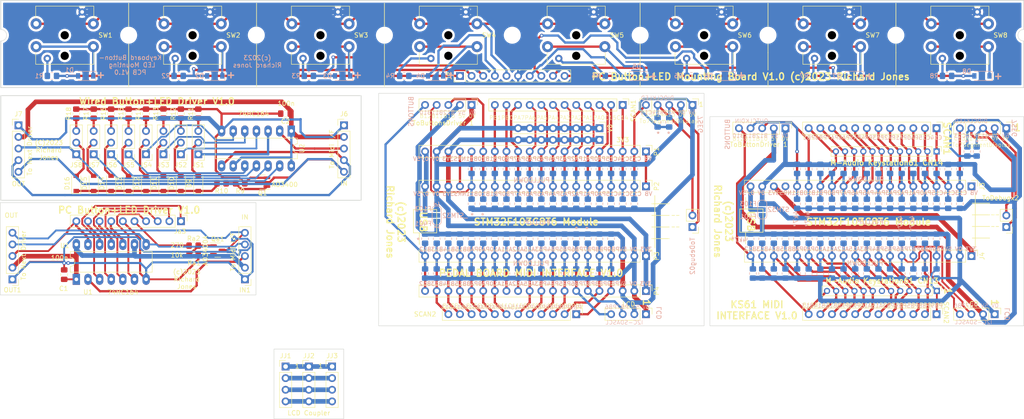
<source format=kicad_pcb>
(kicad_pcb (version 20211014) (generator pcbnew)
  (layers (0 "F.Cu" signal) (31 "B.Cu" signal) (34 "B.Paste" user) (35 "F.Paste" user) (36 "B.SilkS" user "B.Silkscreen") (37 "F.SilkS" user "F.Silkscreen") (38 "B.Mask" user) (39 "F.Mask" user) (44 "Edge.Cuts" user))
  (net 0 "")
  (net 1 "Net-(C1-Pad1)")
  (net 2 "/0V")
  (net 3 "Net-(D1-Pad2)")
  (net 4 "Net-(D2-Pad2)")
  (net 5 "Net-(D4-Pad2)")
  (net 6 "/But")
  (net 7 "/Q1")
  (net 8 "/Q2")
  (net 9 "/Q3")
  (net 10 "/Q4")
  (net 11 "/Q5")
  (net 12 "/Q6")
  (net 13 "Net-(J6-Pad3)")
  (net 14 "/Q7")
  (net 15 "Net-(IN1-Pad3)")
  (net 16 "Net-(IN1-Pad5)")
  (net 17 "Net-(Q1-Pad1)")
  (net 18 "Net-(D9-Pad2)")
  (net 19 "Net-(D10-Pad2)")
  (net 20 "Net-(D11-Pad2)")
  (net 21 "Net-(D12-Pad2)")
  (net 22 "Net-(D13-Pad2)")
  (net 23 "Net-(D14-Pad2)")
  (net 24 "Net-(D15-Pad2)")
  (net 25 "Net-(D16-Pad2)")
  (net 26 "/0.V")
  (net 27 "Net-(C2-Pad1)")
  (net 28 "/SW")
  (net 29 "Net-(Ja3-Pad10)")
  (net 30 "Net-(JS1-Pad3)")
  (net 31 "Net-(R8-Pad1)")
  (net 32 "Net-(D1-Pad1)")
  (net 33 "Net-(D2-Pad1)")
  (net 34 "Net-(D3-Pad1)")
  (net 35 "Net-(D4-Pad1)")
  (net 36 "Net-(D5-Pad1)")
  (net 37 "Net-(D6-Pad1)")
  (net 38 "Net-(D7-Pad1)")
  (net 39 "Net-(R1-Pad1)")
  (net 40 "Net-(R2-Pad1)")
  (net 41 "Net-(R3-Pad1)")
  (net 42 "Net-(R4-Pad1)")
  (net 43 "Net-(R5-Pad1)")
  (net 44 "Net-(R6-Pad1)")
  (net 45 "Net-(R7-Pad1)")
  (net 46 "Net-(D3-Pad2)")
  (net 47 "Net-(D5-Pad2)")
  (net 48 "Net-(D6-Pad2)")
  (net 49 "Net-(D7-Pad2)")
  (net 50 "Net-(D8-Pad1)")
  (net 51 "Net-(D8-Pad2)")
  (net 52 "/Q0")
  (net 53 "/Button")
  (net 54 "/LED")
  (net 55 "/PA3")
  (net 56 "/PB10")
  (net 57 "/PB11")
  (net 58 "/NRST")
  (net 59 "/3V3")
  (net 60 "/GND")
  (net 61 "/5V")
  (net 62 "/PB9")
  (net 63 "/PB8")
  (net 64 "/PB5")
  (net 65 "/PB4")
  (net 66 "/PB3")
  (net 67 "/PA15")
  (net 68 "/PA12")
  (net 69 "/PA9")
  (net 70 "/PA8")
  (net 71 "/PB15")
  (net 72 "/PB14")
  (net 73 "/PB13")
  (net 74 "/PB12")
  (net 75 "/NC")
  (net 76 "/PA10")
  (net 77 "/PA11")
  (net 78 "/PB7")
  (net 79 "/PB6")
  (net 80 "Net-(J6-Pad4)")
  (net 81 "Net-(J6-Pad5)")
  (net 82 "Net-(JS2-Pad3)")
  (net 83 "Net-(JS3-Pad3)")
  (net 84 "Net-(JS4-Pad3)")
  (net 85 "Net-(JS5-Pad3)")
  (net 86 "/PC13")
  (net 87 "/VBAT")
  (net 88 "/PC14")
  (net 89 "/PC15")
  (net 90 "/PA0")
  (net 91 "/PA1")
  (net 92 "/PA2")
  (net 93 "/PA4")
  (net 94 "/PA5")
  (net 95 "/PA6")
  (net 96 "/PA7")
  (net 97 "/PB0")
  (net 98 "/PB1")
  (net 99 "/PA13")
  (net 100 "Net-(JS6-Pad3)")
  (net 101 "Net-(IN1-Pad4)")
  (net 102 "Net-(JS7-Pad3)")
  (net 103 "Net-(Ja3-Pad9)")
  (net 104 "/PA14")
  (net 105 "Net-(Ja3-Pad8)")
  (net 106 "Net-(Ja3-Pad7)")
  (net 107 "Net-(Ja3-Pad4)")
  (net 108 "Net-(Ja3-Pad3)")
  (net 109 "Net-(Ja3-Pad2)")
  (net 110 "Net-(Ja3-Pad1)")
  (net 111 "Net-(JS8-Pad3)")
  (net 112 "Net-(Qa1-Pad1)")
  (net 113 "Net-(JJ1-Pad1)")
  (net 114 "Net-(JJ1-Pad2)")
  (net 115 "Net-(JJ1-Pad3)")
  (net 116 "Net-(JJ1-Pad4)")
  (net 117 "/_0V")
  (net 118 "/_5V")
  (net 119 "/B10")
  (net 120 "/B11")
  (net 121 "/B12")
  (net 122 "/C14")
  (net 123 "/C15")
  (net 124 "/A0")
  (net 125 "/A1")
  (net 126 "/A2")
  (net 127 "/A3")
  (net 128 "/A4")
  (net 129 "/A5")
  (net 130 "/A6")
  (net 131 "/A7")
  (net 132 "/B0")
  (net 133 "/B1")
  (net 134 "/B9")
  (net 135 "/B8")
  (net 136 "/B5")
  (net 137 "/B4")
  (net 138 "/B3")
  (net 139 "/A15")
  (net 140 "/A10")
  (net 141 "/A9")
  (net 142 "/A8")
  (net 143 "/B15")
  (net 144 "/B14")
  (net 145 "/B13")
  (net 146 "/C13")
  (net 147 "/_3V3")
  (net 148 "/B7")
  (net 149 "/B6")
  (net 150 "/A12")
  (net 151 "/A11")
  (net 152 "/A13")
  (net 153 "/A14")
  (net 154 "/_VBAT")
  (net 155 "/_NRST")
  (net 156 "Net-(J3-Pad20)")
  (net 157 "Net-(P1-Pad20)")
  (footprint "Package_DIP:DIP-14_W7.62mm_LongPads" (layer "F.Cu") (at 77.4496 69.1896 -90)
    (fp_text reference "U2")
    (fp_text value "74HC164")
  )
  (footprint "Resistor_SMD:R_0805_2012Metric_Pad1.20x1.40mm_HandSolder" (layer "F.Cu") (at 34.2646 65.405 90)
    (fp_text reference "R17")
    (fp_text value "270")
  )
  (footprint "New_Library_fp:TS12_TS27" (layer "F.Cu") (at 55.88 48.26 180)
    (fp_text reference "SW2")
    (fp_text value "SW_TACT_LED")
  )
  (footprint "Diode_SMD:D_SOD-123" (layer "F.Cu") (at 38.0746 80.6346 90)
    (fp_text reference "D14")
    (fp_text value "1N4148")
  )
  (footprint "Connector_PinHeader_2.54mm:PinHeader_1x03_P2.54mm_Vertical" (layer "F.Cu") (at 34.2646 74.2696 180)
    (fp_text reference "JS7")
    (fp_text value "Button+LED7")
  )
  (footprint "Connector_PinHeader_2.54mm:PinHeader_1x03_P2.54mm_Vertical" (layer "F.Cu") (at 38.0746 74.2696 180)
    (fp_text reference "JS6")
    (fp_text value "Button+LED6")
  )
  (footprint "MountingHole:MountingHole_2.7mm_M2.5" (layer "F.Cu") (at 209.55 48.26 90)
    (fp_text reference "H7" hide)
    (fp_text value "MountingHole")
  )
  (footprint "MountingHole:MountingHole_3.2mm_M3" (layer "F.Cu") (at 22.86 88.9 90)
    (fp_text reference "H21" hide)
    (fp_text value "MountingHole" hide)
  )
  (footprint "Connector_PinHeader_2.54mm:PinHeader_1x04_P2.54mm_Vertical" (layer "F.Cu") (at 231.14 109.22 -90)
    (fp_text reference "LCD1" hide)
    (fp_text value "Conn_01x04_Male" hide)
  )
  (footprint "MountingHole:MountingHole_3.2mm_M3" (layer "F.Cu") (at 172.72 100.33)
    (fp_text reference "H43" hide)
    (fp_text value "MountingHole" hide)
  )
  (footprint "Connector_PinHeader_2.54mm:PinHeader_1x12_P2.54mm_Vertical" (layer "F.Cu") (at 218.44 109.22 -90)
    (fp_text reference "GPIO13" hide)
    (fp_text value "Conn_01x12_Male" hide)
  )
  (footprint "MountingHole:MountingHole_3.2mm_M3" (layer "F.Cu") (at 82.6008 66.675 -90)
    (fp_text reference "H13" hide)
    (fp_text value "MountingHole" hide)
  )
  (footprint "Resistor_SMD:R_0805_2012Metric_Pad1.20x1.40mm_HandSolder" (layer "F.Cu") (at 56.1086 94.234 180)
    (fp_text reference "Ra2")
    (fp_text value "270")
  )
  (footprint "MountingHole:MountingHole_3.2mm_M3" (layer "F.Cu") (at 172.72 77.47)
    (fp_text reference "H41" hide)
    (fp_text value "MountingHole" hide)
  )
  (footprint "MountingHole:MountingHole_3.2mm_M3" (layer "F.Cu") (at 231.14 100.33)
    (fp_text reference "H44" hide)
    (fp_text value "MountingHole" hide)
  )
  (footprint "Connector_PinHeader_2.54mm:PinHeader_1x04_P2.54mm_Vertical" (layer "F.Cu") (at 81.28 120.65)
    (fp_text reference "JJ2")
    (fp_text value "Conn_01x04_Male" hide)
  )
  (footprint "Diode_SMD:D_SOD-123" (layer "F.Cu") (at 53.3146 80.6346 90)
    (fp_text reference "D10")
    (fp_text value "1N4148")
  )
  (footprint "New_Library_fp:TS12_TS27" (layer "F.Cu") (at 111.76 48.26 180)
    (fp_text reference "SW4")
    (fp_text value "SW_TACT_LED")
  )
  (footprint "Diode_SMD:D_SOD-123" (layer "F.Cu") (at 30.4546 80.6346 90)
    (fp_text reference "D16")
    (fp_text value "1N4148")
  )
  (footprint "Connector_PinHeader_2.54mm:PinHeader_1x03_P2.54mm_Vertical" (layer "F.Cu") (at 57.1246 74.2696 180)
    (fp_text reference "JS1")
    (fp_text value "Button+LED1")
  )
  (footprint "Connector_PinHeader_2.54mm:PinHeader_1x12_P2.54mm_Vertical" (layer "F.Cu") (at 149.86 63.5 -90)
    (fp_text reference "SCAN1")
    (fp_text value "Conn_01x12_Male" hide)
  )
  (footprint "Connector_PinHeader_2.54mm:PinHeader_1x05_P2.54mm_Vertical" (layer "F.Cu") (at 67.31 101.6 180)
    (fp_text reference "IN1")
    (fp_text value "IN")
  )
  (footprint "Connector_PinHeader_2.54mm:PinHeader_1x12_P2.54mm_Vertical" (layer "F.Cu") (at 139.705 109.22 -90)
    (fp_text reference "SCAN2")
    (fp_text value "Conn_01x12_Male" hide)
  )
  (footprint "New_Library_fp:TS12_TS27" (layer "F.Cu") (at 27.94 48.26 180)
    (fp_text reference "SW1")
    (fp_text value "SW_TACT_LED")
  )
  (footprint "MountingHole:MountingHole_3.2mm_M3" (layer "F.Cu") (at 24.1808 79.375 -90)
    (fp_text reference "H12" hide)
    (fp_text value "MountingHole" hide)
  )
  (footprint "Connector_PinHeader_2.54mm:PinHeader_1x03_P2.54mm_Vertical" (layer "F.Cu") (at 49.5046 74.2696 180)
    (fp_text reference "JS3")
    (fp_text value "Button+LED3")
  )
  (footprint "New_Library_fp:TS12_TS27" (layer "F.Cu") (at 223.52 48.26 180)
    (fp_text reference "SW8")
    (fp_text value "SW_TACT_LED")
  )
  (footprint "Diode_SMD:D_SOD-123" (layer "F.Cu") (at 41.8846 80.6346 90)
    (fp_text reference "D13")
    (fp_text value "1N4148")
  )
  (footprint "MountingHole:MountingHole_3.2mm_M3" (layer "F.Cu") (at 60.96 88.9 90)
    (fp_text reference "H23" hide)
    (fp_text value "MountingHole" hide)
  )
  (footprint "MountingHole:MountingHole_2.7mm_M2.5" (layer "F.Cu") (at 153.67 48.26 90)
    (fp_text reference "H5" hide)
    (fp_text value "MountingHole")
  )
  (footprint "Capacitor_SMD:C_0805_2012Metric_Pad1.18x1.45mm_HandSolder" (layer "F.Cu") (at 76.1746 65.3946 180)
    (fp_text reference "C2")
    (fp_text value "100n")
  )
  (footprint "MountingHole:MountingHole_2.7mm_M2.5" (layer "F.Cu") (at 97.79 48.26 90)
    (fp_text reference "H3" hide)
    (fp_text value "MountingHole")
  )
  (footprint "Connector_PinHeader_2.54mm:PinHeader_1x05_P2.54mm_Vertical" (layer "F.Cu") (at 88.9508 67.945)
    (fp_text reference "J6")
    (fp_text value "IN")
  )
  (footprint "Resistor_SMD:R_0805_2012Metric_Pad1.20x1.40mm_HandSolder" (layer "F.Cu") (at 53.3146 65.405 90)
    (fp_text reference "R12")
    (fp_text value "270")
  )
  (footprint "Resistor_SMD:R_0805_2012Metric_Pad1.20x1.40mm_HandSolder" (layer "F.Cu") (at 66.2846 80.6346 180)
    (fp_text reference "R9")
    (fp_text value "10k")
  )
  (footprint "Connector_PinHeader_2.54mm:PinHeader_1x02_P2.54mm_Vertical" (layer "F.Cu") (at 233.68 90.17 180)
    (fp_text reference "ToDebugx2")
    (fp_text value "Conn_01x02_Male" hide)
  )
  (footprint "Connector_PinHeader_2.54mm:PinHeader_1x20_P2.54mm_Vertical" (layer "F.Cu") (at 154.94 104.14 -90)
    (fp_text reference "P4")
    (fp_text value "Conn_01x20_Male" hide)
  )
  (footprint "MountingHole:MountingHole_3.2mm_M3" (layer "F.Cu") (at 22.86 101.6 90)
    (fp_text reference "H22" hide)
    (fp_text value "MountingHole" hide)
  )
  (footprint "Resistor_SMD:R_0805_2012Metric_Pad1.20x1.40mm_HandSolder" (layer "F.Cu") (at 45.6946 65.405 90)
    (fp_text reference "R14")
    (fp_text value "270")
  )
  (footprint "New_Library_fp:TS12_TS27" (layer "F.Cu") (at 195.58 48.26 180)
    (fp_text reference "SW7")
    (fp_text value "SW_TACT_LED")
  )
  (footprint "MountingHole:MountingHole_3.2mm_M3" (layer "F.Cu") (at 231.14 77.47)
    (fp_text reference "H42" hide)
    (fp_text value "MountingHole" hide)
  )
  (footprint "Connector_PinHeader_2.54mm:PinHeader_1x10_P2.54mm_Vertical" (layer "F.Cu") (at 114.305 57.15 90)
    (fp_text reference "J2")
    (fp_text value "Conn_01x10_Male" hide)
  )
  (footprint "Connector_PinHeader_2.54mm:PinHeader_1x04_P2.54mm_Vertical" (layer "F.Cu") (at 76.2 120.65)
    (fp_text reference "JJ1")
    (fp_text value "Conn_01x04_Male" hide)
  )
  (footprint "MountingHole:MountingHole_3.2mm_M3" (layer "F.Cu") (at 101.6 100.33 -90)
    (fp_text reference "H33" hide)
    (fp_text value "MountingHole" hide)
  )
  (footprint "Connector_PinHeader_2.54mm:PinHeader_1x20_P2.54mm_Vertical" (layer "F.Cu") (at 154.94 96.52 -90)
    (fp_text reference "P3")
    (fp_text value "Conn_01x20_Female" hide)
  )
  (footprint "Connector_PinHeader_2.54mm:PinHeader_1x03_P2.54mm_Vertical" (layer "F.Cu") (at 45.6946 74.2696 180)
    (fp_text reference "JS4")
    (fp_text value "Button+LED4")
  )
  (footprint "Resistor_SMD:R_0805_2012Metric_Pad1.20x1.40mm_HandSolder" (layer "F.Cu") (at 56.1086 96.3168 180)
    (fp_text reference "Ra1")
    (fp_text value "10k")
  )
  (footprint "MountingHole:MountingHole_3.2mm_M3" (layer "F.Cu") (at 24.1808 66.675 -90)
    (fp_text reference "H11" hide)
    (fp_text value "MountingHole" hide)
  )
  (footprint "Resistor_SMD:R_0805_2012Metric_Pad1.20x1.40mm_HandSolder" (layer "F.Cu") (at 62.2046 80.6346 180)
    (fp_text reference "R10")
    (fp_text value "270")
  )
  (footprint "MountingHole:MountingHole_2.7mm_M2.5" (layer "F.Cu") (at 125.73 48.26 90)
    (fp_text reference "H4" hide)
    (fp_text value "MountingHole")
  )
  (footprint "MountingHole:MountingHole_2.7mm_M2.5" (layer "F.Cu") (at 181.61 48.26 90)
    (fp_text reference "H6" hide)
    (fp_text value "MountingHole")
  )
  (footprint "Connector_PinHeader_2.54mm:PinHeader_1x03_P2.54mm_Vertical" (layer "F.Cu") (at 30.4546 74.2696 180)
    (fp_text reference "JS8")
    (fp_text value "Button+LED8" hide)
  )
  (footprint "MountingHole:MountingHole_3.2mm_M3" (layer "F.Cu") (at 82.6008 79.375 -90)
    (fp_text reference "H14" hide)
    (fp_text value "MountingHole" hide)
  )
  (footprint "Connector_PinHeader_2.54mm:PinHeader_1x20_P2.54mm_Vertical" (layer "F.Cu") (at 226.06 81.28 -90)
    (fp_text reference "J3")
    (fp_text value "Conn_01x20_Female" hide)
  )
  (footprint "Connector_PinHeader_2.54mm:PinHeader_1x05_P2.54mm_Vertical" (layer "F.Cu") (at 16.515 101.585 180)
    (fp_text reference "OUT1")
    (fp_text value "OUT")
  )
  (footprint "New_Library_fp:TS12_TS27" (layer "F.Cu") (at 167.64 48.26 180)
    (fp_text reference "SW6")
    (fp_text value "SW_TACT_LED")
  )
  (footprint "Connector_PinHeader_2.54mm:PinHeader_1x05_P2.54mm_Vertical" (layer "F.Cu") (at 165.1 63.5 -90)
    (fp_text reference "_SEG7" hide)
    (fp_text value "Conn_01x05_Male" hide)
  )
  (footprint "Resistor_SMD:R_0805_2012Metric_Pad1.20x1.40mm_HandSolder" (layer "F.Cu") (at 38.0746 65.405 90)
    (fp_text reference "R16")
    (fp_text value "270")
  )
  (footprint "Connector_PinHeader_2.54mm:PinHeader_1x05_P2.54mm_Vertical" (layer "F.Cu") (at 233.68 68.58 -90)
    (fp_text reference "SEG7" hide)
    (fp_text value "Conn_01x05_Male" hide)
  )
  (footprint "MountingHole:MountingHole_3.2mm_M3" (layer "F.Cu") (at 160.02 100.33 -90)
    (fp_text reference "H34" hide)
    (fp_text value "MountingHole" hide)
  )
  (footprint "Connector_PinHeader_2.54mm:PinHeader_1x10_P2.54mm_Vertical" (layer "F.Cu") (at 53.34 88.9 -90)
    (fp_text reference "Ja3")
    (fp_text value "Conn_01x10_Male" hide)
  )
  (footprint "New_Library_fp:TS12_TS27" (layer "F.Cu") (at 139.7 48.26 180)
    (fp_text reference "SW5")
    (fp_text value "SW_TACT_LED")
  )
  (footprint "Resistor_SMD:R_0805_2012Metric_Pad1.20x1.40mm_HandSolder" (layer "F.Cu") (at 41.8846 65.405 90)
    (fp_text reference "R15")
    (fp_text value "270")
  )
  (footprint "MountingHole:MountingHole_2.7mm_M2.5" (layer "F.Cu") (at 69.7992 48.2346 90)
    (fp_text reference "H2" hide)
    (fp_text value "MountingHole")
  )
  (footprint "Connector_PinHeader_2.54mm:PinHeader_1x04_P2.54mm_Vertical" (layer "F.Cu") (at 154.94 109.22 -90)
    (fp_text reference "LCD2" hide)
    (fp_text value "Conn_01x04_Male" hide)
  )
  (footprint "Connector_PinHeader_2.00mm:PinHeader_1x12_P2.00mm_Vertical" (layer "F.Cu") (at 218.44 73.66 -90)
    (fp_text reference "CN14" hide)
    (fp_text value "Conn_01x12_Male" hide)
  )
  (footprint "Diode_SMD:D_SOD-123" (layer "F.Cu") (at 45.6946 80.6346 90)
    (fp_text reference "D12")
    (fp_text value "1N4148")
  )
  (footprint "Package_TO_SOT_SMD:SOT-23" (layer "F.Cu") (at 61.3664 95.1992)
    (fp_text reference "Qa1")
    (fp_text value "AO3400A")
  )
  (footprint "Resistor_SMD:R_0805_2012Metric_Pad1.20x1.40mm_HandSolder" (layer "F.Cu") (at 30.4546 65.405 90)
    (fp_text reference "R18")
    (fp_text value "270")
  )
  (footprint "Connector_PinHeader_2.54mm:PinHeader_1x05_P2.54mm_Vertical" (layer "F.Cu") (at 116.835 63.5 -90)
    (fp_text reference "_Buttons1" hide)
    (fp_text value "Conn_01x05_Male" hide)
  )
  (footprint "Connector_PinHeader_2.54mm:PinHeader_1x03_P2.54mm_Vertical" (layer "F.Cu") (at 53.3146 74.2696 180)
    (fp_text reference "JS2")
    (fp_text value "Button+LED2")
  )
  (footprint "MountingHole:MountingHole_2.7mm_M2.5" (layer "F.Cu") (at 41.91 48.26 90)
    (fp_text reference "H1" hide)
    (fp_text value "MountingHole")
  )
  (footprint "MountingHole:MountingHole_3.2mm_M3" (layer "F.Cu") (at 160.02 77.47 -90)
    (fp_text reference "H32" hide)
    (fp_text value "MountingHole" hide)
  )
  (footprint "Connector_PinHeader_2.54mm:PinHeader_1x03_P2.54mm_Vertical" (layer "F.Cu") (at 41.8846 74.2846 180)
    (fp_text reference "JS5")
    (fp_text value "Button+LED5")
  )
  (footprint "Connector_PinHeader_2.54mm:PinHeader_1x12_P2.54mm_Vertical" (layer "F.Cu") (at 218.44 68.58 -90)
    (fp_text reference "GPIO14" hide)
    (fp_text value "Conn_01x12_Male" hide)
  )
  (footprint "Package_TO_SOT_SMD:SOT-23" (layer "F.Cu") (at 71.1708 80.3656 180)
    (fp_text reference "Q1")
    (fp_text value "AO3400A" hide)
  )
  (footprint "New_Library_fp:TS12_TS27" (layer "F.Cu") (at 83.82 48.26 180)
    (fp_text reference "SW3")
    (fp_text value "SW_TACT_LED")
  )
  (footprint "Connector_PinHeader_2.54mm:PinHeader_1x20_P2.54mm_Vertical" (layer "F.Cu") (at 226.06 96.52 -90)
    (fp_text reference "J4")
    (fp_text value "Conn_01x20_Female")
  )
  (footprint "Connector_PinHeader_2.54mm:PinHeader_1x05_P2.54mm_Vertical" (layer "F.Cu") (at 17.8308 67.945)
    (fp_text reference "J7")
    (fp_text value "OUT")
  )
  (footprint "Connector_PinHeader_2.54mm:PinHeader_1x20_P2.54mm_Vertical" (layer "F.Cu") (at 154.94 81.28 -90)
    (fp_text reference "P2")
    (fp_text value "Conn_01x20_Female" hide)
  )
  (footprint "MountingHole:MountingHole_3.2mm_M3" (layer "F.Cu") (at 101.6 77.47 -90)
    (fp_text reference "H31" hide)
    (fp_text value "MountingHole" hide)
  )
  (footprint "Diode_SMD:D_SOD-123" (layer "F.Cu") (at 34.2646 80.6346 90)
    (fp_text reference "D15")
    (fp_text value "1N4148")
  )
  (footprint "Connector_PinHeader_2.54mm:PinHeader_1x20_P2.54mm_Vertical" (layer "F.Cu") (at 154.94 73.66 -90)
    (fp_text reference "P1")
    (fp_text value "Conn_01x20_Male" hide)
  )
  (footprint "Diode_SMD:D_SOD-123" (layer "F.Cu") (at 57.1246 80.6346 90)
    (fp_text reference "D9")
    (fp_text value "1N4148")
  )
  (footprint "Resistor_SMD:R_0805_2012Metric_Pad1.20x1.40mm_HandSolder" (layer "F.Cu") (at 57.1246 65.405 90)
    (fp_text reference "R11")
    (fp_text value "270")
  )
  (footprint "Diode_SMD:D_SOD-123" (layer "F.Cu") (at 49.5046 80.6346 90)
    (fp_text reference "D11")
    (fp_text value "1N4148")
  )
  (footprint "Connector_PinHeader_2.00mm:PinHeader_1x13_P2.00mm_Vertical" (layer "F.Cu") (at 218.502 104.14 -90)
    (fp_text reference "CN13" hide)
    (fp_text value "Conn_01x13_Male" hide)
  )
  (footprint "Connector_PinHeader_2.54mm:PinHeader_1x05_P2.54mm_Vertical" (layer "F.Cu") (at 185.415 68.58 -90)
    (fp_text reference "Buttons1" hide)
    (fp_text value "Conn_01x05_Male" hide)
  )
  (footprint "Resistor_SMD:R_0805_2012Metric_Pad1.20x1.40mm_HandSolder" (layer "F.Cu") (at 49.5046 65.3702 90)
    (fp_text reference "R13")
    (fp_text value "270")
  )
  (footprint "MountingHole:MountingHole_3.2mm_M3" (layer "F.Cu") (at 60.96 101.6 90)
    (fp_text reference "H24" hide)
    (fp_text value "MountingHole" hide)
  )
  (footprint "Capacitor_SMD:C_0805_2012Metric_Pad1.18x1.45mm_HandSolder" (layer "F.Cu") (at 27.818 100.569 90)
    (fp_text reference "C1")
    (fp_text value "100n")
  )
  (footprint "Connector_PinHeader_2.54mm:PinHeader_1x04_P2.54mm_Vertical" (layer "F.Cu") (at 86.36 120.65)
    (fp_text reference "JJ3")
    (fp_text value "Conn_01x04_Male" hide)
  )
  (footprint "Connector_PinHeader_2.54mm:PinHeader_1x02_P2.54mm_Vertical" (layer "F.Cu") (at 165.1 90.17 180)
    (fp_text reference "ToDebug02")
    (fp_text value "Conn_01x02_Male" hide)
  )
  (footprint "Connector_PinHeader_2.54mm:PinHeader_1x08_P2.54mm_Vertical" (layer "F.Cu") (at 144.78 68.58 -90)
    (fp_text reference "V0")
    (fp_text value "Conn_01x08_Male" hide)
  )
  (footprint "Connector_PinHeader_2.54mm:PinHeader_1x08_P2.54mm_Vertical" (layer "F.Cu") (at 144.78 71.12 -90)
    (fp_text reference "3V3")
    (fp_text value "Conn_01x08_Male" hide)
  )
  (footprint "Package_DIP:DIP-14_W7.62mm_LongPads" (layer "F.Cu") (at 30.48 101.6 90)
    (fp_text reference "U1")
    (fp_text value "74HC164")
  )
  (footprint "Resistor_SMD:R_0805_2012Metric_Pad1.20x1.40mm_HandSolder" (layer "B.Cu") (at 193.04 100.33 90)
    (fp_text reference "RD26" hide)
    (fp_text value "4k7" hide)
  )
  (footprint "Resistor_SMD:R_0805_2012Metric_Pad1.20x1.40mm_HandSolder" (layer "B.Cu") (at 210.82 85.106 90)
    (fp_text reference "RU6" hide)
    (fp_text value "4k7" hide)
  )
  (footprint "Resistor_SMD:R_0805_2012Metric_Pad1.20x1.40mm_HandSolder" (layer "B.Cu") (at 195.58 100.33 90)
    (fp_text reference "RD25" hide)
    (fp_text value "4k7" hide)
  )
  (footprint "Resistor_SMD:R_0805_2012Metric_Pad1.20x1.40mm_HandSolder" (layer "B.Cu") (at 187.96 85.09 90)
    (fp_text reference "RU15" hide)
    (fp_text value "4k7*")
  )
  (footprint "Resistor_SMD:R_0805_2012Metric_Pad1.20x1.40mm_HandSolder" (layer "B.Cu") (at 213.36 92.71 -90)
    (fp_text reference "RU18" hide)
    (fp_text value "4k7*")
  )
  (footprint "Resistor_SMD:R_0805_2012Metric_Pad1.20x1.40mm_HandSolder" (layer "B.Cu") (at 129.54 77.47 -90)
    (fp_text reference "RD42" hide)
    (fp_text value "4k7" hide)
  )
  (footprint "Resistor_SMD:R_0805_2012Metric_Pad1.20x1.40mm_HandSolder" (layer "B.Cu") (at 187.96 100.33 90)
    (fp_text reference "RD28" hide)
    (fp_text value "4k7" hide)
  )
  (footprint "Resistor_SMD:R_0805_2012Metric_Pad1.20x1.40mm_HandSolder" (layer "B.Cu") (at 200.66 100.33 90)
    (fp_text reference "RD23" hide)
    (fp_text value "4k7" hide)
  )
  (footprint "Resistor_SMD:R_0805_2012Metric_Pad1.20x1.40mm_HandSolder" (layer "B.Cu") (at 142.24 100.33 90)
    (fp_text reference "RD50" hide)
    (fp_text value "4k7" hide)
  )
  (footprint "Resistor_SMD:R_0805_2012Metric_Pad1.20x1.40mm_HandSolder" (layer "B.Cu") (at 205.74 100.33 90)
    (fp_text reference "RD21" hide)
    (fp_text value "4k7" hide)
  )
  (footprint "Resistor_SMD:R_0805_2012Metric_Pad1.20x1.40mm_HandSolder" (layer "B.Cu") (at 198.12 100.33 90)
    (fp_text reference "RD24" hide)
    (fp_text value "4k7" hide)
  )
  (footprint "Resistor_SMD:R_0805_2012Metric_Pad1.20x1.40mm_HandSolder" (layer "B.Cu") (at 198.12 85.09 90)
    (fp_text reference "RU11" hide)
    (fp_text value "4k7" hide)
  )
  (footprint "Diode_SMD:D_SOD-123" (layer "B.Cu") (at 108.966 57.15 180)
    (fp_text reference "D4")
    (fp_text value "1N4148")
  )
  (footprint "Resistor_SMD:R_0805_2012Metric_Pad1.20x1.40mm_HandSolder" (layer "B.Cu") (at 109.22 92.71 -90)
    (fp_text reference "RU67" hide)
    (fp_text value "4k7" hide)
  )
  (footprint "Diode_SMD:D_SOD-123" (layer "B.Cu") (at 60.706 57.15 180)
    (fp_text reference "D2")
    (fp_text value "1N4148")
  )
  (footprint "Resistor_SMD:R_0805_2012Metric_Pad1.20x1.40mm_HandSolder" (layer "B.Cu") (at 109.22 100.33 90)
    (fp_text reference "RD63" hide)
    (fp_text value "4k7" hide)
  )
  (footprint "Resistor_SMD:R_0805_2012Metric_Pad1.20x1.40mm_HandSolder" (layer "B.Cu") (at 147.32 100.33 90)
    (fp_text reference "RD48" hide)
    (fp_text value "4k7" hide)
  )
  (footprint "Resistor_SMD:R_0805_2012Metric_Pad1.20x1.40mm_HandSolder" (layer "B.Cu") (at 124.46 85.09 90)
    (fp_text reference "RU46" hide)
    (fp_text value "4k7" hide)
  )
  (footprint "Resistor_SMD:R_0805_2012Metric_Pad1.20x1.40mm_HandSolder" (layer "B.Cu") (at 208.28 100.33 90)
    (fp_text reference "RD20" hide)
    (fp_text value "4k7" hide)
  )
  (footprint "Diode_SMD:D_SOD-123" (layer "B.Cu") (at 200.152 57.15 180)
    (fp_text reference "D7")
    (fp_text value "1N4148")
  )
  (footprint "Resistor_SMD:R_0805_2012Metric_Pad1.20x1.40mm_HandSolder" (layer "B.Cu") (at 134.62 85.09 90)
    (fp_text reference "RU42" hide)
    (fp_text value "4k7" hide)
  )
  (footprint "Resistor_SMD:R_0805_2012Metric_Pad1.20x1.40mm_HandSolder" (layer "B.Cu") (at 223.52 85.09 90)
    (fp_text reference "RU1" hide)
    (fp_text value "4k7" hide)
  )
  (footprint "Resistor_SMD:R_0805_2012Metric_Pad1.20x1.40mm_HandSolder" (layer "B.Cu") (at 142.24 85.09 90)
    (fp_text reference "RU39" hide)
    (fp_text value "4k7" hide)
  )
  (footprint "Resistor_SMD:R_0805_2012Metric_Pad1.20x1.40mm_HandSolder" (layer "B.Cu") (at 137.16 85.09 90)
    (fp_text reference "RU41" hide)
    (fp_text value "4k7" hide)
  )
  (footprint "Resistor_SMD:R_0805_2012Metric_Pad1.20x1.40mm_HandSolder" (layer "B.Cu") (at 124.46 100.33 90)
    (fp_text reference "RD57" hide)
    (fp_text value "4k7" hide)
  )
  (footprint "Resistor_SMD:R_0805_2012Metric_Pad1.20x1.40mm_HandSolder" (layer "B.Cu") (at 190.5 100.33 90)
    (fp_text reference "RD27" hide)
    (fp_text value "4k7" hide)
  )
  (footprint "Resistor_SMD:R_0805_2012Metric_Pad1.20x1.40mm_HandSolder" (layer "B.Cu") (at 144.78 92.71 -90)
    (fp_text reference "RU53" hide)
    (fp_text value "4k7" hide)
  )
  (footprint "Resistor_SMD:R_0805_2012Metric_Pad1.20x1.40mm_HandSolder" (layer "B.Cu") (at 218.44 77.47 -90)
    (fp_text reference "RD3" hide)
    (fp_text value "4k7" hide)
  )
  (footprint "Resistor_SMD:R_0805_2012Metric_Pad1.20x1.40mm_HandSolder" (layer "B.Cu") (at 215.9 92.71 -90)
    (fp_text reference "RU17" hide)
    (fp_text value "4k7" hide)
  )
  (footprint "Resistor_SMD:R_0805_2012Metric_Pad1.20x1.40mm_HandSolder" (layer "B.Cu") (at 193.04 77.47 -90)
    (fp_text reference "RD13" hide)
    (fp_text value "4k7" hide)
  )
  (footprint "Resistor_SMD:R_0805_2012Metric_Pad1.20x1.40mm_HandSolder" (layer "B.Cu") (at 190.5 77.47 -90)
    (fp_text reference "RD14" hide)
    (fp_text value "4k7" hide)
  )
  (footprint "Diode_SMD:D_SOD-123" (layer "B.Cu") (at 32.512 57.15 180)
    (fp_text reference "D1")
    (fp_text value "1N4148" hide)
  )
  (footprint "Resistor_SMD:R_0805_2012Metric_Pad1.20x1.40mm_HandSolder" (layer "B.Cu") (at 144.78 85.09 90)
    (fp_text reference "RU38" hide)
    (fp_text value "4k7" hide)
  )
  (footprint "Resistor_SMD:R_0805_2012Metric_Pad1.20x1.40mm_HandSolder" (layer "B.Cu") (at 180.34 100.33 90)
    (fp_text reference "RD31" hide)
    (fp_text value "4k7" hide)
  )
  (footprint "Resistor_SMD:R_0805_2012Metric_Pad1.20x1.40mm_HandSolder" (layer "B.Cu") (at 124.46 92.71 -90)
    (fp_text reference "RU61" hide)
    (fp_text value "4k7" hide)
  )
  (footprint "Jumper:SolderJumper-3_P1.3mm_Open_RoundedPad1.0x1.5mm_NumberLabels" (layer "B.Cu") (at 180.34 86.36 90)
    (fp_text reference "STM32")
    (fp_text value "SolderJumper_3_Open" hide)
  )
  (footprint "Resistor_SMD:R_0805_2012Metric_Pad1.20x1.40mm_HandSolder" (layer "B.Cu") (at 205.74 92.71 -90)
    (fp_text reference "RU21" hide)
    (fp_text value "4k7" hide)
  )
  (footprint "Resistor_SMD:R_0805_2012Metric_Pad1.20x1.40mm_HandSolder" (layer "B.Cu") (at 152.4 77.47 -90)
    (fp_text reference "RD33" hide)
    (fp_text value "4k7" hide)
  )
  (footprint "Resistor_SMD:R_0805_2012Metric_Pad1.20x1.40mm_HandSolder" (layer "B.Cu") (at 129.54 85.09 90)
    (fp_text reference "RU44" hide)
    (fp_text value "4k7" hide)
  )
  (footprint "Resistor_SMD:R_0805_2012Metric_Pad1.20x1.40mm_HandSolder" (layer "B.Cu") (at 227.203 73.66 90)
    (fp_text reference "RU33" hide)
    (fp_text value "4k7")
  )
  (footprint "Resistor_SMD:R_0805_2012Metric_Pad1.20x1.40mm_HandSolder" (layer "B.Cu") (at 119.38 92.71 -90)
    (fp_text reference "RU63" hide)
    (fp_text value "4k7" hide)
  )
  (footprint "Resistor_SMD:R_0805_2012Metric_Pad1.20x1.40mm_HandSolder" (layer "B.Cu") (at 127 77.47 -90)
    (fp_text reference "RD43" hide)
    (fp_text value "4k7" hide)
  )
  (footprint "Resistor_SMD:R_0805_2012Metric_Pad1.20x1.40mm_HandSolder" (layer "B.Cu") (at 213.36 77.47 -90)
    (fp_text reference "RD5" hide)
    (fp_text value "4k7" hide)
  )
  (footprint "Resistor_SMD:R_0805_2012Metric_Pad1.20x1.40mm_HandSolder" (layer "B.Cu") (at 81.28 57.15)
    (fp_text reference "R3")
    (fp_text value "270")
  )
  (footprint "Resistor_SMD:R_0805_2012Metric_Pad1.20x1.40mm_HandSolder" (layer "B.Cu") (at 203.2 85.09 90)
    (fp_text reference "RU9" hide)
    (fp_text value "4k7" hide)
  )
  (footprint "Resistor_SMD:R_0805_2012Metric_Pad1.20x1.40mm_HandSolder" (layer "B.Cu") (at 218.44 92.71 -90)
    (fp_text reference "RU16" hide)
    (fp_text value "4k7" hide)
  )
  (footprint "Diode_SMD:D_SOD-123" (layer "B.Cu") (at 88.646 57.15 180)
    (fp_text reference "D3")
    (fp_text value "1N4148")
  )
  (footprint "Resistor_SMD:R_0805_2012Metric_Pad1.20x1.40mm_HandSolder" (layer "B.Cu") (at 218.44 100.33 90)
    (fp_text reference "RD16" hide)
    (fp_text value "4k7" hide)
  )
  (footprint "Resistor_SMD:R_0805_2012Metric_Pad1.20x1.40mm_HandSolder" (layer "B.Cu") (at 192.532 57.15)
    (fp_text reference "R7")
    (fp_text value "270")
  )
  (footprint "Resistor_SMD:R_0805_2012Metric_Pad1.20x1.40mm_HandSolder" (layer "B.Cu") (at 220.981 77.49538 -90)
    (fp_text reference "RD2" hide)
    (fp_text value "4k7" hide)
  )
  (footprint "Resistor_SMD:R_0805_2012Metric_Pad1.20x1.40mm_HandSolder" (layer "B.Cu") (at 134.62 100.33 90)
    (fp_text reference "RD53" hide)
    (fp_text value "4k7" hide)
  )
  (footprint "Resistor_SMD:R_0805_2012Metric_Pad1.20x1.40mm_HandSolder" (layer "B.Cu") (at 180.34 92.71 -90)
    (fp_text reference "RU31" hide)
    (fp_text value "4k7" hide)
  )
  (footprint "Resistor_SMD:R_0805_2012Metric_Pad1.20x1.40mm_HandSolder" (layer "B.Cu") (at 220.726 57.15)
    (fp_text reference "R8")
    (fp_text value "270")
  )
  (footprint "Resistor_SMD:R_0805_2012Metric_Pad1.20x1.40mm_HandSolder" (layer "B.Cu") (at 139.7 77.47 -90)
    (fp_text reference "RD38" hide)
    (fp_text value "4k7")
  )
  (footprint "Resistor_SMD:R_0805_2012Metric_Pad1.20x1.40mm_HandSolder" (layer "B.Cu") (at 147.32 77.47 -90)
    (fp_text reference "RD35" hide)
    (fp_text value "4k7" hide)
  )
  (footprint "Resistor_SMD:R_0805_2012Metric_Pad1.20x1.40mm_HandSolder" (layer "B.Cu") (at 116.84 100.33 90)
    (fp_text reference "RD60" hide)
    (fp_text value "4k7" hide)
  )
  (footprint "Resistor_SMD:R_0805_2012Metric_Pad1.20x1.40mm_HandSolder" (layer "B.Cu") (at 190.5 85.09 90)
    (fp_text reference "RU14" hide)
    (fp_text value "4k7*")
  )
  (footprint "Resistor_SMD:R_0805_2012Metric_Pad1.20x1.40mm_HandSolder" (layer "B.Cu") (at 182.88 100.33 90)
    (fp_text reference "RD30" hide)
    (fp_text value "4k7" hide)
  )
  (footprint "Resistor_SMD:R_0805_2012Metric_Pad1.20x1.40mm_HandSolder" (layer "B.Cu") (at 164.862 57.15)
    (fp_text reference "R6")
    (fp_text value "270")
  )
  (footprint "Resistor_SMD:R_0805_2012Metric_Pad1.20x1.40mm_HandSolder" (layer "B.Cu") (at 215.9 77.47 -90)
    (fp_text reference "RD4" hide)
    (fp_text value "4k7" hide)
  )
  (footprint "Resistor_SMD:R_0805_2012Metric_Pad1.20x1.40mm_HandSolder" (layer "B.Cu") (at 205.74 77.47 -90)
    (fp_text reference "RD8" hide)
    (fp_text value "4k7" hide)
  )
  (footprint "Resistor_SMD:R_0805_2012Metric_Pad1.20x1.40mm_HandSolder" (layer "B.Cu") (at 102.124 57.15)
    (fp_text reference "R4")
    (fp_text value "270")
  )
  (footprint "Resistor_SMD:R_0805_2012Metric_Pad1.20x1.40mm_HandSolder" (layer "B.Cu") (at 203.2 92.71 -90)
    (fp_text reference "RU22" hide)
    (fp_text value "4k7" hide)
  )
  (footprint "Resistor_SMD:R_0805_2012Metric_Pad1.20x1.40mm_HandSolder" (layer "B.Cu") (at 147.32 92.71 -90)
    (fp_text reference "RU52" hide)
    (fp_text value "4k7" hide)
  )
  (footprint "Resistor_SMD:R_0805_2012Metric_Pad1.20x1.40mm_HandSolder" (layer "B.Cu") (at 200.66 85.09 90)
    (fp_text reference "RU10" hide)
    (fp_text value "4k7" hide)
  )
  (footprint "Resistor_SMD:R_0805_2012Metric_Pad1.20x1.40mm_HandSolder" (layer "B.Cu") (at 132.08 100.33 90)
    (fp_text reference "RD54" hide)
    (fp_text value "4k7" hide)
  )
  (footprint "Resistor_SMD:R_0805_2012Metric_Pad1.20x1.40mm_HandSolder" (layer "B.Cu") (at 220.98 85.09 90)
    (fp_text reference "RU2" hide)
    (fp_text value "4k7" hide)
  )
  (footprint "Resistor_SMD:R_0805_2012Metric_Pad1.20x1.40mm_HandSolder" (layer "B.Cu") (at 187.96 77.47 -90)
    (fp_text reference "RD15" hide)
    (fp_text value "4k7" hide)
  )
  (footprint "Resistor_SMD:R_0805_2012Metric_Pad1.20x1.40mm_HandSolder" (layer "B.Cu") (at 106.68 100.33 90)
    (fp_text reference "RD64" hide)
    (fp_text value "4k7" hide)
  )
  (footprint "Resistor_SMD:R_0805_2012Metric_Pad1.20x1.40mm_HandSolder" (layer "B.Cu") (at 132.08 92.71 -90)
    (fp_text reference "RU58" hide)
    (fp_text value "4k7" hide)
  )
  (footprint "Resistor_SMD:R_0805_2012Metric_Pad1.20x1.40mm_HandSolder" (layer "B.Cu") (at 210.82 100.33 90)
    (fp_text reference "RD19" hide)
    (fp_text value "4k7" hide)
  )
  (footprint "Resistor_SMD:R_0805_2012Metric_Pad1.20x1.40mm_HandSolder" (layer "B.Cu") (at 200.63 77.47 -90)
    (fp_text reference "RD10" hide)
    (fp_text value "4k7" hide)
  )
  (footprint "Resistor_SMD:R_0805_2012Metric_Pad1.20x1.40mm_HandSolder" (layer "B.Cu") (at 119.38 85.09 90)
    (fp_text reference "RU48" hide)
    (fp_text value "4k7*" hide)
  )
  (footprint "Resistor_SMD:R_0805_2012Metric_Pad1.20x1.40mm_HandSolder" (layer "B.Cu") (at 200.66 92.71 -90)
    (fp_text reference "RU23" hide)
    (fp_text value "4k7" hide)
  )
  (footprint "Resistor_SMD:R_0805_2012Metric_Pad1.20x1.40mm_HandSolder" (layer "B.Cu") (at 116.84 77.47 -90)
    (fp_text reference "RD47" hide)
    (fp_text value "4k7" hide)
  )
  (footprint "Resistor_SMD:R_0805_2012Metric_Pad1.20x1.40mm_HandSolder" (layer "B.Cu") (at 213.36 100.33 90)
    (fp_text reference "RD18" hide)
    (fp_text value "4k7" hide)
  )
  (footprint "Resistor_SMD:R_0805_2012Metric_Pad1.20x1.40mm_HandSolder" (layer "B.Cu") (at 210.85 92.71 -90)
    (fp_text reference "RU19" hide)
    (fp_text value "4k7*")
  )
  (footprint "Resistor_SMD:R_0805_2012Metric_Pad1.20x1.40mm_HandSolder" (layer "B.Cu") (at 119.38 100.33 90)
    (fp_text reference "RD59" hide)
    (fp_text value "4k7" hide)
  )
  (footprint "Resistor_SMD:R_0805_2012Metric_Pad1.20x1.40mm_HandSolder" (layer "B.Cu") (at 223.52 77.47 -90)
    (fp_text reference "RD1" hide)
    (fp_text value "4k7" hide)
  )
  (footprint "Resistor_SMD:R_0805_2012Metric_Pad1.20x1.40mm_HandSolder" (layer "B.Cu") (at 147.32 85.09 90)
    (fp_text reference "RU37" hide)
    (fp_text value "4k7" hide)
  )
  (footprint "Resistor_SMD:R_0805_2012Metric_Pad1.20x1.40mm_HandSolder" (layer "B.Cu") (at 193.04 92.726 -90)
    (fp_text reference "RU26" hide)
    (fp_text value "4k7" hide)
  )
  (footprint "Resistor_SMD:R_0805_2012Metric_Pad1.20x1.40mm_HandSolder" (layer "B.Cu") (at 198.12 92.71 -90)
    (fp_text reference "RU24" hide)
    (fp_text value "4k7" hide)
  )
  (footprint "Resistor_SMD:R_0805_2012Metric_Pad1.20x1.40mm_HandSolder" (layer "B.Cu") (at 182.88 92.71 -90)
    (fp_text reference "RU30" hide)
    (fp_text value "4k7" hide)
  )
  (footprint "Resistor_SMD:R_0805_2012Metric_Pad1.20x1.40mm_HandSolder" (layer "B.Cu") (at 139.7 92.71 -90)
    (fp_text reference "RU55" hide)
    (fp_text value "4k7*" hide)
  )
  (footprint "Resistor_SMD:R_0805_2012Metric_Pad1.20x1.40mm_HandSolder" (layer "B.Cu") (at 144.78 100.33 90)
    (fp_text reference "RD49" hide)
    (fp_text value "4k7" hide)
  )
  (footprint "Diode_SMD:D_SOD-123" (layer "B.Cu") (at 172.212 57.15 180)
    (fp_text reference "D6")
    (fp_text value "1N4148")
  )
  (footprint "Resistor_SMD:R_0805_2012Metric_Pad1.20x1.40mm_HandSolder" (layer "B.Cu") (at 137.16 77.47 -90)
    (fp_text reference "RD39" hide)
    (fp_text value "4k7" hide)
  )
  (footprint "Resistor_SMD:R_0805_2012Metric_Pad1.20x1.40mm_HandSolder" (layer "B.Cu") (at 193.04 85.09 90)
    (fp_text reference "RU13" hide)
    (fp_text value "4k7" hide)
  )
  (footprint "Resistor_SMD:R_0805_2012Metric_Pad1.20x1.40mm_HandSolder" (layer "B.Cu") (at 129.54 92.71 -90)
    (fp_text reference "RU59" hide)
    (fp_text value "4k7" hide)
  )
  (footprint "Resistor_SMD:R_0805_2012Metric_Pad1.20x1.40mm_HandSolder" (layer "B.Cu") (at 213.36 85.09 90)
    (fp_text reference "RU5" hide)
    (fp_text value "4k7" hide)
  )
  (footprint "Resistor_SMD:R_0805_2012Metric_Pad1.20x1.40mm_HandSolder" (layer "B.Cu") (at 132.08 85.09 90)
    (fp_text reference "RU43" hide)
    (fp_text value "4k7" hide)
  )
  (footprint "Resistor_SMD:R_0805_2012Metric_Pad1.20x1.40mm_HandSolder" (layer "B.Cu") (at 121.92 85.09 90)
    (fp_text reference "RU47" hide)
    (fp_text value "4k7" hide)
  )
  (footprint "Resistor_SMD:R_0805_2012Metric_Pad1.20x1.40mm_HandSolder" (layer "B.Cu") (at 137.16 100.33 90)
    (fp_text reference "RD52" hide)
    (fp_text value "4k7" hide)
  )
  (footprint "Resistor_SMD:R_0805_2012Metric_Pad1.20x1.40mm_HandSolder" (layer "B.Cu") (at 142.24 92.71 -90)
    (fp_text reference "RU54" hide)
    (fp_text value "4k7*" hide)
  )
  (footprint "Resistor_SMD:R_0805_2012Metric_Pad1.20x1.40mm_HandSolder" (layer "B.Cu") (at 218.44 85.09 90)
    (fp_text reference "RU3" hide)
    (fp_text value "4k7" hide)
  )
  (footprint "Resistor_SMD:R_0805_2012Metric_Pad1.20x1.40mm_HandSolder" (layer "B.Cu") (at 215.9 100.33 90)
    (fp_text reference "RD17" hide)
    (fp_text value "4k7" hide)
  )
  (footprint "Resistor_SMD:R_0805_2012Metric_Pad1.20x1.40mm_HandSolder" (layer "B.Cu") (at 195.58 85.09 90)
    (fp_text reference "RU12" hide)
    (fp_text value "4k7" hide)
  )
  (footprint "Resistor_SMD:R_0805_2012Metric_Pad1.20x1.40mm_HandSolder" (layer "B.Cu") (at 25.146 57.15)
    (fp_text reference "R1")
    (fp_text value "270")
  )
  (footprint "Jumper:SolderJumper-3_P1.3mm_Open_RoundedPad1.0x1.5mm_NumberLabels" (layer "B.Cu") (at 109.22 87.63 90)
    (fp_text reference "_STM32")
    (fp_text value "SolderJumper_3_Open" hide)
  )
  (footprint "Resistor_SMD:R_0805_2012Metric_Pad1.20x1.40mm_HandSolder" (layer "B.Cu") (at 208.28 92.71 -90)
    (fp_text reference "RU20" hide)
    (fp_text value "4k7" hide)
  )
  (footprint "Resistor_SMD:R_0805_2012Metric_Pad1.20x1.40mm_HandSolder" (layer "B.Cu") (at 195.58 92.71 -90)
    (fp_text reference "RU25" hide)
    (fp_text value "4k7" hide)
  )
  (footprint "Resistor_SMD:R_0805_2012Metric_Pad1.20x1.40mm_HandSolder" (layer "B.Cu") (at 157.48 67.31 90)
    (fp_text reference "RU51" hide)
    (fp_text value "4k7" hide)
  )
  (footprint "Resistor_SMD:R_0805_2012Metric_Pad1.20x1.40mm_HandSolder" (layer "B.Cu") (at 134.62 92.71 -90)
    (fp_text reference "RU57" hide)
    (fp_text value "4k7" hide)
  )
  (footprint "Diode_SMD:D_SOD-123" (layer "B.Cu") (at 228.346 57.15 180)
    (fp_text reference "D8")
    (fp_text value "1N4148")
  )
  (footprint "Resistor_SMD:R_0805_2012Metric_Pad1.20x1.40mm_HandSolder" (layer "B.Cu") (at 225.171 73.66 90)
    (fp_text reference "RU34" hide)
    (fp_text value "4k7" hide)
  )
  (footprint "Resistor_SMD:R_0805_2012Metric_Pad1.20x1.40mm_HandSolder" (layer "B.Cu") (at 106.68 92.71 -90)
    (fp_text reference "RU68" hide)
    (fp_text value "4k7*" hide)
  )
  (footprint "Resistor_SMD:R_0805_2012Metric_Pad1.20x1.40mm_HandSolder" (layer "B.Cu") (at 132.08 77.47 -90)
    (fp_text reference "RD41" hide)
    (fp_text value "4k7" hide)
  )
  (footprint "Resistor_SMD:R_0805_2012Metric_Pad1.20x1.40mm_HandSolder" (layer "B.Cu") (at 210.82 77.47 -90)
    (fp_text reference "RD6" hide)
    (fp_text value "4k7" hide)
  )
  (footprint "Resistor_SMD:R_0805_2012Metric_Pad1.20x1.40mm_HandSolder" (layer "B.Cu") (at 127 100.33 90)
    (fp_text reference "RD56" hide)
    (fp_text value "4k7" hide)
  )
  (footprint "Resistor_SMD:R_0805_2012Metric_Pad1.20x1.40mm_HandSolder" (layer "B.Cu") (at 198.12 77.47 -90)
    (fp_text reference "RD11" hide)
    (fp_text value "4k7" hide)
  )
  (footprint "Resistor_SMD:R_0805_2012Metric_Pad1.20x1.40mm_HandSolder" (layer "B.Cu") (at 121.92 77.47 -90)
    (fp_text reference "RD45" hide)
    (fp_text value "4k7" hide)
  )
  (footprint "Resistor_SMD:R_0805_2012Metric_Pad1.20x1.40mm_HandSolder" (layer "B.Cu") (at 149.86 85.09 90)
    (fp_text reference "RU36" hide)
    (fp_text value "4k7" hide)
  )
  (footprint "Resistor_SMD:R_0805_2012Metric_Pad1.20x1.40mm_HandSolder" (layer "B.Cu") (at 178.308 100.33 90)
    (fp_text reference "RD32" hide)
    (fp_text value "4k7" hide)
  )
  (footprint "Resistor_SMD:R_0805_2012Metric_Pad1.20x1.40mm_HandSolder" (layer "B.Cu") (at 121.92 100.33 90)
    (fp_text reference "RD58" hide)
    (fp_text value "4k7" hide)
  )
  (footprint "Resistor_SMD:R_0805_2012Metric_Pad1.20x1.40mm_HandSolder" (layer "B.Cu") (at 215.9 85.09 90)
    (fp_text reference "RU4" hide)
    (fp_text value "4k7" hide)
  )
  (footprint "Resistor_SMD:R_0805_2012Metric_Pad1.20x1.40mm_HandSolder" (layer "B.Cu") (at 121.92 92.71 -90)
    (fp_text reference "RU62" hide)
    (fp_text value "4k7" hide)
  )
  (footprint "Resistor_SMD:R_0805_2012Metric_Pad1.20x1.40mm_HandSolder" (layer "B.Cu") (at 119.38 77.47 -90)
    (fp_text reference "RD46" hide)
    (fp_text value "4k7" hide)
  )
  (footprint "Resistor_SMD:R_0805_2012Metric_Pad1.20x1.40mm_HandSolder" (layer "B.Cu") (at 142.24 77.47 -90)
    (fp_text reference "RD37" hide)
    (fp_text value "4k7" hide)
  )
  (footprint "Resistor_SMD:R_0805_2012Metric_Pad1.20x1.40mm_HandSolder" (layer "B.Cu") (at 177.8 92.71 -90)
    (fp_text reference "RU32" hide)
    (fp_text value "4k7*")
  )
  (footprint "Resistor_SMD:R_0805_2012Metric_Pad1.20x1.40mm_HandSolder" (layer "B.Cu") (at 147.066 57.15)
    (fp_text reference "R5")
    (fp_text value "270")
  )
  (footprint "Resistor_SMD:R_0805_2012Metric_Pad1.20x1.40mm_HandSolder" (layer "B.Cu") (at 114.3 100.33 90)
    (fp_text reference "RD61" hide)
    (fp_text value "4k7" hide)
  )
  (footprint "Resistor_SMD:R_0805_2012Metric_Pad1.20x1.40mm_HandSolder" (layer "B.Cu") (at 139.7 85.09 90)
    (fp_text reference "RU40" hide)
    (fp_text value "4k7" hide)
  )
  (footprint "Resistor_SMD:R_0805_2012Metric_Pad1.20x1.40mm_HandSolder" (layer "B.Cu") (at 203.2 100.33 90)
    (fp_text reference "RD22" hide)
    (fp_text value "4k7" hide)
  )
  (footprint "Resistor_SMD:R_0805_2012Metric_Pad1.20x1.40mm_HandSolder" (layer "B.Cu") (at 116.84 92.71 -90)
    (fp_text reference "RU64" hide)
    (fp_text value "4k7" hide)
  )
  (footprint "Resistor_SMD:R_0805_2012Metric_Pad1.20x1.40mm_HandSolder" (layer "B.Cu") (at 52.832 57.15)
    (fp_text reference "R2")
    (fp_text value "270")
  )
  (footprint "Resistor_SMD:R_0805_2012Metric_Pad1.20x1.40mm_HandSolder" (layer "B.Cu") (at 208.28 85.09 90)
    (fp_text reference "RU7" hide)
    (fp_text value "4k7" hide)
  )
  (footprint "Resistor_SMD:R_0805_2012Metric_Pad1.20x1.40mm_HandSolder" (layer "B.Cu") (at 127 85.09 90)
    (fp_text reference "RU45" hide)
    (fp_text value "4k7" hide)
  )
  (footprint "Resistor_SMD:R_0805_2012Metric_Pad1.20x1.40mm_HandSolder" (layer "B.Cu") (at 116.84 85.09 90)
    (fp_text reference "RU49" hide)
    (fp_text value "4k7*" hide)
  )
  (footprint "Resistor_SMD:R_0805_2012Metric_Pad1.20x1.40mm_HandSolder" (layer "B.Cu") (at 111.76 100.33 90)
    (fp_text reference "RD62" hide)
    (fp_text value "4k7" hide)
  )
  (footprint "Resistor_SMD:R_0805_2012Metric_Pad1.20x1.40mm_HandSolder" (layer "B.Cu") (at 139.7 100.33 90)
    (fp_text reference "RD51" hide)
    (fp_text value "4k7" hide)
  )
  (footprint "Resistor_SMD:R_0805_2012Metric_Pad1.20x1.40mm_HandSolder" (layer "B.Cu") (at 152.4 85.09 90)
    (fp_text reference "RU35" hide)
    (fp_text value "4k7" hide)
  )
  (footprint "Resistor_SMD:R_0805_2012Metric_Pad1.20x1.40mm_HandSolder" (layer "B.Cu") (at 205.74 85.09 90)
    (fp_text reference "RU8" hide)
    (fp_text value "4k7")
  )
  (footprint "Resistor_SMD:R_0805_2012Metric_Pad1.20x1.40mm_HandSolder" (layer "B.Cu") (at 203.2 77.47 -90)
    (fp_text reference "RD9" hide)
    (fp_text value "4k7" hide)
  )
  (footprint "Resistor_SMD:R_0805_2012Metric_Pad1.20x1.40mm_HandSolder" (layer "B.Cu") (at 124.46 77.47 -90)
    (fp_text reference "RD44" hide)
    (fp_text value "4k7" hide)
  )
  (footprint "Resistor_SMD:R_0805_2012Metric_Pad1.20x1.40mm_HandSolder" (layer "B.Cu") (at 127 92.71 -90)
    (fp_text reference "RU60" hide)
    (fp_text value "4k7" hide)
  )
  (footprint "Resistor_SMD:R_0805_2012Metric_Pad1.20x1.40mm_HandSolder" (layer "B.Cu") (at 160.02 67.31 90)
    (fp_text reference "RU50" hide)
    (fp_text value "4k7" hide)
  )
  (footprint "Resistor_SMD:R_0805_2012Metric_Pad1.20x1.40mm_HandSolder" (layer "B.Cu") (at 190.5 92.71 -90)
    (fp_text reference "RU27" hide)
    (fp_text value "4k7" hide)
  )
  (footprint "Resistor_SMD:R_0805_2012Metric_Pad1.20x1.40mm_HandSolder" (layer "B.Cu") (at 208.28 77.47 -90)
    (fp_text reference "RD7" hide)
    (fp_text value "4k7" hide)
  )
  (footprint "Resistor_SMD:R_0805_2012Metric_Pad1.20x1.40mm_HandSolder" (layer "B.Cu") (at 185.42 100.33 90)
    (fp_text reference "RD29" hide)
    (fp_text value "4k7" hide)
  )
  (footprint "Resistor_SMD:R_0805_2012Metric_Pad1.20x1.40mm_HandSolder" (layer "B.Cu") (at 144.78 77.47 -90)
    (fp_text reference "RD36" hide)
    (fp_text value "4k7" hide)
  )
  (footprint "Resistor_SMD:R_0805_2012Metric_Pad1.20x1.40mm_HandSolder" (layer "B.Cu") (at 187.96 92.71 -90)
    (fp_text reference "RU28" hide)
    (fp_text value "4k7" hide)
  )
  (footprint "Resistor_SMD:R_0805_2012Metric_Pad1.20x1.40mm_HandSolder" (layer "B.Cu") (at 134.62 77.47 -90)
    (fp_text reference "RD40" hide)
    (fp_text value "4k7" hide)
  )
  (footprint "Resistor_SMD:R_0805_2012Metric_Pad1.20x1.40mm_HandSolder" (layer "B.Cu") (at 195.58 77.47 -90)
    (fp_text reference "RD12" hide)
    (fp_text value "4k7" hide)
  )
  (footprint "Resistor_SMD:R_0805_2012Metric_Pad1.20x1.40mm_HandSolder" (layer "B.Cu") (at 114.3 92.71 -90)
    (fp_text reference "RU65" hide)
    (fp_text value "4k7" hide)
  )
  (footprint "Resistor_SMD:R_0805_2012Metric_Pad1.20x1.40mm_HandSolder" (layer "B.Cu") (at 185.42 92.71 -90)
    (fp_text reference "RU29" hide)
    (fp_text value "4k7" hide)
  )
  (footprint "Diode_SMD:D_SOD-123" (layer "B.Cu") (at 152.908 57.15 180)
    (fp_text reference "D5")
    (fp_text value "1N4148")
  )
  (footprint "Resistor_SMD:R_0805_2012Metric_Pad1.20x1.40mm_HandSolder" (layer "B.Cu") (at 137.16 92.71 -90)
    (fp_text reference "RU56" hide)
    (fp_text value "4k7" hide)
  )
  (footprint "Resistor_SMD:R_0805_2012Metric_Pad1.20x1.40mm_HandSolder" (layer "B.Cu") (at 149.86 77.47 -90)
    (fp_text reference "RD34" hide)
    (fp_text value "4k7" hide)
  )
  (footprint "Resistor_SMD:R_0805_2012Metric_Pad1.20x1.40mm_HandSolder" (layer "B.Cu") (at 129.54 100.33 90)
    (fp_text reference "RD55" hide)
    (fp_text value "4k7" hide)
  )
  (footprint "Resistor_SMD:R_0805_2012Metric_Pad1.20x1.40mm_HandSolder" (layer "B.Cu") (at 111.76 92.71 -90)
    (fp_text reference "RU66" hide)
    (fp_text value "4k7")
  )
  (gr_line (start 209.55 50.165) (end 209.55 52.07) (layer "F.SilkS") (width 0.15))
  (gr_line (start 176.707066 91.317066) (end 176.707066 93.857066) (layer "F.SilkS") (width 0.15))
  (gr_line (start 161.589 87.63) (end 162.179 87.63) (layer "F.SilkS") (width 0.15))
  (gr_line (start 41.91 59.436) (end 41.91 50.165) (layer "F.SilkS") (width 0.15))
  (gr_line (start 105.41 83.82) (end 105.41 86.36) (layer "F.SilkS") (width 0.15))
  (gr_line (start 181.61 50.165) (end 181.61 52.07) (layer "F.SilkS") (width 0.15))
  (gr_line (start 104.14 91.44) (end 109.22 91.44) (layer "F.SilkS") (width 0.15))
  (gr_line (start 109.22 86.36) (end 109.22 91.44) (layer "F.SilkS") (width 0.15))
  (gr_line (start 41.91 41.275) (end 41.91 46.355) (layer "F.SilkS") (width 0.15))
  (gr_line (start 175.437066 86.237066) (end 180.517066 86.237066) (layer "F.SilkS") (width 0.15))
  (gr_line (start 156.21 87.63) (end 160.02 87.63) (layer "F.SilkS") (width 0.15))
  (gr_line (start 226.237066 90.047066) (end 230.047066 90.047066) (layer "F.SilkS") (width 0.15))
  (gr_line (start 156.21 92.71) (end 160.02 92.71) (layer "F.SilkS") (width 0.15))
  (gr_line (start 224.79 67.564) (end 224.79 69.596) (layer "F.SilkS") (width 0.15))
  (gr_line (start 175.437066 91.317066) (end 175.437066 86.237066) (layer "F.SilkS") (width 0.15))
  (gr_line (start 97.79 41.275) (end 97.79 46.355) (layer "F.SilkS") (width 0.15))
  (gr_line (start 209.55 52.07) (end 209.55 56.515) (layer "F.SilkS") (width 0.15))
  (gr_line (start 209.55 59.436) (end 209.55 58.166) (layer "F.SilkS") (width 0.15))
  (gr_line (start 156.21 62.484) (end 156.21 64.516) (layer "F.SilkS") (width 0.15))
  (gr_line (start 153.67 50.165) (end 153.67 56.515) (layer "F.SilkS") (width 0.15))
  (gr_line (start 181.61 41.275) (end 181.61 46.355) (layer "F.SilkS") (width 0.15))
  (gr_line (start 156.871134 83.307934) (end 156.871134 94.737934) (layer "F.SilkS") (width 0.15))
  (gr_line (start 226.237066 92.587066) (end 230.047066 92.587066) (layer "F.SilkS") (width 0.15))
  (gr_line (start 160.619 87.63) (end 161.209 87.63) (layer "F.SilkS") (width 0.15))
  (gr_line (start 230.45 90.06) (end 231.04 90.06) (layer "F.SilkS") (width 0.15))
  (gr_line (start 181.61 59.436) (end 181.61 58.166) (layer "F.SilkS") (width 0.15))
  (gr_line (start 230.45 87.5) (end 231.04 87.5) (layer "F.SilkS") (width 0.15))
  (gr_line (start 162.179 90.157066) (end 161.589 90.157066) (layer "F.SilkS") (width 0.15))
  (gr_line (start 153.67 59.436) (end 153.67 58.42) (layer "F.SilkS") (width 0.15))
  (gr_line (start 226.237066 87.507066) (end 230.047066 87.507066) (layer "F.SilkS") (width 0.15))
  (gr_line (start 104.14 91.44) (end 104.14 86.36) (layer "F.SilkS") (width 0.15))
  (gr_line (start 226.237066 84.967066) (end 230.047066 84.967066) (layer "F.SilkS") (width 0.15))
  (gr_line (start 156.21 90.17) (end 160.02 90.17) (layer "F.SilkS") (width 0.15))
  (gr_line (start 226.8982 83.185) (end 226.8982 94.615) (layer "F.SilkS") (width 0.15))
  (gr_line (start 181.61 52.07) (end 181.61 55.88) (layer "F.SilkS") (width 0.15))
  (gr_line (start 69.85 50.165) (end 69.85 59.436) (layer "F.SilkS") (width 0.15))
  (gr_line (start 176.707066 83.697066) (end 176.707066 86.237066) (layer "F.SilkS") (width 0.15))
  (gr_line (start 156.21 85.09) (end 160.02 85.09) (layer "F.SilkS") (width 0.15))
  (gr_line (start 69.85 41.275) (end 69.85 46.355) (layer "F.SilkS") (width 0.15))
  (gr_line (start 105.41 91.44) (end 105.41 93.98) (layer "F.SilkS") (width 0.15))
  (gr_line (start 231.42 87.5) (end 232.01 87.5) (layer "F.SilkS") (width 0.15))
  (gr_line (start 97.79 50.165) (end 97.79 59.436) (layer "F.SilkS") (width 0.15))
  (gr_line (start 175.437066 91.317066) (end 180.517066 91.317066) (layer "F.SilkS") (width 0.15))
  (gr_line (start 209.55 41.275) (end 209.55 46.355) (layer "F.SilkS") (width 0.15))
  (gr_line (start 180.517066 86.237066) (end 180.517066 91.317066) (layer "F.SilkS") (width 0.15))
  (gr_line (start 153.67 41.275) (end 153.67 46.355) (layer "F.SilkS") (width 0.15))
  (gr_line (start 231.42 90.06) (end 232.01 90.06) (layer "F.SilkS") (width 0.15))
  (gr_line (start 104.14 86.36) (end 109.22 86.36) (layer "F.SilkS") (width 0.15))
  (gr_line (start 161.209 90.157066) (end 160.619 90.157066) (layer "F.SilkS") (width 0.15))
  (gr_rect (start 92.71 61.468) (end 13.97 84.328) (layer "Edge.Cuts") (width 0.15) (fill none))
  (gr_rect (start 96.52 60.96) (end 167.64 111.76) (layer "Edge.Cuts") (width 0.1) (fill none))
  (gr_line (start 13.97 40.64) (end 13.97 46.99) (layer "Edge.Cuts") (width 0.15))
  (gr_line (start 13.97 40.64) (end 237.49 40.64) (layer "Edge.Cuts") (width 0.15))
  (gr_rect (start 73.66 116.84) (end 88.9 132.08) (layer "Edge.Cuts") (width 0.1) (fill none))
  (gr_arc (start 13.97 46.99) (mid 15.24 48.26) (end 13.97 49.53) (layer "Edge.Cuts") (width 0.1))
  (gr_arc (start 237.49 49.53) (mid 236.22 48.26) (end 237.49 46.99) (layer "Edge.Cuts") (width 0.1))
  (gr_rect (start 13.845 84.836) (end 69.728 105.014) (layer "Edge.Cuts") (width 0.1) (fill none))
  (gr_line (start 237.49 59.69) (end 13.97 59.69) (layer "Edge.Cuts") (width 0.15))
  (gr_line (start 237.49 40.64) (end 237.49 46.99) (layer "Edge.Cuts") (width 0.15))
  (gr_line (start 13.97 59.69) (end 13.97 49.53) (layer "Edge.Cuts") (width 0.15))
  (gr_rect (start 237.49 66.04) (end 168.91 111.76) (layer "Edge.Cuts") (width 0.1) (fill none))
  (gr_line (start 237.49 49.53) (end 237.49 59.69) (layer "Edge.Cuts") (width 0.15))
  (gr_text "0V 5V B12B11B10" (at 179.983666 70.209666) (layer "B.SilkS") (effects (font (size 0.889 0.889) (thickness 0.0889)) (justify mirror)))
  (gr_text "3V3 0V 5VPB9PB8PB7PB6PB5PB4PB3A15A12A11A10PA9PA8B15B14B13B12" (at 201.827666 94.974666) (layer "B.SilkS") (effects (font (size 0.889 0.893064)) (justify mirror)))
  (gr_text "7SEG" (at 166.8526 67.691 90) (layer "B.SilkS") (effects (font (size 1 1)) (justify mirror)))
  (gr_text "F103\n\nF401" (at 106.2482 87.8332) (layer "B.SilkS") (effects (font (size 1 1)) (justify mirror)))
  (gr_text "+" (at 203.708 57.15) (layer "B.SilkS") (effects (font (size 1.5 1.5) (thickness 0.3)) (justify mirror)))
  (gr_text "+" (at 64.262 56.896) (layer "B.SilkS") (effects (font (size 1.5 1.5) (thickness 0.3)) (justify mirror)))
  (gr_text "OUTCLKDIN" (at 178.002466 67.009266) (layer "B.SilkS") (effects (font (size 0.889 0.889) (thickness 0.0889)) (justify mirror)))
  (gr_text "F401" (at 177.292 87.884) (layer "B.SilkS") (effects (font (size 0.9906 0.9906) (thickness 0.14986)) (justify mirror)))
  (gr_text "VB C13C14C15PA0PA1PA2PA3PA4PA5PA6PA7PB0PB1B10B11NRS3V3 0V 0/5V" (at 130.1496 75.2602) (layer "B.SilkS") (effects (font (size 0.889 0.893064)) (justify mirror)))
  (gr_text "DIOCLKLED" (at 226.008466 67.009266) (layer "B.SilkS") (effects (font (size 0.889 0.89916) (thickness 0.0889)) (justify mirror)))
  (gr_text "+" (at 91.948 56.896) (layer "B.SilkS") (effects (font (size 1.5 1.5) (thickness 0.3)) (justify mirror)))
  (gr_text "3V3 0V 5VPB9PB8PB7PB6PB5PB4PB3A15A12A11A10PA9PA8B15B14B13B12" (at 130.7592 102.5652) (layer "B.SilkS") (effects (font (size 0.889 0.893064)) (justify mirror)))
  (gr_text "LCD" (at 157.8102 108.9406 90) (layer "B.SilkS") (effects (font (size 1 1)) (justify mirror)))
  (gr_text "PULLDOWN" (at 202.843666 98.048066) (layer "B.SilkS") (effects (font (size 1 1)) (justify mirror)))
  (gr_text "(c)2023\nRichard Jones" (at 70.0278 54.0004) (layer "B.SilkS") (effects (font (size 1 1)) (justify mirror)))
  (gr_text "3V3 0V 5VPB9PB8PB7PB6PB5PB4PB3A15A12A11A10PA9PA8B15B14B13B12" (at 130.81 95.0468) (layer "B.SilkS") (effects (font (size 0.889 0.893064)) (justify mirror)))
  (gr_text "+" (at 156.464 57.15) (layer "B.SilkS") (effects (font (size 1.5 1.5) (thickness 0.3)) (justify mirror)))
  (gr_text "BUTTONS" (at 172.770066 69.904866 90) (layer "B.SilkS") (effects (font (size 1 1)) (justify mirror)))
  (gr_text "DIOCLKLED" (at 157.4546 62.0014) (layer "B.SilkS") (effects (font (size 0.889 0.89916) (thickness 0.0889)) (justify mirror)))
  (gr_text "PB9PB8PB5PB4PB3A15A10PA9PA8B15B14B13" (at 125.5268 107.696) (layer "B.SilkS") (effects (font (size 0.889 0.889) (thickness 0.0889)) (justify mirror)))
  (gr_text "VB C13C14C15PA0PA1PA2PA3PA4PA5PA6PA7PB0PB1B10B11NRS3V3 0V 0/5V" (at 130.2258 82.9056) (layer "B.SilkS") (effects (font (size 0.889 0.893064)) (justify mirror)))
  (gr_text "5V 0V A13A14C13" (at 228.3206 70.231) (layer "B.SilkS") (effects (font (size 0.889 0.889) (thickness 0.0889)) (justify mirror)))
  (gr_text "5V 0V A13A14C13" (at 159.7406 65.1002) (layer "B.SilkS") (effects (font (size 0.889 0.889) (thickness 0.0889)) (justify mirror)))
  (gr_text "*  *" (at 118.11 87.7062) (layer "B.SilkS") (effects (font (size 1 1)) (justify mirror)))
  (gr_text "+" (at 112.268 56.896) (layer "B.SilkS") (effects (font (size 1.5 1.5) (thickness 0.3)) (justify mirror)))
  (gr_text "PB9PB8PB5PB4PB3A15A10PA9PA8B15B14B13" (at 204.367666 107.369866) (layer "B.SilkS") (effects (font (size 0.889 0.889) (thickness 0.0889)) (justify mirror)))
  (gr_text "I2C-SDASCL" (at 150.1902 111.0234) (layer "B.SilkS") (effects (font (size 0.889 0.889) (thickness 0.0889)) (justify mirror)))
  (gr_text "Keyboard Button-\nLED Mounting \nPCB V1.0" (at 42.2656 54.7624) (layer "B.SilkS") (effects (font (size 1 1)) (justify mirror)))
  (gr_text "PULLUP" (at 204.012066 89.031066) (layer "B.SilkS") (effects (font (size 1 1)) (justify mirror)))
  (gr_text "0V 5V PB7PB6" (at 150.8506 107.6706) (layer "B.SilkS") (effects (font (size 0.889 0.889) (thickness 0.0889)) (justify mirror)))
  (gr_text "*" (at 105.1814 93.0656) (layer "B.SilkS") (effects (font (size 1 1)) (justify mirror)))
  (gr_text "PULLDOWN" (at 129.9718 79.9084) (layer "B.SilkS") (effects (font (size 1 1)) (justify mirror)))
  (gr_text "7SEG" (at 235.4834 68.5292 90) (layer "B.SilkS") (effects (font (size 1 1)) (justify mirror)))
  (gr_text "PULLDOWN" (at 129.8448 98.0948) (layer "B.SilkS") (effects (font (size 1 1)) (justify mirror)))
  (gr_text "0V 5V B12B11B10" (at 111.6076 65.151) (layer "B.SilkS") (effects (font (size 0.889 0.889) (thickness 0.0889)) (justify mirror)))
  (gr_text "+" (at 175.768 56.896) (layer "B.SilkS") (effects (font (size 1.5 1.5) (thickness 0.3)) (justify mirror)))
  (gr_text "LCD" (at 233.907866 109.198666 90) (layer "B.SilkS") (effects (font (size 1 1)) (justify mirror)))
  (gr_text "+" (at 231.902 57.15) (layer "B.SilkS") (effects (font (size 1.5 1.5) (thickness 0.3)) (justify mirror)))
  (gr_text "*  *" (at 226.1616 71.7296) (layer "B.SilkS") (effects (font (size 1 1)) (justify mirror)))
  (gr_text "BUTTONS" (at 103.632 64.9224 90) (layer "B.SilkS") (effects (font (size 1 1)) (justify mirror)))
  (gr_text "+" (at 35.814 56.896) (layer "B.SilkS") (effects (font (size 1.5 1.5) (thickness 0.3)) (justify mirror)))
  (gr_text "PULLUP" (at 131.2926 89.154) (layer "B.SilkS") (effects (font (size 1 1)) (justify mirror)))
  (gr_text "*  *" (at 140.8938 90.678) (layer "B.SilkS") (effects (font (size 1 1)) (justify mirror)))
  (gr_text "C14C15PA0PA1PA2PA3PA4PA5PA6PA7PB0PB1" (at 204.469266 70.641466) (layer "B.SilkS") (effects (font (size 0.889 0.889) (thickness 0.0992)) (justify mirror)))
  (gr_text "PULLDOWN" (at 203.046866 79.760066) (layer "B.SilkS") (effects (font (size 1 1)) (justify mirror)))
  (gr_text "VB C13C14C15PA0PA1PA2PA3PA4PA5PA6PA7PB0PB1B10B11NRS3V3 0V 0/5V" (at 201.3458 82.7024) (layer "B.SilkS") (effects (font (size 0.889 0.893064)) (justify mirror)))
  (gr_text "*  *" (at 158.75 69.8754) (layer "B.SilkS") (effects (font (size 1 1)) (justify mirror)))
  (gr_text "0V 5V PB7PB6" (at 227.100666 107.344466) (layer "B.SilkS") (effects (font (size 0.889 0.889) (thickness 0.0889)) (justify mirror)))
  (gr_text "I2C-SDASCL" (at 226.491066 110.951266) (layer "B.SilkS") (effects (font (size 0.889 0.889) (thickness 0.0889)) (justify mirror)))
  (gr_text "F103" (at 177.292 85.09) (layer "B.SilkS") (effects (font (size 0.9906 0.9906) (thickness 0.14986)) (justify mirror)))
  (gr_text "1" (at 83.85 120.52) (layer "F.SilkS") (effects (font (size 1 1))))
  (gr_text "ToButtonDriver 1" (at 179.578 72.136) (layer "F.SilkS") (effects (font (size 1 1))))
  (gr_text "B13B14B15PA8PA9A10A15PB3PB4PB5PB8PB9" (at 204.55 107.18) (layer "F.SilkS") (effects (font (size 0.889 0.889) (thickness 0.0889))))
  (gr_text "C13A14A13 0V 5V\nTo7SegmentDisplay" (at 159.893 66.294) (layer "F.SilkS") (effects (font (size 0.889 0.889) (thickness 0.0889))))
  (gr_text "C13A14A13 0V 5V\nTo7SegmentDisplay" (at 228.219 71.501) (layer "F.SilkS") (effects (font (size 0.889 0.889) (thickness 0.0889))))
  (gr_text "ToButtonsDriver 1" (at 110.617 67.437) (layer "F.SilkS") (effects (font (size 1 1))))
  (gr_text "1" (at 155.067 106.68 270) (layer "F.SilkS") (effects (font (size 1.5 1.5) (thickness 0.3))))
  (gr_text "STM32F103C8T6 Module" (at 130.9624 89.0524) (layer "F.SilkS") (effects (font (size 1.5 1.5) (thickness 0.3))))
  (gr_text "USB\n\n(c)2023\nRichard Jones" (at 174.244 88.9 270) (layer "F.SilkS") (effects (font (size 1.5 1.5) (thickness 0.3))))
  (gr_text "1" (at 220.94 104.18 270) (layer "F.SilkS") (effects (font (size 1.5 1.5) (thickness 0.3))))
  (gr_text "PEDAL BOARD MIDI INTERFACE V1.0" (at 129.8194 100.2284) (layer "F.SilkS") (effects (font (size 1.508 1.508) (thickness 0.29972))))
  (gr_text "USB\n\n(c)2023\nRichard Jones" (at 102.6668 89.0524 270) (layer "F.SilkS") (effects (font (size 1.5 1.5) (thickness 0.3))))
  (gr_text "LCD" (at 226.187 106.9848) (layer "F.SilkS") (effects (font (size 1 1))))
  (gr_text "1" (at 167.005 63.373) (layer "F.SilkS") (effects (font (size 1 1))))
  (gr_text "M-Audio Keystation61 CN14" (at 207.5434 76.1238) (layer "F.SilkS") (effects (font (size 1.143 1.143) (thickness 0.2286))))
  (gr_text "B12B11B10 5V 0V" (at 179.959 70.866) (layer "F.SilkS") (effects (font (size 0.889 0.889) (thickness 0.0889))))
  (gr_text "1" (at 231.14 106.68 270) (layer "F.SilkS") (effects (font (size 1.5 1.5) (thickness 0.3))))
  (gr_text "M-Audio Keystation61 CN13" (at 206.502 101.9302) (layer "F.SilkS") (effects (font (size 1.143 1.143) (thickness 0.2286))))
  (gr_text "KS61 MIDI\nINTERFACE V1.0" (at 179.197 108.331) (layer "F.SilkS") (effects (font (size 1.5 1.5) (thickness 0.3))))
  (gr_text "To Midi I/F" (at 86.3092 73.152 90) (layer "F.SilkS") (effects (font (size 1 1))))
  (gr_text "B12B11B10 5V 0V" (at 111.633 65.913) (layer "F.SilkS") (effects (font (size 0.889 0.889) (thickness 0.0889))))
  (gr_text "(C)2023\nRichard\nJones" (at 24.4602 73.3552) (layer "F.SilkS") (effects (font (size 1 1))))
  (gr_text "PC Button+LED Driver V1.0" (at 42.0116 86.4616) (layer "F.SilkS") (effects (font (size 1.5 1.5) (thickness 0.3))))
  (gr_text "(c)2023\nRichard\nJones" (at 54.61 101.5746) (layer "F.SilkS") (effects (font (size 1 1))))
  (gr_text "LCD Coupler" (at 81.28 130.81) (layer "F.SilkS") (effects (font (size 1 1))))
  (gr_text "B13B14B15PA8PA9A10A15PB3PB4PB5PB8PB9" (at 125.857 107.3658) (layer "F.SilkS") (effects (font (size 0.889 0.889) (thickness 0.0889))))
  (gr_text "STM32F103C8T6 Module" (at 203.6064 89.0524) (layer "F.SilkS") (effects (font (size 1.5 1.5) (thickness 0.3))))
  (gr_text "SCAN2" (at 220.5482 108.8644 270) (layer "F.SilkS") (effects (font (size 1 1))))
  (gr_text "To Midi I/F" (at 64.6988 95.5652 90) (layer "F.SilkS") (effects (font (size 1 1))))
  (gr_text "To Next Driver" (at 20.2692 73.533 90) (layer "F.SilkS") (effects (font (size 1 1))))
  (gr_text "1" (at 236.093 68.453) (layer "F.SilkS") (effects (font (size 1.5 1.5) (thickness 0.3))))
  (gr_text "SCAN1" (at 220.726 70.8406 270) (layer "F.SilkS") (effects (font (size 1.508 1.508) (thickness 0.2794))))
  (gr_text "LCD" (at 151.1554 107.0356) (layer "F.SilkS") (effects (font (size 1 1))))
  (gr_text "Wired Button+LED Driver V1.0" (at 48.0822 62.738) (layer "F.SilkS") (effects (font (size 1.4986 1.4986) (thickness 0.29972))))
  (gr_text "PB1PB0PA7PA6PA5PA4PA3PA2PA1PA0C15C14" (at 204.39 70.58) (layer "F.SilkS") (effects (font (size 0.889 0.889) (thickness 0.0889))))
  (gr_text "PC Button+LED Mounting Board V1.0 (c)2023 Richard Jones" (at 177.8254 57.3024) (layer "F.SilkS") (effects (font (size 1.4986 1.4986) (thickness 0.29972))))
  (gr_text "To Next Driver" (at 18.928 96.378 90) (layer "F.SilkS") (effects (font (size 1 1))))
  (gr_text "1" (at 78.74 120.57) (layer "F.SilkS") (effects (font (size 1 1))))
  (gr_text "AO3400" (at 75.9968 80.899) (layer "F.SilkS") (effects (font (size 1 1))))
  (gr_text "PB1PB0PA7PA6PA5PA4PA3PA2PA1PA0C15C14" (at 135.89 66.294) (layer "F.SilkS") (effects (font (size 0.889 0.889) (thickness 0.0889))))
  (segment (start 30.48 101.6) (end 27.8245 101.6) (width 0.4) (layer "F.Cu") (net 1))
  (segment (start 30.48 96.52) (end 30.48 101.6) (width 1.016) (layer "F.Cu") (net 1))
  (segment (start 19.0146 96.5454) (end 30.4546 96.5454) (width 1.016) (layer "F.Cu") (net 1))
  (segment (start 30.48 96.52) (end 30.48 93.98) (width 1.016) (layer "F.Cu") (net 1))
  (segment (start 16.515 99.045) (end 19.0146 96.5454) (width 1.016) (layer "F.Cu") (net 1))
  (segment (start 30.4546 96.5454) (end 30.48 96.52) (width 1.016) (layer "F.Cu") (net 1))
  (segment (start 27.8245 101.6) (end 27.818 101.6065) (width 0.4) (layer "F.Cu") (net 1))
  (segment (start 30.48 95.0976) (end 31.7754 96.393) (width 1.016) (layer "B.Cu") (net 1))
  (segment (start 43.18 96.393) (end 31.7754 96.393) (width 1.016) (layer "B.Cu") (net 1))
  (segment (start 67.31 99.06) (end 67.1576 99.06) (width 0.4) (layer "B.Cu") (net 1))
  (segment (start 43.18 96.393) (end 43.3578 96.5708) (width 1.016) (layer "B.Cu") (net 1))
  (segment (start 64.6684 96.5708) (end 67.0156 98.918) (width 1.016) (layer "B.Cu") (net 1))
  (segment (start 43.18 96.393) (end 43.18 93.98) (width 1.016) (layer "B.Cu") (net 1))
  (segment (start 67.1576 99.06) (end 67.0156 98.918) (width 0.4) (layer "B.Cu") (net 1))
  (segment (start 30.48 93.98) (end 30.48 95.0976) (width 1.016) (layer "B.Cu") (net 1))
  (segment (start 43.3578 96.5708) (end 64.6684 96.5708) (width 1.016) (layer "B.Cu") (net 1))
  (segment (start 38.0746 64.405) (end 34.2646 64.405) (width 0.5) (layer "F.Cu") (net 2))
  (segment (start 61.215 64.405) (end 57.1246 64.405) (width 0.5) (layer "F.Cu") (net 2))
  (segment (start 49.5394 64.405) (end 49.5046 64.3702) (width 0.5) (layer "F.Cu") (net 2))
  (segment (start 60.96008 70.43912) (end 60.96008 77.82568) (width 0.5) (layer "F.Cu") (net 2))
  (segment (start 53.3146 64.405) (end 49.5394 64.405) (width 0.5) (layer "F.Cu") (net 2))
  (segment (start 60.96008 77.82568) (end 62.5856 79.4512) (width 0.5) (layer "F.Cu") (net 2))
  (segment (start 62.2096 69.1896) (end 60.96008 70.43912) (width 0.5) (layer "F.Cu") (net 2))
  (segment (start 68.5036 79.4156) (end 72.1083 79.4156) (width 0.5) (layer "F.Cu") (net 2))
  (segment (start 49.5046 64.3702) (end 45.7294 64.3702) (width 0.5) (layer "F.Cu") (net 2))
  (segment (start 62.2146 65.3946) (end 62.2096 65.3996) (width 0.5) (layer "F.Cu") (net 2))
  (segment (start 75.1371 65.3946) (end 62.2146 65.3946) (width 0.5) (layer "F.Cu") (net 2))
  (segment (start 66.1012 79.4512) (end 67.2846 80.6346) (width 0.5) (layer "F.Cu") (net 2))
  (segment (start 62.2096 65.3996) (end 62.2096 69.1896) (width 0.5) (layer "F.Cu") (net 2))
  (segment (start 57.1246 64.405) (end 53.3146 64.405) (width 0.5) (layer "F.Cu") (net 2))
  (segment (start 34.2646 64.405) (end 30.4546 64.405) (width 0.5) (layer "F.Cu") (net 2))
  (segment (start 45.6946 64.405) (end 41.8846 64.405) (width 0.5) (layer "F.Cu") (net 2))
  (segment (start 41.8846 64.405) (end 38.0746 64.405) (width 0.5) (layer "F.Cu") (net 2))
  (segment (start 62.5856 79.4512) (end 66.1012 79.4512) (width 0.5) (layer "F.Cu") (net 2))
  (segment (start 67.2846 80.6346) (end 68.5036 79.4156) (width 0.5) (layer "F.Cu") (net 2))
  (segment (start 62.2096 65.3996) (end 61.215 64.405) (width 0.5) (layer "F.Cu") (net 2))
  (segment (start 45.7294 64.3702) (end 45.6946 64.405) (width 0.5) (layer "F.Cu") (net 2))
  (segment (start 64.7242 66.675) (end 62.2096 69.1896) (width 0.5) (layer "B.Cu") (net 2))
  (segment (start 80.6008 70.505) (end 79.4766 69.3808) (width 0.5) (layer "B.Cu") (net 2))
  (segment (start 28.2448 66.421) (end 48.1584 66.421) (width 0.5) (layer "B.Cu") (net 2))
  (segment (start 17.8308 67.945) (end 20.8788 70.993) (width 0.5) (layer "B.Cu") (net 2))
  (segment (start 20.8788 70.993) (end 26.7208 70.993) (width 0.5) (layer "B.Cu") (net 2))
  (segment (start 26.7208 70.993) (end 28.2448 69.469) (width 0.5) (layer "B.Cu") (net 2))
  (segment (start 88.9508 67.945) (end 86.3908 70.505) (width 0.5) (layer "B.Cu") (net 2))
  (segment (start 59.441 66.421) (end 62.2096 69.1896) (width 1.016) (layer "B.Cu") (net 2))
  (segment (start 86.3908 70.505) (end 80.6008 70.505) (width 0.5) (layer "B.Cu") (net 2))
  (segment (start 79.4766 66.5988) (end 79.4004 66.675) (width 0.5) (layer "B.Cu") (net 2))
  (segment (start 79.4766 69.3808) (end 79.4766 66.5988) (width 0.5) (layer "B.Cu") (net 2))
  (segment (start 79.4004 66.675) (end 64.7242 66.675) (width 0.5) (layer "B.Cu") (net 2))
  (segment (start 28.2448 69.469) (end 28.2448 66.421) (width 0.5) (layer "B.Cu") (net 2))
  (segment (start 48.1584 66.421) (end 59.441 66.421) (width 1.016) (layer "B.Cu") (net 2))
  (segment (start 114.305 57.15) (end 28.448 57.15) (width 0.5) (layer "F.Cu") (net 3))
  (via (at 28.448 57.15) (size 0.8) (drill 0.4) (layers "F.Cu" "B.Cu") (net 3))
  (segment (start 30.862 57.15) (end 28.448 57.15) (width 0.5) (layer "B.Cu") (net 3))
  (segment (start 28.448 57.15) (end 26.146 57.15) (width 0.5) (layer "B.Cu") (net 3))
  (segment (start 115.545489 55.850489) (end 56.358489 55.850489) (width 0.5) (layer "F.Cu") (net 4))
  (segment (start 56.358489 55.850489) (end 56.134 55.626) (width 0.5) (layer "F.Cu") (net 4))
  (segment (start 116.845 57.15) (end 115.545489 55.850489) (width 0.5) (layer "F.Cu") (net 4))
  (via (at 56.134 55.626) (size 0.8) (drill 0.4) (layers "F.Cu" "B.Cu") (net 4))
  (segment (start 59.056 57.15) (end 56.134 57.15) (width 0.5) (layer "B.Cu") (net 4))
  (segment (start 56.134 57.15) (end 56.134 55.626) (width 0.5) (layer "B.Cu") (net 4))
  (segment (start 53.832 57.15) (end 56.134 57.15) (width 0.5) (layer "B.Cu") (net 4))
  (segment (start 109.602 54.864) (end 109.602 51.688) (width 0.5) (layer "B.Cu") (net 5))
  (segment (start 116.332 48.26) (end 119.38 48.26) (width 0.5) (layer "B.Cu") (net 5))
  (segment (start 119.9134 53.721) (end 121.925 55.7326) (width 0.5) (layer "B.Cu") (net 5))
  (segment (start 119.38 48.26) (end 119.9134 48.7934) (width 0.5) (layer "B.Cu") (net 5))
  (segment (start 119.9134 48.7934) (end 119.9134 53.721) (width 0.5) (layer "B.Cu") (net 5))
  (segment (start 110.744 50.546) (end 114.046 50.546) (width 0.5) (layer "B.Cu") (net 5))
  (segment (start 107.316 57.15) (end 103.124 57.15) (width 0.5) (layer "B.Cu") (net 5))
  (segment (start 107.316 57.15) (end 109.602 54.864) (width 0.5) (layer "B.Cu") (net 5))
  (segment (start 114.046 50.546) (end 116.332 48.26) (width 0.5) (layer "B.Cu") (net 5))
  (segment (start 109.602 51.688) (end 110.744 50.546) (width 0.5) (layer "B.Cu") (net 5))
  (segment (start 121.925 55.7326) (end 121.925 57.15) (width 0.5) (layer "B.Cu") (net 5))
  (segment (start 61.2046 80.6346) (end 61.2046 81.1246) (width 0.5) (layer "F.Cu") (net 6))
  (segment (start 45.6946 82.2846) (end 41.8846 82.2846) (width 0.5) (layer "F.Cu") (net 6))
  (segment (start 49.5046 82.2846) (end 45.6946 82.2846) (width 0.5) (layer "F.Cu") (net 6))
  (segment (start 41.8846 82.2846) (end 38.0746 82.2846) (width 0.5) (layer "F.Cu") (net 6))
  (segment (start 53.3146 82.2846) (end 49.5046 82.2846) (width 0.5) (layer "F.Cu") (net 6))
  (segment (start 61.2046 81.1246) (end 60.0446 82.2846) (width 0.5) (layer "F.Cu") (net 6))
  (segment (start 57.1246 82.2846) (end 53.3146 82.2846) (width 0.5) (layer "F.Cu") (net 6))
  (segment (start 38.0746 82.2846) (end 34.2646 82.2846) (width 0.5) (layer "F.Cu") (net 6))
  (segment (start 57.1246 82.2846) (end 60.0446 82.2846) (width 0.5) (layer "F.Cu") (net 6))
  (segment (start 34.2646 82.2846) (end 30.4546 82.2846) (width 0.5) (layer "F.Cu") (net 6))
  (segment (start 69.8296 73.0096) (end 69.8296 69.1896) (width 0.375) (layer "B.Cu") (net 7))
  (segment (start 69.8246 73.0146) (end 69.8296 73.0096) (width 0.375) (layer "B.Cu") (net 7))
  (segment (start 54.5696 73.0146) (end 69.8246 73.0146) (width 0.375) (layer "B.Cu") (net 7))
  (segment (start 53.3146 74.2696) (end 54.5696 73.0146) (width 0.375) (layer "B.Cu") (net 7))
  (segment (start 52.820201 70.4746) (end 57.618999 70.4746) (width 0.375) (layer "B.Cu") (net 8))
  (segment (start 58.3946 71.250201) (end 58.3946 71.7446) (width 0.375) (layer "B.Cu") (net 8))
  (segment (start 58.3946 71.7446) (end 67.2846 71.7446) (width 0.375) (layer "B.Cu") (net 8))
  (segment (start 49.5046 73.790201) (end 52.820201 70.4746) (width 0.375) (layer "B.Cu") (net 8))
  (segment (start 57.618999 70.4746) (end 58.3946 71.250201) (width 0.375) (layer "B.Cu") (net 8))
  (segment (start 67.2896 71.7396) (end 67.2896 69.1896) (width 0.375) (layer "B.Cu") (net 8))
  (segment (start 49.5046 74.2696) (end 49.5046 73.790201) (width 0.375) (layer "B.Cu") (net 8))
  (segment (start 67.2846 71.7446) (end 67.2896 71.7396) (width 0.375) (layer "B.Cu") (net 8))
  (segment (start 64.7446 71.17008) (end 64.7496 71.16508) (width 0.375) (layer "B.Cu") (net 9))
  (segment (start 45.6946 73.790201) (end 49.05819 70.426611) (width 0.375) (layer "B.Cu") (net 9))
  (segment (start 50.016988 70.426611) (end 52.508999 67.9346) (width 0.375) (layer "B.Cu") (net 9))
  (segment (start 64.7496 71.16508) (end 64.7496 69.1896) (width 0.375) (layer "B.Cu") (net 9))
  (segment (start 49.05819 70.426611) (end 50.016988 70.426611) (width 0.375) (layer "B.Cu") (net 9))
  (segment (start 52.508999 67.9346) (end 57.69912 67.9346) (width 0.375) (layer "B.Cu") (net 9))
  (segment (start 45.6946 74.2696) (end 45.6946 73.790201) (width 0.375) (layer "B.Cu") (net 9))
  (segment (start 57.69912 67.9346) (end 60.9346 71.17008) (width 0.375) (layer "B.Cu") (net 9))
  (segment (start 60.9346 71.17008) (end 64.7446 71.17008) (width 0.375) (layer "B.Cu") (net 9))
  (segment (start 66.98258 78.39662) (end 67.2896 78.0896) (width 0.375) (layer "B.Cu") (net 10))
  (segment (start 41.8846 74.2846) (end 45.99662 78.39662) (width 0.375) (layer "B.Cu") (net 10))
  (segment (start 67.2896 78.0896) (end 67.2896 76.8096) (width 0.375) (layer "B.Cu") (net 10))
  (segment (start 45.99662 78.39662) (end 66.98258 78.39662) (width 0.375) (layer "B.Cu") (net 10))
  (segment (start 67.66806 78.97114) (end 69.8296 76.8096) (width 0.375) (layer "B.Cu") (net 11))
  (segment (start 42.77614 78.97114) (end 67.66806 78.97114) (width 0.375) (layer "B.Cu") (net 11))
  (segment (start 38.0746 74.2696) (end 42.77614 78.97114) (width 0.375) (layer "B.Cu") (net 11))
  (segment (start 39.54066 79.54566) (end 69.63354 79.54566) (width 0.375) (layer "B.Cu") (net 12))
  (segment (start 34.2646 74.2696) (end 39.54066 79.54566) (width 0.375) (layer "B.Cu") (net 12))
  (segment (start 69.63354 79.54566) (end 72.3696 76.8096) (width 0.375) (layer "B.Cu") (net 12))
  (segment (start 82.5246 73.0196) (end 78.380578 73.0196) (width 0.5) (layer "F.Cu") (net 13))
  (segment (start 82.5246 73.0196) (end 82.53 73.025) (width 0.5) (layer "F.Cu") (net 13))
  (segment (start 74.9096 69.548622) (end 74.9096 69.1896) (width 0.5) (layer "F.Cu") (net 13))
  (segment (start 78.380578 73.0196) (end 74.9096 69.548622) (width 0.5) (layer "F.Cu") (net 13))
  (segment (start 82.53 73.025) (end 88.9508 73.025) (width 0.5) (layer "F.Cu") (net 13))
  (segment (start 30.4546 74.2696) (end 36.305179 80.120179) (width 0.375) (layer "B.Cu") (net 14))
  (segment (start 36.305179 80.120179) (end 71.599021 80.120179) (width 0.375) (layer "B.Cu") (net 14))
  (segment (start 28.956 72.771) (end 30.4546 74.2696) (width 0.5) (layer "B.Cu") (net 14))
  (segment (start 18.0848 72.771) (end 28.956 72.771) (width 0.5) (layer "B.Cu") (net 14))
  (segment (start 17.8308 73.025) (end 18.0848 72.771) (width 0.5) (layer "B.Cu") (net 14))
  (segment (start 71.599021 80.120179) (end 74.9096 76.8096) (width 0.375) (layer "B.Cu") (net 14))
  (segment (start 59.055 97.7646) (end 65.9284 97.7646) (width 0.5) (layer "F.Cu") (net 15))
  (segment (start 35.6212 104.2012) (end 55.504 104.2012) (width 0.5) (layer "F.Cu") (net 15))
  (segment (start 56.774 102.9312) (end 56.774 100.0456) (width 0.5) (layer "F.Cu") (net 15))
  (segment (start 65.9284 97.7646) (end 67.315 96.378) (width 0.5) (layer "F.Cu") (net 15))
  (segment (start 55.504 104.2012) (end 56.774 102.9312) (width 0.5) (layer "F.Cu") (net 15))
  (segment (start 33.02 101.6) (end 35.6212 104.2012) (width 0.5) (layer "F.Cu") (net 15))
  (segment (start 56.774 100.0456) (end 59.055 97.7646) (width 0.5) (layer "F.Cu") (net 15))
  (segment (start 63.4138 95.1992) (end 67.315 91.298) (width 0.4) (layer "F.Cu") (net 16))
  (segment (start 62.3039 95.1992) (end 63.4138 95.1992) (width 0.4) (layer "F.Cu") (net 16))
  (segment (start 26.04 90.917) (end 24.2874 92.6696) (width 0.4) (layer "B.Cu") (net 16))
  (segment (start 63.0986 92.568) (end 64.3686 91.298) (width 0.4) (layer "B.Cu") (net 16))
  (segment (start 53.218 90.917) (end 26.04 90.917) (width 0.4) (layer "B.Cu") (net 16))
  (segment (start 59.314 92.568) (end 63.0986 92.568) (width 0.4) (layer "B.Cu") (net 16))
  (segment (start 17.7596 92.6696) (end 16.515 91.425) (width 0.4) (layer "B.Cu") (net 16))
  (segment (start 53.218 90.917) (end 57.663 90.917) (width 0.4) (layer "B.Cu") (net 16))
  (segment (start 57.663 90.917) (end 59.314 92.568) (width 0.4) (layer "B.Cu") (net 16))
  (segment (start 24.2874 92.6696) (end 17.7596 92.6696) (width 0.4) (layer "B.Cu") (net 16))
  (segment (start 64.3686 91.298) (end 67.315 91.298) (width 0.4) (layer "B.Cu") (net 16))
  (segment (start 66.5142 81.8642) (end 71.5597 81.8642) (width 0.5) (layer "F.Cu") (net 17))
  (segment (start 63.2046 80.6346) (end 65.2846 80.6346) (width 0.5) (layer "F.Cu") (net 17))
  (segment (start 65.2846 80.6346) (end 66.5142 81.8642) (width 0.5) (layer "F.Cu") (net 17))
  (segment (start 71.5597 81.8642) (end 72.1083 81.3156) (width 0.5) (layer "F.Cu") (net 17))
  (segment (start 55.825089 73.029111) (end 55.825089 77.685089) (width 0.5) (layer "F.Cu") (net 18))
  (segment (start 55.825089 77.685089) (end 57.1246 78.9846) (width 0.5) (layer "F.Cu") (net 18))
  (segment (start 57.1246 71.7296) (end 55.825089 73.029111) (width 0.5) (layer "F.Cu") (net 18))
  (segment (start 53.3146 71.7296) (end 52.015089 73.029111) (width 0.5) (layer "F.Cu") (net 19))
  (segment (start 52.015089 77.685089) (end 53.3146 78.9846) (width 0.5) (layer "F.Cu") (net 19))
  (segment (start 52.015089 73.029111) (end 52.015089 77.685089) (width 0.5) (layer "F.Cu") (net 19))
  (segment (start 48.205089 77.685089) (end 49.5046 78.9846) (width 0.5) (layer "F.Cu") (net 20))
  (segment (start 49.5046 71.7296) (end 48.205089 73.029111) (width 0.5) (layer "F.Cu") (net 20))
  (segment (start 48.205089 73.029111) (end 48.205089 77.685089) (width 0.5) (layer "F.Cu") (net 20))
  (segment (start 44.395089 73.029111) (end 44.395089 77.685089) (width 0.5) (layer "F.Cu") (net 21))
  (segment (start 45.6946 71.7296) (end 44.395089 73.029111) (width 0.5) (layer "F.Cu") (net 21))
  (segment (start 44.395089 77.685089) (end 45.6946 78.9846) (width 0.5) (layer "F.Cu") (net 21))
  (segment (start 40.585089 77.685089) (end 41.8846 78.9846) (width 0.5) (layer "F.Cu") (net 22))
  (segment (start 40.585089 73.044111) (end 40.585089 77.685089) (width 0.5) (layer "F.Cu") (net 22))
  (segment (start 41.8846 71.7446) (end 40.585089 73.044111) (width 0.5) (layer "F.Cu") (net 22))
  (segment (start 36.775089 73.029111) (end 36.775089 77.685089) (width 0.5) (layer "F.Cu") (net 23))
  (segment (start 38.0746 71.7296) (end 36.775089 73.029111) (width 0.5) (layer "F.Cu") (net 23))
  (segment (start 36.775089 77.685089) (end 38.0746 78.9846) (width 0.5) (layer "F.Cu") (net 23))
  (segment (start 32.965089 73.029111) (end 32.965089 77.685089) (width 0.5) (layer "F.Cu") (net 24))
  (segment (start 34.2646 71.7296) (end 32.965089 73.029111) (width 0.5) (layer "F.Cu") (net 24))
  (segment (start 32.965089 77.685089) (end 34.2646 78.9846) (width 0.5) (layer "F.Cu") (net 24))
  (segment (start 30.4546 71.7296) (end 30.5054 71.7296) (width 0.5) (layer "F.Cu") (net 25))
  (segment (start 32.0548 77.3844) (end 30.4546 78.9846) (width 0.5) (layer "F.Cu") (net 25))
  (segment (start 32.0548 73.279) (end 32.0548 77.3844) (width 0.5) (layer "F.Cu") (net 25))
  (segment (start 30.5054 71.7296) (end 32.0548 73.279) (width 0.5) (layer "F.Cu") (net 25))
  (segment (start 60.2613 96.3168) (end 60.4289 96.1492) (width 0.5) (layer "F.Cu") (net 26))
  (segment (start 57.1086 96.3168) (end 57.1086 97.3074) (width 0.5) (layer "F.Cu") (net 26))
  (segment (start 57.1086 97.3074) (end 52.816 101.6) (width 0.5) (layer "F.Cu") (net 26))
  (segment (start 28.707 98.029) (end 27.818 98.029) (width 0.45) (layer "F.Cu") (net 26))
  (segment (start 60.2773 96.3008) (end 60.4289 96.1492) (width 0.4) (layer "F.Cu") (net 26))
  (segment (start 27.818 98.029) (end 27.818 99.5315) (width 0.4) (layer "F.Cu") (net 26))
  (segment (start 45.72 101.6) (end 44.40452 100.28452) (width 0.45) (layer "F.Cu") (net 26))
  (segment (start 44.40452 92.766298) (end 40.568711 88.930489) (width 0.45) (layer "F.Cu") (net 26))
  (segment (start 44.40452 100.28452) (end 44.40452 92.766298) (width 0.45) (layer "F.Cu") (net 26))
  (segment (start 27.564 97.775) (end 20.325 97.775) (width 0.4) (layer "F.Cu") (net 26))
  (segment (start 20.325 97.775) (end 16.515 101.585) (width 0.4) (layer "F.Cu") (net 26))
  (segment (start 57.1086 96.3168) (end 60.2613 96.3168) (width 0.5) (layer "F.Cu") (net 26))
  (segment (start 52.816 101.6) (end 45.72 101.6) (width 0.4) (layer "F.Cu") (net 26))
  (segment (start 27.818 98.029) (end 27.564 97.775) (width 0.4) (layer "F.Cu") (net 26))
  (via (at 27.818 98.029) (size 0.8) (drill 0.4) (layers "F.Cu" "B.Cu") (net 26))
  (via (at 28.707 98.029) (size 0.8) (drill 0.4) (layers "F.Cu" "B.Cu") (net 26))
  (segment (start 64.872279 95.57952) (end 45.223143 95.57952) (width 0.4) (layer "B.Cu") (net 26))
  (segment (start 63.5 95.06212) (end 65.38968 95.06212) (width 0.4) (layer "B.Cu") (net 26))
  (segment (start 68.559511 94.356089) (end 68.559511 94.497565) (width 0.4) (layer "B.Cu") (net 26))
  (segment (start 64.516 92.71) (end 64.516 93.218) (width 0.4) (layer "B.Cu") (net 26))
  (segment (start 27.945 98.029) (end 28.707 98.029) (width 0.45) (layer "B.Cu") (net 26))
  (segment (start 65.024 92.202) (end 64.516 92.71) (width 0.4) (layer "B.Cu") (net 26))
  (segment (start 18.584521 99.515479) (end 16.515 101.585) (width 0.45) (layer "B.Cu") (net 26))
  (segment (start 65.647028 96.266) (end 65.044307 95.66328) (width 0.4) (layer "B.Cu") (net 26))
  (segment (start 65.38968 95.06212) (end 64.872279 95.57952) (width 0.4) (layer "B.Cu") (net 26))
  (segment (start 68.559511 94.356089) (end 68.570435 94.356089) (width 0.4) (layer "B.Cu") (net 26))
  (segment (start 27.818 98.029) (end 27.6402 97.8512) (width 0.4) (layer "B.Cu") (net 26))
  (segment (start 45.223143 95.57952) (end 44.44792 94.804297) (width 0.4) (layer "B.Cu") (net 26))
  (segment (start 68.559511 93.462435) (end 68.434838 93.337762) (width 0.4) (layer "B.Cu") (net 26))
  (segment (start 69.0118 99.8982) (end 69.0118 93.914724) (width 0.4) (layer "B.Cu") (net 26))
  (segment (start 44.44792 94.804297) (end 44.44792 93.151543) (width 0.4) (layer "B.Cu") (net 26))
  (segment (start 43.676857 92.38048) (end 29.983143 92.38048) (width 0.4) (layer "B.Cu") (net 26))
  (segment (start 67.827565 95.229511) (end 66.009689 95.229511) (width 0.4) (layer "B.Cu") (net 26))
  (segment (start 68.559511 93.462435) (end 68.559511 94.356089) (width 0.4) (layer "B.Cu") (net 26))
  (segment (start 65.044307 95.66328) (end 63.5 95.66328) (width 0.4) (layer "B.Cu") (net 26))
  (segment (start 65.486111 92.730489) (end 67.827565 92.730489) (width 0.4) (layer "B.Cu") (net 26))
  (segment (start 27.818 94.545623) (end 27.818 98.029) (width 0.4) (layer "B.Cu") (net 26))
  (segment (start 65.486111 92.664111) (end 65.024 92.202) (width 0.4) (layer "B.Cu") (net 26))
  (segment (start 28.707 98.029) (end 44.455 98.029) (width 0.45) (layer "B.Cu") (net 26))
  (segment (start 45.72 99.294) (end 45.72 101.6) (width 0.45) (layer "B.Cu") (net 26))
  (segment (start 27.945 98.029) (end 27.818 98.029) (width 0.4) (layer "B.Cu") (net 26))
  (segment (start 45.72 101.6) (end 45.72 99.304) (width 0.45) (layer "B.Cu") (net 26))
  (segment (start 63.5 95.66328) (end 63.5 95.06212) (width 0.4) (layer "B.Cu") (net 26))
  (segment (start 67.31 101.6) (end 69.0118 99.8982) (width 0.4) (layer "B.Cu") (net 26))
  (segment (start 66.04 96.012) (end 66.04 96.266) (width 0.4) (layer "B.Cu") (net 26))
  (segment (start 20.2488 97.8512) (end 18.584521 99.515479) (width 0.4) (layer "B.Cu") (net 26))
  (segment (start 44.455 98.029) (end 45.72 99.294) (width 0.45) (layer "B.Cu") (net 26))
  (segment (start 27.6402 97.8512) (end 20.2488 97.8512) (width 0.4) (layer "B.Cu") (net 26))
  (segment (start 68.570435 94.356089) (end 69.0118 93.914724) (width 0.4) (layer "B.Cu") (net 26))
  (segment (start 66.009689 95.229511) (end 66.294 95.513822) (width 0.4) (layer "B.Cu") (net 26))
  (segment (start 29.983143 92.38048) (end 27.818 94.545623) (width 0.4) (layer "B.Cu") (net 26))
  (segment (start 44.44792 93.151543) (end 43.676857 92.38048) (width 0.4) (layer "B.Cu") (net 26))
  (segment (start 63.7486 97.8916) (end 67.315 101.458) (width 0.45) (layer "B.Cu") (net 26))
  (segment (start 64.516 93.218) (end 64.9986 93.218) (width 0.4) (layer "B.Cu") (net 26))
  (segment (start 66.294 95.758) (end 66.04 96.012) (width 0.4) (layer "B.Cu") (net 26))
  (segment (start 68.559511 94.497565) (end 67.827565 95.229511) (width 0.4) (layer "B.Cu") (net 26))
  (segment (start 66.294 95.513822) (end 66.294 95.758) (width 0.4) (layer "B.Cu") (net 26))
  (segment (start 64.9986 93.218) (end 65.486111 92.730489) (width 0.4) (layer "B.Cu") (net 26))
  (segment (start 67.827565 92.730489) (end 68.434838 93.337762) (width 0.4) (layer "B.Cu") (net 26))
  (segment (start 66.04 96.266) (end 65.647028 96.266) (width 0.4) (layer "B.Cu") (net 26))
  (segment (start 47.1324 97.8916) (end 63.7486 97.8916) (width 0.45) (layer "B.Cu") (net 26))
  (segment (start 69.0118 93.914724) (end 68.434838 93.337762) (width 0.4) (layer "B.Cu") (net 26))
  (segment (start 45.72 99.304) (end 47.1324 97.8916) (width 0.45) (layer "B.Cu") (net 26))
  (segment (start 88.9508 70.485) (end 78.745 70.485) (width 1.016) (layer "F.Cu") (net 27))
  (segment (start 21.6154 62.8142) (end 75.3872 62.8142) (width 1.016) (layer "F.Cu") (net 27))
  (segment (start 77.4496 64.8766) (end 77.4496 69.1896) (width 1.016) (layer "F.Cu") (net 27))
  (segment (start 78.745 70.485) (end 77.4496 69.1896) (width 1.016) (layer "F.Cu") (net 27))
  (segment (start 17.8308 70.485) (end 19.032881 70.485) (width 1.016) (layer "F.Cu") (net 27))
  (segment (start 19.8882 64.5414) (end 21.6154 62.8142) (width 1.016) (layer "F.Cu") (net 27))
  (segment (start 19.032881 70.485) (end 19.8882 69.629681) (width 1.016) (layer "F.Cu") (net 27))
  (segment (start 19.8882 69.629681) (end 19.8882 64.5414) (width 1.016) (layer "F.Cu") (net 27))
  (segment (start 75.3872 62.8142) (end 77.4496 64.8766) (width 1.016) (layer "F.Cu") (net 27))
  (segment (start 77.380081 74.984119) (end 77.4496 74.9146) (width 0.5) (layer "B.Cu") (net 27))
  (segment (start 64.7496 76.8096) (end 66.575081 74.984119) (width 0.5) (layer "B.Cu") (net 27))
  (segment (start 77.4496 74.9146) (end 77.4496 69.1896) (width 0.5) (layer "B.Cu") (net 27))
  (segment (start 66.575081 74.984119) (end 77.380081 74.984119) (width 0.5) (layer "B.Cu") (net 27))
  (segment (start 77.4496 76.8096) (end 77.4496 74.9146) (width 0.5) (layer "B.Cu") (net 27))
  (segment (start 215.96 44.45) (end 217.27 45.76) (width 0.5) (layer "F.Cu") (net 28))
  (segment (start 105.51 45.76) (end 118.01 45.76) (width 0.5) (layer "F.Cu") (net 28))
  (segment (start 203.14 44.45) (end 215.96 44.45) (width 0.5) (layer "F.Cu") (net 28))
  (segment (start 49.63 45.76) (end 62.13 45.76) (width 0.5) (layer "F.Cu") (net 28))
  (segment (start 188.02 44.45) (end 189.33 45.76) (width 0.5) (layer "F.Cu") (net 28))
  (segment (start 161.39 45.76) (end 173.89 45.76) (width 0.5) (layer "F.Cu") (net 28))
  (segment (start 217.27 45.76) (end 229.77 45.76) (width 0.5) (layer "F.Cu") (net 28))
  (segment (start 91.38 44.45) (end 104.2 44.45) (width 0.5) (layer "F.Cu") (net 28))
  (segment (start 76.26 44.45) (end 77.57 45.76) (width 0.5) (layer "F.Cu") (net 28))
  (segment (start 118.01 45.76) (end 133.45 45.76) (width 0.5) (layer "F.Cu") (net 28))
  (segment (start 175.2 44.45) (end 188.02 44.45) (width 0.5) (layer "F.Cu") (net 28))
  (segment (start 21.69 45.76) (end 34.19 45.76) (width 0.5) (layer "F.Cu") (net 28))
  (segment (start 104.2 44.45) (end 105.51 45.76) (width 0.5) (layer "F.Cu") (net 28))
  (segment (start 147.26 44.45) (end 160.08 44.45) (width 0.5) (layer "F.Cu") (net 28))
  (segment (start 173.89 45.76) (end 175.2 44.45) (width 0.5) (layer "F.Cu") (net 28))
  (segment (start 133.45 45.76) (end 145.95 45.76) (width 0.5) (layer "F.Cu") (net 28))
  (segment (start 48.32 44.45) (end 35.5 44.45) (width 0.5) (layer "F.Cu") (net 28))
  (segment (start 145.95 45.76) (end 147.26 44.45) (width 0.5) (layer "F.Cu") (net 28))
  (segment (start 201.83 45.76) (end 203.14 44.45) (width 0.5) (layer "F.Cu") (net 28))
  (segment (start 35.5 44.45) (end 34.19 45.76) (width 0.5) (layer "F.Cu") (net 28))
  (segment (start 189.33 45.76) (end 201.83 45.76) (width 0.5) (layer "F.Cu") (net 28))
  (segment (start 49.63 45.76) (end 48.32 44.45) (width 0.5) (layer "F.Cu") (net 28))
  (segment (start 90.07 45.76) (end 91.38 44.45) (width 0.5) (layer "F.Cu") (net 28))
  (segment (start 62.13 45.76) (end 63.44 44.45) (width 0.5) (layer "F.Cu") (net 28))
  (segment (start 160.08 44.45) (end 161.39 45.76) (width 0.5) (layer "F.Cu") (net 28))
  (segment (start 63.44 44.45) (end 76.26 44.45) (width 0.5) (layer "F.Cu") (net 28))
  (segment (start 77.57 45.76) (end 90.07 45.76) (width 0.5) (layer "F.Cu") (net 28))
  (segment (start 121.1834 52.5934) (end 121.1834 47.4726) (width 0.5) (layer "B.Cu") (net 28))
  (segment (start 124.465 57.15) (end 124.465 55.875) (width 0.5) (layer "B.Cu") (net 28))
  (segment (start 121.1834 47.4726) (end 119.4708 45.76) (width 0.5) (layer "B.Cu") (net 28))
  (segment (start 124.465 55.875) (end 121.1834 52.5934) (width 0.5) (layer "B.Cu") (net 28))
  (segment (start 119.4708 45.76) (end 118.01 45.76) (width 0.5) (layer "B.Cu") (net 28))
  (segment (start 33.02 93.98) (end 33.02 92.4814) (width 0.5) (layer "F.Cu") (net 29))
  (segment (start 24.3486 95.4278) (end 28.575 91.2014) (width 0.4) (layer "F.Cu") (net 29))
  (segment (start 28.575 90.7642) (end 30.408711 88.930489) (width 0.4) (layer "F.Cu") (net 29))
  (segment (start 28.575 91.2014) (end 28.575 90.7642) (width 0.4) (layer "F.Cu") (net 29))
  (segment (start 17.6784 95.4278) (end 16.8552 96.251) (width 0.5) (layer "F.Cu") (net 29))
  (segment (start 16.769 96.251) (end 16.515 96.505) (width 0.5) (layer "F.Cu") (net 29))
  (segment (start 30.408711 89.870111) (end 30.408711 88.930489) (width 0.5) (layer "F.Cu") (net 29))
  (segment (start 16.8552 96.251) (end 16.769 96.251) (width 0.5) (layer "F.Cu") (net 29))
  (segment (start 17.6784 95.4278) (end 24.3486 95.4278) (width 0.4) (layer "F.Cu") (net 29))
  (segment (start 33.02 92.4814) (end 30.408711 89.870111) (width 0.5) (layer "F.Cu") (net 29))
  (segment (start 57.1246 66.405) (end 57.1246 69.1896) (width 0.5) (layer "F.Cu") (net 30))
  (segment (start 219.726 57.15) (end 219.726 53.356) (width 0.5) (layer "B.Cu") (net 31))
  (segment (start 219.726 53.356) (end 219.71 53.34) (width 0.5) (layer "B.Cu") (net 31))
  (segment (start 34.162 57.15) (end 34.162 50.788) (width 0.5) (layer "B.Cu") (net 32))
  (segment (start 34.162 50.788) (end 34.19 50.76) (width 0.5) (layer "B.Cu") (net 32))
  (segment (start 34.19 50.76) (end 21.69 50.76) (width 0.5) (layer "B.Cu") (net 32))
  (segment (start 49.63 50.76) (end 62.13 50.76) (width 0.5) (layer "F.Cu") (net 33))
  (segment (start 62.356 57.15) (end 62.356 50.986) (width 0.5) (layer "B.Cu") (net 33))
  (segment (start 62.356 50.986) (end 62.13 50.76) (width 0.5) (layer "B.Cu") (net 33))
  (segment (start 77.57 50.76) (end 90.07 50.76) (width 0.5) (layer "F.Cu") (net 34))
  (segment (start 90.07 50.76) (end 90.07 56.922) (width 0.5) (layer "B.Cu") (net 34))
  (segment (start 90.07 56.922) (end 90.298 57.15) (width 0.5) (layer "B.Cu") (net 34))
  (segment (start 105.51 50.76) (end 118.01 50.76) (width 0.5) (layer "F.Cu") (net 35))
  (segment (start 112.014 54.5592) (end 115.8132 50.76) (width 0.5) (layer "B.Cu") (net 35))
  (segment (start 110.616 57.15) (end 110.616 56.008) (width 0.5) (layer "B.Cu") (net 35))
  (segment (start 115.8132 50.76) (end 118.01 50.76) (width 0.5) (layer "B.Cu") (net 35))
  (segment (start 112.014 54.61) (end 112.014 54.5592) (width 0.5) (layer "B.Cu") (net 35))
  (segment (start 110.616 56.008) (end 112.014 54.61) (width 0.5) (layer "B.Cu") (net 35))
  (segment (start 133.45 50.76) (end 145.95 50.76) (width 0.5) (layer "F.Cu") (net 36))
  (segment (start 150.2318 55.0418) (end 145.95 50.76) (width 0.5) (layer "B.Cu") (net 36))
  (segment (start 154.558 55.498) (end 154.1018 55.0418) (width 0.5) (layer "B.Cu") (net 36))
  (segment (start 154.1018 55.0418) (end 150.2318 55.0418) (width 0.5) (layer "B.Cu") (net 36))
  (segment (start 154.558 57.15) (end 154.558 55.498) (width 0.5) (layer "B.Cu") (net 36))
  (segment (start 161.39 50.76) (end 173.89 50.76) (width 0.5) (layer "F.Cu") (net 37))
  (segment (start 173.862 57.15) (end 173.862 50.788) (width 0.5) (layer "B.Cu") (net 37))
  (segment (start 173.862 50.788) (end 173.89 50.76) (width 0.5) (layer "B.Cu") (net 37))
  (segment (start 189.33 50.76) (end 201.83 50.76) (width 0.5) (layer "F.Cu") (net 38))
  (segment (start 201.802 57.15) (end 201.802 50.788) (width 0.5) (layer "B.Cu") (net 38))
  (segment (start 201.802 50.788) (end 201.83 50.76) (width 0.5) (layer "B.Cu") (net 38))
  (segment (start 24.146 53.356) (end 24.13 53.34) (width 0.5) (layer "B.Cu") (net 39))
  (segment (start 24.146 57.15) (end 24.146 53.356) (width 0.5) (layer "B.Cu") (net 39))
  (segment (start 51.832 57.15) (end 51.832 53.578) (width 0.5) (layer "B.Cu") (net 40))
  (segment (start 51.832 53.578) (end 52.07 53.34) (width 0.5) (layer "B.Cu") (net 40))
  (segment (start 80.01 56.88) (end 80.28 57.15) (width 0.5) (layer "B.Cu") (net 41))
  (segment (start 80.01 53.34) (end 80.01 56.88) (width 0.5) (layer "B.Cu") (net 41))
  (segment (start 101.092 55.88) (end 103.632 53.34) (width 0.5) (layer "B.Cu") (net 42))
  (segment (start 107.95 53.34) (end 103.632 53.34) (width 0.5) (layer "B.Cu") (net 42))
  (segment (start 101.124 57.15) (end 101.092 57.118) (width 0.5) (layer "B.Cu") (net 42))
  (segment (start 101.092 57.118) (end 101.092 55.88) (width 0.5) (layer "B.Cu") (net 42))
  (segment (start 146.066 57.15) (end 143.145 54.229) (width 0.5) (layer "B.Cu") (net 43))
  (segment (start 136.779 54.229) (end 135.89 53.34) (width 0.5) (layer "B.Cu") (net 43))
  (segment (start 143.145 54.229) (end 136.779 54.229) (width 0.5) (layer "B.Cu") (net 43))
  (segment (start 163.862 53.372) (end 163.83 53.34) (width 0.5) (layer "B.Cu") (net 44))
  (segment (start 163.862 57.15) (end 163.862 53.372) (width 0.5) (layer "B.Cu") (net 44))
  (segment (start 191.532 57.15) (end 191.532 53.578) (width 0.5) (layer "B.Cu") (net 45))
  (segment (start 191.532 53.578) (end 191.77 53.34) (width 0.5) (layer "B.Cu") (net 45))
  (segment (start 117.348 55.118) (end 117.094 54.864) (width 0.5) (layer "F.Cu") (net 46))
  (segment (start 92.456 53.086) (end 86.614 53.086) (width 0.5) (layer "F.Cu") (net 46))
  (segment (start 94.234 54.864) (end 92.456 53.086) (width 0.5) (layer "F.Cu") (net 46))
  (segment (start 117.094 54.864) (end 94.234 54.864) (width 0.5) (layer "F.Cu") (net 46))
  (segment (start 119.385 57.15) (end 117.353 55.118) (width 0.5) (layer "F.Cu") (net 46))
  (segment (start 117.353 55.118) (end 117.348 55.118) (width 0.5) (layer "F.Cu") (net 46))
  (via (at 86.614 53.086) (size 0.8) (drill 0.4) (layers "F.Cu" "B.Cu") (net 46))
  (segment (start 84.582 57.15) (end 86.614 55.118) (width 0.5) (layer "B.Cu") (net 46))
  (segment (start 86.614 55.118) (end 86.614 53.086) (width 0.5) (layer "B.Cu") (net 46))
  (segment (start 82.28 57.15) (end 84.582 57.15) (width 0.5) (layer "B.Cu") (net 46))
  (segment (start 86.996 57.15) (end 84.582 57.15) (width 0.5) (layer "B.Cu") (net 46))
  (segment (start 143.002 53.086) (end 141.224 51.308) (width 0.5) (layer "B.Cu") (net 47))
  (segment (start 131.8818 54.8132) (end 129.545 57.15) (width 0.5) (layer "B.Cu") (net 47))
  (segment (start 132.1308 54.8132) (end 131.8818 54.8132) (width 0.5) (layer "B.Cu") (net 47))
  (segment (start 141.224 51.308) (end 135.636 51.308) (width 0.5) (layer "B.Cu") (net 47))
  (segment (start 145.796 53.086) (end 143.002 53.086) (width 0.5) (layer "B.Cu") (net 47))
  (segment (start 151.258 57.15) (end 149.86 57.15) (width 0.5) (layer "B.Cu") (net 47))
  (segment (start 135.636 51.308) (end 132.1308 54.8132) (width 0.5) (layer "B.Cu") (net 47))
  (segment (start 149.86 57.15) (end 148.066 57.15) (width 0.5) (layer "B.Cu") (net 47))
  (segment (start 149.86 57.15) (end 145.796 53.086) (width 0.5) (layer "B.Cu") (net 47))
  (segment (start 132.085 57.15) (end 130.6068 55.6718) (width 0.5) (layer "F.Cu") (net 48))
  (segment (start 130.6068 55.6718) (end 130.6068 49.7332) (width 0.5) (layer "F.Cu") (net 48))
  (segment (start 132.0038 48.3362) (end 132.1562 48.3362) (width 0.5) (layer "F.Cu") (net 48))
  (segment (start 130.6068 49.7332) (end 132.0038 48.3362) (width 0.5) (layer "F.Cu") (net 48))
  (via (at 132.1562 48.3362) (size 0.8) (drill 0.4) (layers "F.Cu" "B.Cu") (net 48))
  (segment (start 164.8206 51.816) (end 162.9664 51.816) (width 0.5) (layer "B.Cu") (net 48))
  (segment (start 168.021 57.15) (end 168.402 57.15) (width 0.5) (layer "B.Cu") (net 48))
  (segment (start 147.1168 48.3362) (end 142.875 48.3362) (width 0.5) (layer "B.Cu") (net 48))
  (segment (start 162.9664 51.816) (end 161.5948 53.1876) (width 0.5) (layer "B.Cu") (net 48))
  (segment (start 137.2616 49.8602) (end 135.7376 48.3362) (width 0.5) (layer "B.Cu") (net 48))
  (segment (start 135.7376 48.3362) (end 132.1562 48.3362) (width 0.5) (layer "B.Cu") (net 48))
  (segment (start 165.862 57.15) (end 168.021 57.15) (width 0.5) (layer "B.Cu") (net 48))
  (segment (start 141.351 49.8602) (end 137.2616 49.8602) (width 0.5) (layer "B.Cu") (net 48))
  (segment (start 165.4556 52.451) (end 164.8206 51.816) (width 0.5) (layer "B.Cu") (net 48))
  (segment (start 165.4556 53.198524) (end 165.4556 52.451) (width 0.5) (layer "B.Cu") (net 48))
  (segment (start 150.5712 53.1876) (end 148.6916 51.308) (width 0.5) (layer "B.Cu") (net 48))
  (segment (start 161.5948 53.1876) (end 150.5712 53.1876) (width 0.5) (layer "B.Cu") (net 48))
  (segment (start 168.021 57.15) (end 168.021 55.763924) (width 0.5) (layer "B.Cu") (net 48))
  (segment (start 142.875 48.3362) (end 141.351 49.8602) (width 0.5) (layer "B.Cu") (net 48))
  (segment (start 148.6916 49.911) (end 147.1168 48.3362) (width 0.5) (layer "B.Cu") (net 48))
  (segment (start 148.6916 51.308) (end 148.6916 49.911) (width 0.5) (layer "B.Cu") (net 48))
  (segment (start 168.402 57.15) (end 170.562 57.15) (width 0.5) (layer "B.Cu") (net 48))
  (segment (start 168.021 55.763924) (end 165.4556 53.198524) (width 0.5) (layer "B.Cu") (net 48))
  (segment (start 134.625 57.15) (end 136.403 55.372) (width 0.5) (layer "F.Cu") (net 49))
  (segment (start 136.403 55.372) (end 195.834 55.372) (width 0.5) (layer "F.Cu") (net 49))
  (via (at 195.834 55.372) (size 0.8) (drill 0.4) (layers "F.Cu" "B.Cu") (net 49))
  (segment (start 195.834 57.15) (end 198.502 57.15) (width 0.5) (layer "B.Cu") (net 49))
  (segment (start 195.834 57.15) (end 195.834 55.372) (width 0.5) (layer "B.Cu") (net 49))
  (segment (start 193.532 57.15) (end 195.834 57.15) (width 0.5) (layer "B.Cu") (net 49))
  (segment (start 229.77 50.76) (end 217.27 50.76) (width 0.5) (layer "F.Cu") (net 50))
  (segment (start 229.996 57.15) (end 229.996 50.986) (width 0.5) (layer "B.Cu") (net 50))
  (segment (start 229.996 50.986) (end 229.77 50.76) (width 0.5) (layer "B.Cu") (net 50))
  (segment (start 137.165 57.15) (end 224.282 57.15) (width 0.5) (layer "F.Cu") (net 51))
  (via (at 224.282 57.15) (size 0.8) (drill 0.4) (layers "F.Cu" "B.Cu") (net 51))
  (segment (start 221.726 57.15) (end 224.282 57.15) (width 0.5) (layer "B.Cu") (net 51))
  (segment (start 224.282 57.15) (end 226.696 57.15) (width 0.5) (layer "B.Cu") (net 51))
  (segment (start 72.3696 74.2796) (end 72.3696 69.1896) (width 0.5) (layer "B.Cu") (net 52))
  (segment (start 72.3496 74.2696) (end 72.3646 74.2846) (width 0.5) (layer "B.Cu") (net 52))
  (segment (start 72.3646 74.2846) (end 72.3696 74.2796) (width 0.5) (layer "B.Cu") (net 52))
  (segment (start 57.1246 74.2696) (end 72.3496 74.2696) (width 0.5) (layer "B.Cu") (net 52))
  (segment (start 48.386822 94.2086) (end 48.387 94.2086) (width 0.4) (layer "F.Cu") (net 53))
  (segment (start 48.387 94.2086) (end 48.4124 94.234) (width 0.5) (layer "F.Cu") (net 53))
  (segment (start 43.108711 88.930489) (end 48.386822 94.2086) (width 0.4) (layer "F.Cu") (net 53))
  (segment (start 48.4124 94.234) (end 55.1086 94.234) (width 0.5) (layer "F.Cu") (net 53))
  (segment (start 87.63 43.18) (end 115.57 43.18) (width 0.5) (layer "F.Cu") (net 54))
  (segment (start 143.51 43.18) (end 171.45 43.18) (width 0.5) (layer "F.Cu") (net 54))
  (segment (start 199.39 43.18) (end 227.33 43.18) (width 0.5) (layer "F.Cu") (net 54))
  (segment (start 115.57 43.18) (end 143.51 43.18) (width 0.5) (layer "F.Cu") (net 54))
  (segment (start 87.63 43.18) (end 59.69 43.18) (width 0.5) (layer "F.Cu") (net 54))
  (segment (start 171.45 43.18) (end 199.39 43.18) (width 0.5) (layer "F.Cu") (net 54))
  (segment (start 59.69 43.18) (end 31.75 43.18) (width 0.5) (layer "F.Cu") (net 54))
  (segment (start 141.986 43.18) (end 227.33 43.18) (width 1.016) (layer "B.Cu") (net 54))
  (segment (start 117.1702 43.18) (end 31.75 43.18) (width 1.016) (layer "B.Cu") (net 54))
  (segment (start 127.005 57.15) (end 130.048 54.107) (width 1.016) (layer "B.Cu") (net 54))
  (segment (start 131.0132 43.18) (end 141.986 43.18) (width 1.016) (layer "B.Cu") (net 54))
  (segment (start 141.986 43.18) (end 143.51 43.18) (width 1.016) (layer "B.Cu") (net 54))
  (segment (start 117.1702 43.18) (end 115.57 43.18) (width 1.016) (layer "B.Cu") (net 54))
  (segment (start 130.048 44.577) (end 128.651 43.18) (width 1.016) (layer "B.Cu") (net 54))
  (segment (start 131.0132 43.18) (end 117.1702 43.18) (width 1.016) (layer "B.Cu") (net 54))
  (segment (start 130.048 54.107) (end 130.048 44.577) (width 1.016) (layer "B.Cu") (net 54))
  (segment (start 205.74 68.58) (end 205.74 70.96) (width 0.5) (layer "F.Cu") (net 55))
  (segment (start 205.74 70.96) (end 208.44 73.66) (width 0.5) (layer "F.Cu") (net 55))
  (segment (start 208.44 73.66) (end 208.44 81.12) (width 0.5) (layer "F.Cu") (net 55))
  (segment (start 208.44 81.12) (end 208.28 81.28) (width 0.5) (layer "F.Cu") (net 55))
  (segment (start 208.28 78.47) (end 208.28 84.09) (width 0.5) (layer "B.Cu") (net 55))
  (segment (start 181.605 67.31) (end 181.61 67.31) (width 0.5) (layer "F.Cu") (net 56))
  (segment (start 181.61 67.31) (end 181.639511 67.280489) (width 0.5) (layer "F.Cu") (net 56))
  (segment (start 181.639511 67.280489) (end 186.685 67.280489) (width 0.5) (layer "F.Cu") (net 56))
  (segment (start 180.335 68.58) (end 181.605 67.31) (width 0.5) (layer "F.Cu") (net 56))
  (segment (start 186.69 67.285489) (end 186.69 67.31) (width 0.5) (layer "F.Cu") (net 56))
  (segment (start 186.69 67.31) (end 190.5 71.12) (width 0.5) (layer "F.Cu") (net 56))
  (segment (start 190.5 71.12) (end 190.5 81.28) (width 0.5) (layer "F.Cu") (net 56))
  (segment (start 186.685 67.280489) (end 186.69 67.285489) (width 0.5) (layer "F.Cu") (net 56))
  (segment (start 186.660489 67.280489) (end 186.69 67.31) (width 0.5) (layer "F.Cu") (net 56))
  (segment (start 190.5 81.28) (end 190.5 84.09) (width 0.5) (layer "B.Cu") (net 56))
  (segment (start 190.5 78.486) (end 190.5 81.28) (width 0.5) (layer "B.Cu") (net 56))
  (segment (start 187.96 81.28) (end 187.96 73.66) (width 0.5) (layer "F.Cu") (net 57))
  (via (at 187.96 73.66) (size 0.8) (drill 0.4) (layers "F.Cu" "B.Cu") (net 57))
  (segment (start 187.96 81.28) (end 187.96 84.09) (width 0.5) (layer "B.Cu") (net 57))
  (segment (start 186.660489 67.280489) (end 187.96 68.58) (width 0.5) (layer "B.Cu") (net 57))
  (segment (start 187.96 68.58) (end 187.96 73.66) (width 0.5) (layer "B.Cu") (net 57))
  (segment (start 179.094511 67.280489) (end 186.660489 67.280489) (width 0.5) (layer "B.Cu") (net 57))
  (segment (start 177.795 68.58) (end 179.094511 67.280489) (width 0.5) (layer "B.Cu") (net 57))
  (segment (start 187.96 78.47) (end 187.96 81.28) (width 0.5) (layer "B.Cu") (net 57))
  (segment (start 189.23 87.63) (end 218.44 87.63) (width 1.016) (layer "F.Cu") (net 59))
  (segment (start 226.06 95.25) (end 226.06 96.52) (width 1.016) (layer "F.Cu") (net 59))
  (segment (start 182.88 81.28) (end 189.23 87.63) (width 1.016) (layer "F.Cu") (net 59))
  (segment (start 218.44 87.63) (end 226.06 95.25) (width 1.016) (layer "F.Cu") (net 59))
  (segment (start 223.52 101.3968) (end 223.52 88.392) (width 1.016) (layer "B.Cu") (net 60))
  (segment (start 226.822 76.486) (end 226.806 76.47) (width 1.016) (layer "B.Cu") (net 60))
  (segment (start 180.34 81.28) (end 180.34 81.1784) (width 0.5) (layer "B.Cu") (net 60))
  (segment (start 185.415 68.58) (end 185.415 76.195) (width 1.016) (layer "B.Cu") (net 60))
  (segment (start 180.34 85.06) (end 180.34 81.28) (width 1.016) (layer "B.Cu") (net 60))
  (segment (start 223.4692 102.616) (end 219.7608 106.3244) (width 1.016) (layer "B.Cu") (net 60))
  (segment (start 223.3376 88.2096) (end 185.9996 88.2096) (width 1.016) (layer "B.Cu") (net 60))
  (segment (start 223.4692 101.4476) (end 223.4692 101.5492) (width 1.016) (layer "B.Cu") (net 60))
  (segment (start 231.14 109.22) (end 227.325 105.405) (width 1.016) (layer "B.Cu") (net 60))
  (segment (start 185.415 76.195) (end 187.685 76.195) (width 0.5) (layer "B.Cu") (net 60))
  (segment (start 223.4692 101.5492) (end 227.325 105.405) (width 1.016) (layer "B.Cu") (net 60))
  (segment (start 218.44 101.33) (end 223.25 101.33) (width 0.5) (layer "B.Cu") (net 60))
  (segment (start 193.04 101.33) (end 193.04 106.045) (width 1.016) (layer "B.Cu") (net 60))
  (segment (start 197.294833 76.47) (end 197.209233 76.5556) (width 1.016) (layer "B.Cu") (net 60))
  (segment (start 223.4692 101.4476) (end 223.52 101.3968) (width 1.016) (layer "B.Cu") (net 60))
  (segment (start 182.85 85.06) (end 180.34 85.06) (width 1.016) (layer "B.Cu") (net 60))
  (segment (start 230.251 82.042) (end 226.822 78.613) (width 1.016) (layer "B.Cu") (net 60))
  (segment (start 215.9 101.33) (end 205.70977 101.33) (width 0.5) (layer "B.Cu") (net 60))
  (segment (start 223.52 88.392) (end 223.3376 88.2096) (width 1.016) (layer "B.Cu") (net 60))
  (segment (start 197.209233 76.5556) (end 184.9628 76.5556) (width 1.016) (layer "B.Cu") (net 60))
  (segment (start 226.806 76.47) (end 223.52 76.47) (width 1.016) (layer "B.Cu") (net 60))
  (segment (start 235.38548 82.042) (end 230.251 82.042) (width 1.016) (layer "B.Cu") (net 60))
  (segment (start 187.685 76.195) (end 187.96 76.47) (width 0.5) (layer "B.Cu") (net 60))
  (segment (start 223.52 76.47) (end 197.294833 76.47) (width 1.016) (layer "B.Cu") (net 60))
  (segment (start 193.04 106.045) (end 193.3194 106.3244) (width 1.016) (layer "B.Cu") (net 60))
  (segment (start 190.5 76.486) (end 187.976 76.486) (width 0.5) (layer "B.Cu") (net 60))
  (segment (start 231.14 68.58) (end 231.14 70.866999) (width 1.016) (layer "B.Cu") (net 60))
  (segment (start 185.9996 88.2096) (end 182.85 85.06) (width 1.016) (layer "B.Cu") (net 60))
  (segment (start 226.822 78.613) (end 226.822 76.486) (width 1.016) (layer "B.Cu") (net 60))
  (segment (start 219.7608 106.3244) (end 193.3194 106.3244) (width 1.016) (layer "B.Cu") (net 60))
  (segment (start 231.14 70.866999) (end 235.38548 75.112479) (width 1.016) (layer "B.Cu") (net 60))
  (segment (start 185.3234 76.195) (end 185.415 76.195) (width 1.016) (layer "B.Cu") (net 60))
  (segment (start 178.308 101.33) (end 193.04 101.33) (width 1.016) (layer "B.Cu") (net 60))
  (segment (start 180.34 81.1784) (end 181.7497 79.7687) (width 1.016) (layer "B.Cu") (net 60))
  (segment (start 200.66 101.33) (end 203.2 101.33) (width 0.5) (layer "B.Cu") (net 60))
  (segment (start 187.976 76.486) (end 187.96 76.47) (width 0.5) (layer "B.Cu") (net 60))
  (segment (start 200.66 101.33) (end 193.04 101.33) (width 0.5) (layer "B.Cu") (net 60))
  (segment (start 235.38548 75.112479) (end 235.38548 82.042) (width 1.016) (layer "B.Cu") (net 60))
  (segment (start 203.2 101.33) (end 205.74 101.33) (width 0.5) (layer "B.Cu") (net 60))
  (segment (start 181.7497 79.7687) (end 184.9628 76.5556) (width 1.016) (layer "B.Cu") (net 60))
  (segment (start 184.9628 76.5556) (end 185.3234 76.195) (width 1.016) (layer "B.Cu") (net 60))
  (segment (start 223.4692 102.616) (end 223.4692 101.4476) (width 1.016) (layer "B.Cu") (net 60))
  (segment (start 220.98 101.6) (end 228.6 109.22) (width 1.016) (layer "F.Cu") (net 61))
  (segment (start 182.875 68.58) (end 182.875 74.002346) (width 1.016) (layer "F.Cu") (net 61))
  (segment (start 182.875 74.002346) (end 175.8188 81.058546) (width 1.016) (layer "F.Cu") (net 61))
  (segment (start 218.4908 90.17) (end 220.98 92.6592) (width 1.016) (layer "F.Cu") (net 61))
  (segment (start 175.8188 86.9188) (end 179.07 90.17) (width 1.016) (layer "F.Cu") (net 61))
  (segment (start 220.98 92.6592) (end 220.98 96.52) (width 1.016) (layer "F.Cu") (net 61))
  (segment (start 179.07 90.17) (end 218.4908 90.17) (width 1.016) (layer "F.Cu") (net 61))
  (segment (start 220.98 96.52) (end 220.98 101.6) (width 1.016) (layer "F.Cu") (net 61))
  (segment (start 175.8188 81.058546) (end 175.8188 86.9188) (width 1.016) (layer "F.Cu") (net 61))
  (segment (start 221.488 72.898) (end 221.488 68.072) (width 0.5) (layer "B.Cu") (net 61))
  (segment (start 181.0208 75.5954) (end 175.4124 81.2038) (width 1.016) (layer "B.Cu") (net 61))
  (segment (start 175.4124 81.2038) (end 175.4124 91.694) (width 1.016) (layer "B.Cu") (net 61))
  (segment (start 233.68 70.104) (end 236.601 73.025) (width 1.016) (layer "B.Cu") (net 61))
  (segment (start 175.4124 91.694) (end 175.4284 91.71) (width 1.016) (layer "B.Cu") (net 61))
  (segment (start 227.203 74.66) (end 225.171 74.66) (width 0.5) (layer "B.Cu") (net 61))
  (segment (start 220.98 91.948) (end 220.742 91.71) (width 1.016) (layer "B.Cu") (net 61))
  (segment (start 235.458 84.582) (end 226.06 84.582) (width 1.016) (layer "B.Cu") (net 61))
  (segment (start 235.458 86.106) (end 235.458 108.966) (width 1.016) (layer "B.Cu") (net 61))
  (segment (start 233.426 110.998) (end 229.362 110.998) (width 1.016) (layer "B.Cu") (net 61))
  (segment (start 182.875 75.5954) (end 181.0208 75.5954) (width 1.016) (layer "B.Cu") (net 61))
  (segment (start 223.52 86.09) (end 187.96 86.09) (width 0.4) (layer "B.Cu") (net 61))
  (segment (start 236.601 83.312) (end 235.458 84.455) (width 1.016) (layer "B.Cu") (net 61))
  (segment (start 182.875 68.58) (end 182.875 75.5954) (width 1.016) (layer "B.Cu") (net 61))
  (segment (start 229.362 110.998) (end 228.6 110.236) (width 1.016) (layer "B.Cu") (net 61))
  (segment (start 223.25 74.66) (end 221.488 72.898) (width 0.5) (layer "B.Cu") (net 61))
  (segment (start 218.44 91.71) (end 177.8 91.71) (width 1.016) (layer "B.Cu") (net 61))
  (segment (start 222.758 66.802) (end 231.902 66.802) (width 0.5) (layer "B.Cu") (net 61))
  (segment (start 235.458 84.455) (end 235.458 86.106) (width 1.016) (layer "B.Cu") (net 61))
  (segment (start 226.06 84.582) (end 224.536 86.106) (width 1.016) (layer "B.Cu") (net 61))
  (segment (start 233.68 68.58) (end 233.68 70.104) (width 1.016) (layer "B.Cu") (net 61))
  (segment (start 223.536 86.106) (end 223.52 86.09) (width 1.016) (layer "B.Cu") (net 61))
  (segment (start 235.458 108.966) (end 233.426 110.998) (width 1.016) (layer "B.Cu") (net 61))
  (segment (start 220.742 91.71) (end 218.44 91.71) (width 1.016) (layer "B.Cu") (net 61))
  (segment (start 236.601 73.025) (end 236.601 83.312) (width 1.016) (layer "B.Cu") (net 61))
  (segment (start 231.902 66.802) (end 233.68 68.58) (width 0.5) (layer "B.Cu") (net 61))
  (segment (start 175.4284 91.71) (end 177.8 91.71) (width 1.016) (layer "B.Cu") (net 61))
  (segment (start 224.536 86.106) (end 223.536 86.106) (width 1.016) (layer "B.Cu") (net 61))
  (segment (start 221.488 68.072) (end 222.758 66.802) (width 0.5) (layer "B.Cu") (net 61))
  (segment (start 225.171 74.66) (end 223.25 74.66) (width 0.5) (layer "B.Cu") (net 61))
  (segment (start 220.98 96.52) (end 220.98 91.948) (width 1.016) (layer "B.Cu") (net 61))
  (segment (start 228.6 110.236) (end 228.6 109.22) (width 1.016) (layer "B.Cu") (net 61))
  (segment (start 180.34 87.66) (end 180.34 91.71) (width 1.016) (layer "B.Cu") (net 61))
  (segment (start 218.502 104.14) (end 218.502 109.158) (width 0.4) (layer "F.Cu") (net 62))
  (segment (start 218.44 99.33) (end 217.34048 100.42952) (width 0.4) (layer "B.Cu") (net 62))
  (segment (start 217.34048 102.97848) (end 218.502 104.14) (width 0.4) (layer "B.Cu") (net 62))
  (segment (start 218.44 93.71) (end 218.44 96.52) (width 0.5) (layer "B.Cu") (net 62))
  (segment (start 217.34048 100.42952) (end 217.34048 102.97848) (width 0.4) (layer "B.Cu") (net 62))
  (segment (start 218.44 96.52) (end 218.44 99.33) (width 0.4) (layer "B.Cu") (net 62))
  (segment (start 216.502 108.618) (end 215.9 109.22) (width 0.5) (layer "F.Cu") (net 63))
  (segment (start 216.502 101.252) (end 216.502 104.14) (width 0.5) (layer "F.Cu") (net 63))
  (segment (start 215.9 100.33) (end 216.662 101.092) (width 0.5) (layer "F.Cu") (net 63))
  (segment (start 215.9 96.52) (end 215.9 100.33) (width 0.5) (layer "F.Cu") (net 63))
  (segment (start 216.662 101.092) (end 216.502 101.252) (width 0.5) (layer "F.Cu") (net 63))
  (segment (start 216.502 104.14) (end 216.502 108.618) (width 0.5) (layer "F.Cu") (net 63))
  (segment (start 215.9 96.52) (end 215.9 99.33) (width 0.4) (layer "B.Cu") (net 63))
  (segment (start 215.9 93.71) (end 215.9 96.52) (width 0.4) (layer "B.Cu") (net 63))
  (segment (start 214.502 108.078) (end 213.36 109.22) (width 0.5) (layer "F.Cu") (net 64))
  (segment (start 214.502 104.14) (end 214.502 108.078) (width 0.5) (layer "F.Cu") (net 64))
  (segment (start 208.28 96.52) (end 208.28 97.918) (width 0.5) (layer "F.Cu") (net 64))
  (segment (start 208.28 97.918) (end 214.502 104.14) (width 0.5) (layer "F.Cu") (net 64))
  (segment (start 208.28 93.71) (end 208.28 99.33) (width 0.5) (layer "B.Cu") (net 64))
  (segment (start 212.502 103.282) (end 212.502 104.14) (width 0.5) (layer "F.Cu") (net 65))
  (segment (start 212.502 104.14) (end 210.82 105.822) (width 0.5) (layer "F.Cu") (net 65))
  (segment (start 205.74 96.52) (end 212.502 103.282) (width 0.5) (layer "F.Cu") (net 65))
  (segment (start 210.82 105.822) (end 210.82 109.22) (width 0.5) (layer "F.Cu") (net 65))
  (segment (start 205.74 93.71) (end 205.74 99.33) (width 0.5) (layer "B.Cu") (net 65))
  (segment (start 209.520489 105.121511) (end 209.520489 107.979511) (width 0.5) (layer "F.Cu") (net 66))
  (segment (start 210.502 103.822) (end 210.502 104.14) (width 0.5) (layer "F.Cu") (net 66))
  (segment (start 203.2 96.52) (end 210.502 103.822) (width 0.5) (layer "F.Cu") (net 66))
  (segment (start 209.520489 107.979511) (end 208.28 109.22) (width 0.5) (layer "F.Cu") (net 66))
  (segment (start 210.502 104.14) (end 209.520489 105.121511) (width 0.5) (layer "F.Cu") (net 66))
  (segment (start 203.2 93.71) (end 203.2 99.33) (width 0.5) (layer "B.Cu") (net 66))
  (segment (start 208.28 104.14) (end 208.502 104.14) (width 0.5) (layer "F.Cu") (net 67))
  (segment (start 208.502 106.458) (end 205.74 109.22) (width 0.5) (layer "F.Cu") (net 67))
  (segment (start 200.66 96.52) (end 208.28 104.14) (width 0.5) (layer "F.Cu") (net 67))
  (segment (start 208.502 104.14) (end 208.502 106.458) (width 0.5) (layer "F.Cu") (net 67))
  (segment (start 200.66 93.71) (end 200.66 99.33) (width 0.5) (layer "B.Cu") (net 67))
  (segment (start 198.12 93.71) (end 198.12 99.33) (width 0.5) (layer "B.Cu") (net 68))
  (segment (start 190.5 96.52) (end 193.06 99.08) (width 0.5) (layer "F.Cu") (net 69))
  (segment (start 202.502 107.378) (end 200.66 109.22) (width 0.5) (layer "F.Cu") (net 69))
  (segment (start 197.442 99.08) (end 202.502 104.14) (width 0.5) (layer "F.Cu") (net 69))
  (segment (start 202.502 104.14) (end 202.502 107.378) (width 0.5) (layer "F.Cu") (net 69))
  (segment (start 193.06 99.08) (end 197.442 99.08) (width 0.5) (layer "F.Cu") (net 69))
  (segment (start 190.5 93.71) (end 190.5 99.33) (width 0.5) (layer "B.Cu") (net 69))
  (segment (start 187.96 96.52) (end 191.38 99.94) (width 0.5) (layer "F.Cu") (net 70))
  (segment (start 191.38 99.94) (end 196.302 99.94) (width 0.5) (layer "F.Cu") (net 70))
  (segment (start 196.302 99.94) (end 200.502 104.14) (width 0.5) (layer "F.Cu") (net 70))
  (segment (start 200.502 106.838) (end 198.12 109.22) (width 0.5) (layer "F.Cu") (net 70))
  (segment (start 200.502 104.14) (end 200.502 106.838) (width 0.5) (layer "F.Cu") (net 70))
  (segment (start 187.96 93.71) (end 187.96 99.33) (width 0.5) (layer "B.Cu") (net 70))
  (segment (start 185.42 96.52) (end 185.42 97.722081) (width 0.5) (layer "F.Cu") (net 71))
  (segment (start 198.502 106.298) (end 195.58 109.22) (width 0.5) (layer "F.Cu") (net 71))
  (segment (start 188.637919 100.94) (end 195.302 100.94) (width 0.5) (layer "F.Cu") (net 71))
  (segment (start 185.42 97.722081) (end 188.637919 100.94) (width 0.5) (layer "F.Cu") (net 71))
  (segment (start 195.302 100.94) (end 198.502 104.14) (width 0.5) (layer "F.Cu") (net 71))
  (segment (start 198.502 104.14) (end 198.502 106.298) (width 0.5) (layer "F.Cu") (net 71))
  (segment (start 185.42 93.71) (end 185.42 99.33) (width 0.5) (layer "B.Cu") (net 71))
  (segment (start 185.42 99.33) (end 185.42 96.52) (width 0.5) (layer "B.Cu") (net 71))
  (segment (start 196.502 104.14) (end 194.232 101.87) (width 0.5) (layer "F.Cu") (net 72))
  (segment (start 196.502 104.14) (end 196.502 105.758) (width 0.5) (layer "F.Cu") (net 72))
  (segment (start 196.502 105.758) (end 193.04 109.22) (width 0.5) (layer "F.Cu") (net 72))
  (segment (start 194.232 101.87) (end 188.23 101.87) (width 0.5) (layer "F.Cu") (net 72))
  (segment (start 188.23 101.87) (end 182.88 96.52) (width 0.5) (layer "F.Cu") (net 72))
  (segment (start 183.2356 96.8756) (end 182.88 96.52) (width 0.5) (layer "B.Cu") (net 72))
  (segment (start 182.88 99.3046) (end 182.88 93.71) (width 0.5) (layer "B.Cu") (net 72))
  (segment (start 180.34 99.06) (end 190.5 109.22) (width 0.5) (layer "F.Cu") (net 73))
  (segment (start 190.5 108.142) (end 190.5 109.22) (width 0.5) (layer "F.Cu") (net 73))
  (segment (start 180.34 96.52) (end 180.34 99.06) (width 0.5) (layer "F.Cu") (net 73))
  (segment (start 194.502 104.14) (end 190.5 108.142) (width 0.5) (layer "F.Cu") (net 73))
  (segment (start 180.34 99.33) (end 180.34 96.52) (width 0.5) (layer "B.Cu") (net 73))
  (segment (start 180.34 93.71) (end 180.34 96.52) (width 0.5) (layer "B.Cu") (net 73))
  (segment (start 174.86128 80.661929) (end 174.86128 93.58128) (width 0.5) (layer "F.Cu") (net 74))
  (segment (start 176.53 69.855) (end 176.53 78.993208) (width 0.5) (layer "F.Cu") (net 74))
  (segment (start 175.255 68.58) (end 176.53 69.855) (width 0.5) (layer "F.Cu") (net 74))
  (segment (start 174.86128 93.58128) (end 177.8 96.52) (width 0.5) (layer "F.Cu") (net 74))
  (segment (start 176.53 78.993208) (end 174.86128 80.661929) (width 0.5) (layer "F.Cu") (net 74))
  (segment (start 178.308 99.33) (end 178.308 97.028) (width 0.5) (layer "B.Cu") (net 74))
  (segment (start 178.308 97.028) (end 177.8 96.52) (width 0.5) (layer "B.Cu") (net 74))
  (segment (start 177.8 93.71) (end 177.8 96.52) (width 0.5) (layer "B.Cu") (net 74))
  (segment (start 198.522 98.16) (end 204.502 104.14) (width 0.5) (layer "F.Cu") (net 76))
  (segment (start 194.68 98.16) (end 198.522 98.16) (width 0.5) (layer "F.Cu") (net 76))
  (segment (start 193.04 96.52) (end 194.68 98.16) (width 0.5) (layer "F.Cu") (net 76))
  (segment (start 204.502 104.14) (end 204.502 107.918) (width 0.5) (layer "F.Cu") (net 76))
  (segment (start 204.502 107.918) (end 203.2 109.22) (width 0.5) (layer "F.Cu") (net 76))
  (segment (start 193.04 93.726) (end 193.04 99.33) (width 0.5) (layer "B.Cu") (net 76))
  (segment (start 195.58 93.71) (end 195.58 99.33) (width 0.5) (layer "B.Cu") (net 77))
  (segment (start 219.689511 102.087511) (end 224.11952 106.51752) (width 0.4) (layer "F.Cu") (net 78))
  (segment (start 224.11952 107.27952) (end 226.06 109.22) (width 0.4) (layer "F.Cu") (net 78))
  (segment (start 213.36 96.52) (end 213.36 94.488) (width 0.4) (layer "F.Cu") (net 78))
  (segment (start 219.689511 94.488) (end 219.689511 102.087511) (width 0.4) (layer "F.Cu") (net 78))
  (segment (start 224.11952 106.51752) (end 224.11952 107.27952) (width 0.4) (layer "F.Cu") (net 78))
  (segment (start 213.36 94.488) (end 219.689511 94.488) (width 0.4) (layer "F.Cu") (net 78))
  (segment (start 213.36 96.52) (end 213.36 99.33) (width 0.4) (layer "B.Cu") (net 78))
  (segment (start 213.36 93.71) (end 213.36 96.52) (width 0.5) (layer "B.Cu") (net 78))
  (segment (start 216.750489 95.270489) (end 217.190489 95.710489) (width 0.4) (layer "F.Cu") (net 79))
  (segment (start 212.119511 97.819511) (end 213.827565 97.819511) (width 0.4) (layer "F.Cu") (net 79))
  (segment (start 213.827565 97.819511) (end 214.650489 96.996587) (width 0.4) (layer "F.Cu") (net 79))
  (segment (start 215.177031 95.270489) (end 216.750489 95.270489) (width 0.4) (layer "F.Cu") (net 79))
  (segment (start 222.25 105.76144) (end 222.25 107.95) (width 0.4) (layer "F.Cu") (net 79))
  (segment (start 217.190489 95.710489) (end 217.190489 100.701929) (width 0.4) (layer "F.Cu") (net 79))
  (segment (start 222.25 107.95) (end 223.52 109.22) (width 0.4) (layer "F.Cu") (net 79))
  (segment (start 210.82 96.52) (end 212.119511 97.819511) (width 0.4) (layer "F.Cu") (net 79))
  (segment (start 217.190489 100.701929) (end 222.25 105.76144) (width 0.4) (layer "F.Cu") (net 79))
  (segment (start 214.650489 96.996587) (end 214.650489 95.797031) (width 0.4) (layer "F.Cu") (net 79))
  (segment (start 214.650489 95.797031) (end 215.177031 95.270489) (width 0.4) (layer "F.Cu") (net 79))
  (segment (start 210.82 96.52) (end 210.82 99.33) (width 0.4) (layer "B.Cu") (net 79))
  (segment (start 210.85 93.71) (end 210.85 96.49) (width 0.5) (layer "B.Cu") (net 79))
  (segment (start 210.85 96.49) (end 210.82 96.52) (width 0.5) (layer "B.Cu") (net 79))
  (segment (start 65.2322 73.787) (end 62.2096 76.8096) (width 0.5) (layer "F.Cu") (net 80))
  (segment (start 87.4268 74.041) (end 87.4268 73.787) (width 0.5) (layer "F.Cu") (net 80))
  (segment (start 87.4268 73.787) (end 65.2322 73.787) (width 0.5) (layer "F.Cu") (net 80))
  (segment (start 88.9508 75.565) (end 87.4268 74.041) (width 0.5) (layer "F.Cu") (net 80))
  (segment (start 27.9908 83.185) (end 20.8788 83.185) (width 0.5) (layer "B.Cu") (net 80))
  (segment (start 90.250311 78.643276) (end 90.250311 76.864511) (width 0.5) (layer "B.Cu") (net 80))
  (segment (start 20.8788 83.185) (end 16.531289 78.837489) (width 0.5) (layer "B.Cu") (net 80))
  (segment (start 85.708587 83.185) (end 90.250311 78.643276) (width 0.5) (layer "B.Cu") (net 80))
  (segment (start 27.9908 83.185) (end 85.708587 83.185) (width 0.5) (layer "B.Cu") (net 80))
  (segment (start 16.531289 76.864511) (end 17.8308 75.565) (width 0.5) (layer "B.Cu") (net 80))
  (segment (start 16.531289 78.837489) (end 16.531289 76.864511) (width 0.5) (layer "B.Cu") (net 80))
  (segment (start 90.250311 76.864511) (end 88.9508 75.565) (width 0.5) (layer "B.Cu") (net 80))
  (segment (start 73.6346 79.3646) (end 73.6346 79.474649) (width 0.5) (layer "F.Cu") (net 81))
  (segment (start 77.171356 79.267244) (end 81.0514 75.3872) (width 0.5) (layer "F.Cu") (net 81))
  (segment (start 73.6346 79.3646) (end 77.061688 79.3646) (width 0.5) (layer "F.Cu") (net 81))
  (segment (start 86.233 75.4126) (end 86.2584 75.4126) (width 0.5) (layer "F.Cu") (net 81))
  (segment (start 81.0514 75.3872) (end 86.2076 75.3872) (width 0.5) (layer "F.Cu") (net 81))
  (segment (start 77.061688 79.3646) (end 77.159044 79.267244) (width 0.5) (layer "F.Cu") (net 81))
  (segment (start 86.2584 75.4126) (end 88.9508 78.105) (width 0.5) (layer "F.Cu") (net 81))
  (segment (start 72.743649 80.3656) (end 70.2333 80.3656) (width 0.5) (layer "F.Cu") (net 81))
  (segment (start 77.159044 79.267244) (end 77.171356 79.267244) (width 0.5) (layer "F.Cu") (net 81))
  (segment (start 86.2076 75.3872) (end 86.233 75.4126) (width 0.5) (layer "F.Cu") (net 81))
  (segment (start 73.6346 79.474649) (end 72.743649 80.3656) (width 0.5) (layer "F.Cu") (net 81))
  (segment (start 75.7428 80.757199) (end 31.912999 80.757199) (width 0.5) (layer "B.Cu") (net 81))
  (segment (start 75.7428 80.683488) (end 75.7428 80.757199) (width 0.5) (layer "B.Cu") (net 81))
  (segment (start 81.089888 75.3364) (end 77.159044 79.267244) (width 0.5) (layer "B.Cu") (net 81))
  (segment (start 77.159044 79.267244) (end 75.7428 80.683488) (width 0.5) (layer "B.Cu") (net 81))
  (segment (start 20.6248 75.311) (end 17.8308 78.105) (width 0.5) (layer "B.Cu") (net 81))
  (segment (start 31.912999 80.757199) (end 26.4668 75.311) (width 0.5) (layer "B.Cu") (net 81))
  (segment (start 26.4668 75.311) (end 20.6248 75.311) (width 0.5) (layer "B.Cu") (net 81))
  (segment (start 88.9508 78.105) (end 86.1822 75.3364) (width 0.5) (layer "B.Cu") (net 81))
  (segment (start 86.1822 75.3364) (end 81.089888 75.3364) (width 0.5) (layer "B.Cu") (net 81))
  (segment (start 53.3146 69.1896) (end 53.3146 66.405) (width 0.5) (layer "F.Cu") (net 82))
  (segment (start 49.5046 69.1896) (end 49.5046 66.3702) (width 0.5) (layer "F.Cu") (net 83))
  (segment (start 45.6946 66.405) (end 45.6946 69.1896) (width 0.5) (layer "F.Cu") (net 84))
  (segment (start 41.8846 69.2046) (end 41.8846 66.405) (width 0.5) (layer "F.Cu") (net 85))
  (segment (start 223.52 81.28) (end 223.52 68.58) (width 0.5) (layer "F.Cu") (net 86))
  (segment (start 223.52 81.28) (end 223.52 78.47) (width 0.5) (layer "B.Cu") (net 86))
  (segment (start 223.52 84.09) (end 223.52 81.28) (width 0.5) (layer "B.Cu") (net 86))
  (segment (start 218.44 73.66) (end 218.44 78.74) (width 0.5) (layer "F.Cu") (net 88))
  (segment (start 218.44 78.74) (end 220.98 81.28) (width 0.5) (layer "F.Cu") (net 88))
  (segment (start 218.44 68.58) (end 218.44 73.66) (width 0.5) (layer "F.Cu") (net 88))
  (segment (start 220.98 81.28) (end 220.98 84.09) (width 0.5) (layer "B.Cu") (net 88))
  (segment (start 220.981 81.279) (end 220.98 81.28) (width 0.5) (layer "B.Cu") (net 88))
  (segment (start 220.981 78.49538) (end 220.981 81.279) (width 0.5) (layer "B.Cu") (net 88))
  (segment (start 215.9 68.58) (end 215.9 73.12) (width 0.5) (layer "F.Cu") (net 89))
  (segment (start 215.9 73.12) (end 216.44 73.66) (width 0.5) (layer "F.Cu") (net 89))
  (segment (start 216.44 73.66) (end 216.44 79.28) (width 0.5) (layer "F.Cu") (net 89))
  (segment (start 216.44 79.28) (end 218.44 81.28) (width 0.5) (layer "F.Cu") (net 89))
  (segment (start 218.44 78.47) (end 218.44 84.106) (width 0.5) (layer "B.Cu") (net 89))
  (segment (start 214.44 73.66) (end 214.44 79.82) (width 0.5) (layer "F.Cu") (net 90))
  (segment (start 213.36 72.58) (end 214.44 73.66) (width 0.5) (layer "F.Cu") (net 90))
  (segment (start 214.44 79.82) (end 215.9 81.28) (width 0.5) (layer "F.Cu") (net 90))
  (segment (start 213.36 68.58) (end 213.36 72.58) (width 0.5) (layer "F.Cu") (net 90))
  (segment (start 215.9 78.47) (end 215.9 84.09) (width 0.5) (layer "B.Cu") (net 90))
  (segment (start 212.44 73.66) (end 212.44 80.36) (width 0.5) (layer "F.Cu") (net 91))
  (segment (start 210.82 72.04) (end 212.44 73.66) (width 0.5) (layer "F.Cu") (net 91))
  (segment (start 212.44 80.36) (end 213.36 81.28) (width 0.5) (layer "F.Cu") (net 91))
  (segment (start 210.82 68.58) (end 210.82 72.04) (width 0.5) (layer "F.Cu") (net 91))
  (segment (start 213.36 78.47) (end 213.36 84.09) (width 0.5) (layer "B.Cu") (net 91))
  (segment (start 210.44 80.9) (end 210.82 81.28) (width 0.5) (layer "F.Cu") (net 92))
  (segment (start 210.44 73.66) (end 210.44 80.9) (width 0.5) (layer "F.Cu") (net 92))
  (segment (start 208.28 68.58) (end 208.28 71.5) (width 0.5) (layer "F.Cu") (net 92))
  (segment (start 208.28 71.5) (end 210.44 73.66) (width 0.5) (layer "F.Cu") (net 92))
  (segment (start 210.82 78.47) (end 210.82 84.106) (width 0.5) (layer "B.Cu") (net 92))
  (segment (start 206.44 73.66) (end 206.44 80.58) (width 0.5) (layer "F.Cu") (net 93))
  (segment (start 203.2 68.58) (end 203.2 70.42) (width 0.5) (layer "F.Cu") (net 93))
  (segment (start 203.2 70.42) (end 206.44 73.66) (width 0.5) (layer "F.Cu") (net 93))
  (segment (start 206.44 80.58) (end 205.74 81.28) (width 0.5) (layer "F.Cu") (net 93))
  (segment (start 205.74 78.47) (end 205.74 84.09) (width 0.5) (layer "B.Cu") (net 93))
  (segment (start 204.44 73.66) (end 204.44 80.04) (width 0.5) (layer "F.Cu") (net 94))
  (segment (start 204.44 80.04) (end 203.2 81.28) (width 0.5) (layer "F.Cu") (net 94))
  (segment (start 200.66 69.88) (end 204.44 73.66) (width 0.5) (layer "F.Cu") (net 94))
  (segment (start 200.66 68.58) (end 200.66 69.88) (width 0.5) (layer "F.Cu") (net 94))
  (segment (start 203.2 78.47) (end 203.2 84.09) (width 0.5) (layer "B.Cu") (net 94))
  (segment (start 202.44 79.5) (end 200.66 81.28) (width 0.5) (layer "F.Cu") (net 95))
  (segment (start 202.44 72.9) (end 202.44 73.66) (width 0.5) (layer "F.Cu") (net 95))
  (segment (start 198.12 68.58) (end 202.44 72.9) (width 0.5) (layer "F.Cu") (net 95))
  (segment (start 202.44 73.66) (end 202.44 79.5) (width 0.5) (layer "F.Cu") (net 95))
  (segment (start 200.66 78.5) (end 200.63 78.47) (width 0.5) (layer "B.Cu") (net 95))
  (segment (start 200.66 84.09) (end 200.66 78.5) (width 0.5) (layer "B.Cu") (net 95))
  (segment (start 200.44 78.96) (end 200.44 73.66) (width 0.5) (layer "F.Cu") (net 96))
  (segment (start 200.44 78.96) (end 198.12 81.28) (width 0.5) (layer "F.Cu") (net 96))
  (segment (start 200.44 73.44) (end 200.44 73.66) (width 0.5) (layer "F.Cu") (net 96))
  (segment (start 195.58 68.58) (end 200.44 73.44) (width 0.5) (layer "F.Cu") (net 96))
  (segment (start 198.12 78.47) (end 198.12 84.09) (width 0.5) (layer "B.Cu") (net 96))
  (segment (start 193.04 68.58) (end 198.12 73.66) (width 0.5) (layer "F.Cu") (net 97))
  (segment (start 198.44 73.66) (end 198.44 78.42) (width 0.5) (layer "F.Cu") (net 97))
  (segment (start 198.44 78.42) (end 195.58 81.28) (width 0.5) (layer "F.Cu") (net 97))
  (segment (start 198.12 73.66) (end 198.44 73.66) (width 0.5) (layer "F.Cu") (net 97))
  (segment (start 195.58 84.09) (end 195.58 78.47) (width 0.5) (layer "B.Cu") (net 97))
  (segment (start 196.44 77.372) (end 193.04 80.772) (width 0.5) (layer "F.Cu") (net 98))
  (segment (start 196.44 73.66) (end 196.44 77.372) (width 0.5) (layer "F.Cu") (net 98))
  (segment (start 193.04 80.772) (end 193.04 81.28) (width 0.5) (layer "F.Cu") (net 98))
  (segment (start 195.58 73.66) (end 196.44 73.66) (width 0.5) (layer "F.Cu") (net 98))
  (segment (start 190.5 68.58) (end 195.58 73.66) (width 0.5) (layer "F.Cu") (net 98))
  (segment (start 193.04 78.47) (end 193.04 84.09) (width 0.5) (layer "B.Cu") (net 98))
  (segment (start 228.6 68.58) (end 229.899511 69.879511) (width 0.5) (layer "F.Cu") (net 99))
  (segment (start 235.712 88.138) (end 233.68 90.17) (width 0.5) (layer "F.Cu") (net 99))
  (segment (start 231.677511 69.879511) (end 235.712 73.914) (width 0.5) (layer "F.Cu") (net 99))
  (segment (start 235.712 73.914) (end 235.712 88.138) (width 0.5) (layer "F.Cu") (net 99))
  (segment (start 229.899511 69.879511) (end 231.677511 69.879511) (width 0.5) (layer "F.Cu") (net 99))
  (segment (start 227.203 69.977) (end 228.6 68.58) (width 0.5) (layer "B.Cu") (net 99))
  (segment (start 227.203 72.66) (end 227.203 69.977) (width 0.5) (layer "B.Cu") (net 99))
  (segment (start 38.0746 66.405) (end 38.0746 69.1896) (width 0.5) (layer "F.Cu") (net 100))
  (segment (start 67.315 93.838) (end 65.76595 93.838) (width 0.4) (layer "B.Cu") (net 101))
  (segment (start 48.5086 94.4626) (end 48.026 93.98) (width 0.4) (layer "B.Cu") (net 101))
  (segment (start 65.14135 94.4626) (end 48.5086 94.4626) (width 0.4) (layer "B.Cu") (net 101))
  (segment (start 43.8 91.679) (end 27.945 91.679) (width 0.4) (layer "B.Cu") (net 101))
  (segment (start 44.1452 91.7448) (end 45.72 93.3196) (width 0.5) (layer "B.Cu") (net 101))
  (segment (start 65.76595 93.838) (end 65.14135 94.4626) (width 0.4) (layer "B.Cu") (net 101))
  (segment (start 48.026 93.98) (end 45.72 93.98) (width 0.4) (layer "B.Cu") (net 101))
  (segment (start 43.8658 91.7448) (end 43.8 91.679) (width 0.4) (layer "B.Cu") (net 101))
  (segment (start 45.72 93.3196) (end 45.72 93.98) (width 0.5) (layer "B.Cu") (net 101))
  (segment (start 43.8658 91.7448) (end 44.1452 91.7448) (width 0.5) (layer "B.Cu") (net 101))
  (segment (start 27.945 91.679) (end 25.659 93.965) (width 0.4) (layer "B.Cu") (net 101))
  (segment (start 25.659 93.965) (end 16.515 93.965) (width 0.4) (layer "B.Cu") (net 101))
  (segment (start 34.2646 66.405) (end 34.2646 69.1896) (width 0.5) (layer "F.Cu") (net 102))
  (segment (start 35.56 92.390294) (end 32.948711 89.779005) (width 0.5) (layer "F.Cu") (net 103))
  (segment (start 32.948711 89.779005) (end 32.948711 88.930489) (width 0.5) (layer "F.Cu") (net 103))
  (segment (start 35.56 93.98) (end 35.56 92.390294) (width 0.5) (layer "F.Cu") (net 103))
  (segment (start 235.01248 84.03825) (end 233.68 85.37073) (width 0.5) (layer "F.Cu") (net 104))
  (segment (start 226.66203 70.57903) (end 229.71003 70.57903) (width 0.5) (layer "F.Cu") (net 104))
  (segment (start 226.06 68.58) (end 226.06 69.977) (width 0.5) (layer "F.Cu") (net 104))
  (segment (start 229.71003 70.57903) (end 235.01248 75.88148) (width 0.5) (layer "F.Cu") (net 104))
  (segment (start 235.01248 75.88148) (end 235.01248 84.03825) (width 0.5) (layer "F.Cu") (net 104))
  (segment (start 226.06 69.977) (end 226.66203 70.57903) (width 0.5) (layer "F.Cu") (net 104))
  (segment (start 233.68 85.37073) (end 233.68 87.63) (width 0.5) (layer "F.Cu") (net 104))
  (segment (start 225.171 72.66) (end 225.171 69.469) (width 0.5) (layer "B.Cu") (net 104))
  (segment (start 225.171 69.469) (end 226.06 68.58) (width 0.5) (layer "B.Cu") (net 104))
  (segment (start 35.488711 89.997111) (end 35.488711 88.930489) (width 0.5) (layer "F.Cu") (net 105))
  (segment (start 38.1 92.6084) (end 35.488711 89.997111) (width 0.5) (layer "F.Cu") (net 105))
  (segment (start 38.1 93.98) (end 38.1 92.6084) (width 0.5) (layer "F.Cu") (net 105))
  (segment (start 40.64 92.9894) (end 38.028711 90.378111) (width 0.5) (layer "F.Cu") (net 106))
  (segment (start 40.64 93.98) (end 40.64 92.9894) (width 0.5) (layer "F.Cu") (net 106))
  (segment (start 38.028711 90.378111) (end 38.028711 88.930489) (width 0.5) (layer "F.Cu") (net 106))
  (segment (start 39.878 87.4268) (end 44.145022 87.4268) (width 0.4) (layer "F.Cu") (net 107))
  (segment (start 39.390489 87.914311) (end 39.878 87.4268) (width 0.4) (layer "F.Cu") (net 107))
  (segment (start 43.18 101.6) (end 41.83952 100.25952) (width 0.4) (layer "F.Cu") (net 107))
  (segment (start 41.83952 100.25952) (end 41.83952 91.968374) (width 0.4) (layer "F.Cu") (net 107))
  (segment (start 39.390489 89.519343) (end 39.390489 87.914311) (width 0.4) (layer "F.Cu") (net 107))
  (segment (start 41.83952 91.968374) (end 39.390489 89.519343) (width 0.4) (layer "F.Cu") (net 107))
  (segment (start 44.145022 87.4268) (end 45.648711 88.930489) (width 0.4) (layer "F.Cu") (net 107))
  (segment (start 40.64 101.6) (end 39.44048 100.40048) (width 0.4) (layer "F.Cu") (net 108))
  (segment (start 37.6174 86.74306) (end 46.001282 86.74306) (width 0.4) (layer "F.Cu") (net 108))
  (segment (start 39.44048 100.40048) (end 39.44048 92.70844) (width 0.4) (layer "F.Cu") (net 108))
  (segment (start 39.44048 92.70844) (end 36.850489 90.118449) (width 0.4) (layer "F.Cu") (net 108))
  (segment (start 36.850489 90.118449) (end 36.850489 87.509971) (width 0.4) (layer "F.Cu") (net 108))
  (segment (start 46.001282 86.74306) (end 48.188711 88.930489) (width 0.4) (layer "F.Cu") (net 108))
  (segment (start 36.850489 87.509971) (end 37.6174 86.74306) (width 0.4) (layer "F.Cu") (net 108))
  (segment (start 36.75952 92.18648) (end 34.310489 89.737449) (width 0.4) (layer "F.Cu") (net 109))
  (segment (start 38.1 101.6) (end 36.75952 100.25952) (width 0.4) (layer "F.Cu") (net 109))
  (segment (start 36.4744 86.14354) (end 50.682822 86.14354) (width 0.4) (layer "F.Cu") (net 109))
  (segment (start 50.728711 86.189429) (end 50.728711 88.930489) (width 0.4) (layer "F.Cu") (net 109))
  (segment (start 50.682822 86.14354) (end 50.728711 86.189429) (width 0.4) (layer "F.Cu") (net 109))
  (segment (start 36.75952 100.25952) (end 36.75952 92.18648) (width 0.4) (layer "F.Cu") (net 109))
  (segment (start 34.310489 88.307451) (end 36.4744 86.14354) (width 0.4) (layer "F.Cu") (net 109))
  (segment (start 34.310489 89.737449) (end 34.310489 88.307451) (width 0.4) (layer "F.Cu") (net 109))
  (segment (start 34.36048 100.40048) (end 34.36048 92.109334) (width 0.4) (layer "F.Cu") (net 110))
  (segment (start 34.608904 85.54402) (end 53.086 85.54402) (width 0.4) (layer "F.Cu") (net 110))
  (segment (start 53.086 85.54402) (end 53.268711 85.726731) (width 0.4) (layer "F.Cu") (net 110))
  (segment (start 35.56 101.6) (end 34.36048 100.40048) (width 0.4) (layer "F.Cu") (net 110))
  (segment (start 31.770489 89.519342) (end 31.770489 88.382435) (width 0.4) (layer "F.Cu") (net 110))
  (segment (start 53.268711 85.726731) (end 53.268711 88.930489) (width 0.4) (layer "F.Cu") (net 110))
  (segment (start 31.770489 88.382435) (end 34.608904 85.54402) (width 0.4) (layer "F.Cu") (net 110))
  (segment (start 34.36048 92.109334) (end 31.770489 89.519342) (width 0.4) (layer "F.Cu") (net 110))
  (segment (start 30.4546 66.405) (end 30.4546 69.1896) (width 0.5) (layer "F.Cu") (net 111))
  (segment (start 57.1086 94.234) (end 57.1086 94.3168) (width 0.5) (layer "F.Cu") (net 112))
  (segment (start 57.1086 94.3168) (end 55.1086 96.3168) (width 0.5) (layer "F.Cu") (net 112))
  (segment (start 60.4289 94.2492) (end 57.1238 94.2492) (width 0.5) (layer "F.Cu") (net 112))
  (segment (start 57.1238 94.2492) (end 57.1086 94.234) (width 0.5) (layer "F.Cu") (net 112))
  (segment (start 76.2 120.65) (end 81.28 120.65) (width 1.016) (layer "B.Cu") (net 113))
  (segment (start 81.28 120.65) (end 86.36 120.65) (width 1.016) (layer "B.Cu") (net 113))
  (segment (start 81.28 123.19) (end 86.36 123.19) (width 1.016) (layer "B.Cu") (net 114))
  (segment (start 76.2 123.19) (end 81.28 123.19) (width 1.016) (layer "B.Cu") (net 114))
  (segment (start 76.2 125.73) (end 81.28 125.73) (width 1.016) (layer "B.Cu") (net 115))
  (segment (start 81.28 125.73) (end 86.36 125.73) (width 1.016) (layer "B.Cu") (net 115))
  (segment (start 81.28 128.27) (end 86.36 128.27) (width 1.016) (layer "B.Cu") (net 116))
  (segment (start 76.2 128.27) (end 81.28 128.27) (width 1.016) (layer "B.Cu") (net 116))
  (segment (start 152.4 104.14) (end 152.4 105.41) (width 1.016) (layer "F.Cu") (net 117))
  (segment (start 116.835 66.045) (end 116.835 63.5) (width 1.016) (layer "F.Cu") (net 117))
  (segment (start 109.22 73.66) (end 116.835 66.045) (width 1.016) (layer "F.Cu") (net 117))
  (segment (start 154.94 107.95) (end 154.94 109.22) (width 1.016) (layer "F.Cu") (net 117))
  (segment (start 152.4 105.41) (end 154.94 107.95) (width 1.016) (layer "F.Cu") (net 117))
  (segment (start 155.245022 76.47) (end 152.4 76.47) (width 1.016) (layer "B.Cu") (net 117))
  (segment (start 149.606 89.916) (end 152.4 92.71) (width 1.016) (layer "B.Cu") (net 117))
  (segment (start 156.497511 74.642489) (end 156.497511 75.217511) (width 1.016) (layer "B.Cu") (net 117))
  (segment (start 152.4 92.71) (end 152.4 96.52) (width 1.016) (layer "B.Cu") (net 117))
  (segment (start 109.22 83.82) (end 109.22 86.33) (width 1.016) (layer "B.Cu") (net 117))
  (segment (start 109.22 73.66) (end 114.3 68.58) (width 1.016) (layer "B.Cu") (net 117))
  (segment (start 148.86 101.33) (end 106.68 101.33) (width 1.016) (layer "B.Cu") (net 117))
  (segment (start 111.76 86.36) (end 111.76 89.916) (width 1.016) (layer "B.Cu") (net 117))
  (segment (start 114.3 68.58) (end 144.78 68.58) (width 1.016) (layer "B.Cu") (net 117))
  (segment (start 109.49 76.47) (end 109.22 76.2) (width 1.016) (layer "B.Cu") (net 117))
  (segment (start 162.56 68.58) (end 156.497511 74.642489) (width 1.016) (layer "B.Cu") (net 117))
  (segment (start 109.22 81.28) (end 109.22 83.82) (width 1.016) (layer "B.Cu") (net 117))
  (segment (start 152.4 97.79) (end 148.86 101.33) (width 1.016) (layer "B.Cu") (net 117))
  (segment (start 109.22 73.66) (end 109.22 81.28) (width 1.016) (layer "B.Cu") (net 117))
  (segment (start 152.4 76.47) (end 109.49 76.47) (width 1.016) (layer "B.Cu") (net 117))
  (segment (start 152.4 96.52) (end 152.4 104.14) (width 1.016) (layer "B.Cu") (net 117))
  (segment (start 109.22 83.82) (end 111.76 86.36) (width 1.016) (layer "B.Cu") (net 117))
  (segment (start 109.22 76.2) (end 109.22 73.66) (width 1.016) (layer "B.Cu") (net 117))
  (segment (start 152.4 96.52) (end 152.4 97.79) (width 1.016) (layer "B.Cu") (net 117))
  (segment (start 111.76 89.916) (end 149.606 89.916) (width 1.016) (layer "B.Cu") (net 117))
  (segment (start 156.497511 75.217511) (end 155.245022 76.47) (width 1.016) (layer "B.Cu") (net 117))
  (segment (start 162.56 63.5) (end 162.56 68.58) (width 1.016) (layer "B.Cu") (net 117))
  (segment (start 149.86 96.52) (end 149.86 104.14) (width 1.016) (layer "F.Cu") (net 118))
  (segment (start 105.46448 80.292866) (end 105.122489 80.634857) (width 1.016) (layer "B.Cu") (net 118))
  (segment (start 105.46448 74.647134) (end 105.46448 80.292866) (width 1.016) (layer "B.Cu") (net 118))
  (segment (start 156.497511 98.264489) (end 156.497511 105.697511) (width 1.016) (layer "B.Cu") (net 118))
  (segment (start 157.48 86.36) (end 117.11 86.36) (width 1.016) (layer "B.Cu") (net 118))
  (segment (start 153.640489 62.961724) (end 154.401724 62.200489) (width 0.5) (layer "B.Cu") (net 118))
  (segment (start 147.32 91.71) (end 106.68 91.71) (width 1.016) (layer "B.Cu") (net 118))
  (segment (start 117.11 86.36) (end 116.84 86.09) (width 1.016) (layer "B.Cu") (net 118))
  (segment (start 105.122489 90.152489) (end 106.68 91.71) (width 1.016) (layer "B.Cu") (net 118))
  (segment (start 109.22 88.93) (end 109.22 91.71) (width 1.016) (layer "B.Cu") (net 118))
  (segment (start 157.662479 86.177521) (end 165.1 78.74) (width 1.016) (layer "B.Cu") (net 118))
  (segment (start 157.48 68.31) (end 153.640489 64.470489) (width 0.5) (layer "B.Cu") (net 118))
  (segment (start 163.800489 62.200489) (end 165.1 63.5) (width 0.5) (layer "B.Cu") (net 118))
  (segment (start 155.515022 106.68) (end 151.13 106.68) (width 1.016) (layer "B.Cu") (net 118))
  (segment (start 149.86 92.71) (end 148.86 91.71) (width 1.016) (layer "B.Cu") (net 118))
  (segment (start 152.4 107.95) (end 152.4 109.22) (width 1.016) (layer "B.Cu") (net 118))
  (segment (start 157.662479 97.099521) (end 156.497511 98.264489) (width 1.016) (layer "B.Cu") (net 118))
  (segment (start 105.122489 72.672511) (end 105.122489 74.305143) (width 1.016) (layer "B.Cu") (net 118))
  (segment (start 154.401724 62.200489) (end 163.800489 62.200489) (width 0.5) (layer "B.Cu") (net 118))
  (segment (start 160.02 68.31) (end 157.48 68.31) (width 0.5) (layer "B.Cu") (net 118))
  (segment (start 149.86 105.41) (end 151.13 106.68) (width 1.016) (layer "B.Cu") (net 118))
  (segment (start 156.497511 105.697511) (end 155.515022 106.68) (width 1.016) (layer "B.Cu") (net 118))
  (segment (start 151.13 106.68) (end 152.4 107.95) (width 1.016) (layer "B.Cu") (net 118))
  (segment (start 105.122489 80.634857) (end 105.122489 90.152489) (width 1.016) (layer "B.Cu") (net 118))
  (segment (start 149.86 104.14) (end 149.86 105.41) (width 1.016) (layer "B.Cu") (net 118))
  (segment (start 105.122489 74.305143) (end 105.46448 74.647134) (width 1.016) (layer "B.Cu") (net 118))
  (segment (start 148.86 91.71) (end 147.32 91.71) (width 1.016) (layer "B.Cu") (net 118))
  (segment (start 153.640489 64.470489) (end 153.640489 62.961724) (width 0.5) (layer "B.Cu") (net 118))
  (segment (start 157.662479 86.177521) (end 157.662479 97.099521) (width 1.016) (layer "B.Cu") (net 118))
  (segment (start 165.1 78.74) (end 165.1 63.5) (width 1.016) (layer "B.Cu") (net 118))
  (segment (start 149.86 96.52) (end 149.86 92.71) (width 1.016) (layer "B.Cu") (net 118))
  (segment (start 114.295 63.5) (end 105.122489 72.672511) (width 1.016) (layer "B.Cu") (net 118))
  (segment (start 113.054511 62.200489) (end 118.134511 62.200489) (width 0.5) (layer "F.Cu") (net 119))
  (segment (start 119.38 63.445978) (end 119.38 73.66) (width 0.5) (layer "F.Cu") (net 119))
  (segment (start 118.134511 62.200489) (end 119.38 63.445978) (width 0.5) (layer "F.Cu") (net 119))
  (segment (start 111.755 63.5) (end 113.054511 62.200489) (width 0.5) (layer "F.Cu") (net 119))
  (segment (start 119.38 73.66) (end 119.38 81.28) (width 0.5) (layer "F.Cu") (net 119))
  (segment (start 119.38 78.47) (end 119.38 84.09) (width 0.5) (layer "B.Cu") (net 119))
  (segment (start 109.215 63.5) (end 107.970489 64.744511) (width 0.4) (layer "F.Cu") (net 120))
  (segment (start 116.84 73.66) (end 116.84 81.28) (width 0.5) (layer "F.Cu") (net 120))
  (segment (start 107.970489 82.062489) (end 108.437511 82.529511) (width 0.4) (layer "F.Cu") (net 120))
  (segment (start 115.590489 82.529511) (end 116.84 81.28) (width 0.4) (layer "F.Cu") (net 120))
  (segment (start 108.437511 82.529511) (end 115.590489 82.529511) (width 0.4) (layer "F.Cu") (net 120))
  (segment (start 107.970489 64.744511) (end 107.970489 82.062489) (width 0.4) (layer "F.Cu") (net 120))
  (segment (start 116.84 78.47) (end 116.84 84.09) (width 0.5) (layer "B.Cu") (net 120))
  (segment (start 106.68 96.52) (end 106.68 104.14) (width 0.5) (layer "F.Cu") (net 121))
  (segment (start 106.68 93.71) (end 106.68 99.33) (width 0.5) (layer "B.Cu") (net 121))
  (segment (start 98.044 87.884) (end 98.044 72.131) (width 0.5) (layer "B.Cu") (net 121))
  (segment (start 98.044 72.131) (end 106.675 63.5) (width 0.5) (layer "B.Cu") (net 121))
  (segment (start 106.68 96.52) (end 98.044 87.884) (width 0.5) (layer "B.Cu") (net 121))
  (segment (start 149.86 73.66) (end 149.86 81.28) (width 0.5) (layer "F.Cu") (net 122))
  (segment (start 149.86 63.5) (end 149.86 73.66) (width 0.5) (layer "F.Cu") (net 122))
  (segment (start 149.86 78.47) (end 149.86 84.09) (width 0.5) (layer "B.Cu") (net 122))
  (segment (start 147.32 73.66) (end 147.32 75.438) (width 0.5) (layer "F.Cu") (net 123))
  (segment (start 147.32 75.438) (end 147.32 81.28) (width 0.5) (layer "F.Cu") (net 123))
  (segment (start 147.32 63.5) (end 147.32 75.438) (width 0.5) (layer "F.Cu") (net 123))
  (segment (start 147.32 84.09) (end 147.32 78.47) (width 0.5) (layer "B.Cu") (net 123))
  (segment (start 144.78 73.66) (end 144.78 81.28) (width 0.5) (layer "F.Cu") (net 124))
  (segment (start 146.558 71.882) (end 144.78 73.66) (width 0.5) (layer "F.Cu") (net 124))
  (segment (start 146.558 65.278) (end 146.558 71.882) (width 0.5) (layer "F.Cu") (net 124))
  (segment (start 144.78 63.5) (end 146.558 65.278) (width 0.5) (layer "F.Cu") (net 124))
  (segment (start 144.78 78.47) (end 144.78 84.09) (width 0.5) (layer "B.Cu") (net 124))
  (segment (start 143.489511 64.749511) (end 143.489511 72.410489) (width 0.4) (layer "F.Cu") (net 125))
  (segment (start 142.24 63.5) (end 143.489511 64.749511) (width 0.4) (layer "F.Cu") (net 125))
  (segment (start 143.489511 72.410489) (end 142.24 73.66) (width 0.4) (layer "F.Cu") (net 125))
  (segment (start 142.24 73.66) (end 142.24 81.28) (width 0.5) (layer "F.Cu") (net 125))
  (segment (start 142.24 84.09) (end 142.24 78.47) (width 0.5) (layer "B.Cu") (net 125))
  (segment (start 140.949511 64.749511) (end 140.949511 72.410489) (width 0.4) (layer "F.Cu") (net 126))
  (segment (start 139.7 73.66) (end 139.7 81.28) (width 0.5) (layer "F.Cu") (net 126))
  (segment (start 140.949511 72.410489) (end 139.7 73.66) (width 0.4) (layer "F.Cu") (net 126))
  (segment (start 139.7 63.5) (end 140.949511 64.749511) (width 0.4) (layer "F.Cu") (net 126))
  (segment (start 139.7 78.47) (end 139.7 84.09) (width 0.5) (layer "B.Cu") (net 126))
  (segment (start 137.16 63.5) (end 138.409511 64.749511) (width 0.4) (layer "F.Cu") (net 127))
  (segment (start 138.409511 72.410489) (end 137.16 73.66) (width 0.4) (layer "F.Cu") (net 127))
  (segment (start 138.409511 64.749511) (end 138.409511 72.410489) (width 0.4) (layer "F.Cu") (net 127))
  (segment (start 137.16 73.66) (end 137.16 81.28) (width 0.5) (layer "F.Cu") (net 127))
  (segment (start 137.16 78.47) (end 137.16 84.09) (width 0.5) (layer "B.Cu") (net 127))
  (segment (start 135.869511 64.749511) (end 135.869511 72.410489) (width 0.4) (layer "F.Cu") (net 128))
  (segment (start 135.869511 72.410489) (end 134.62 73.66) (width 0.4) (layer "F.Cu") (net 128))
  (segment (start 134.62 73.66) (end 134.62 81.28) (width 0.5) (layer "F.Cu") (net 128))
  (segment (start 134.62 63.5) (end 135.869511 64.749511) (width 0.4) (layer "F.Cu") (net 128))
  (segment (start 134.62 78.47) (end 134.62 84.09) (width 0.5) (layer "B.Cu") (net 128))
  (segment (start 133.329511 64.749511) (end 133.329511 72.410489) (width 0.4) (layer "F.Cu") (net 129))
  (segment (start 133.329511 72.410489) (end 132.08 73.66) (width 0.4) (layer "F.Cu") (net 129))
  (segment (start 132.08 63.5) (end 133.329511 64.749511) (width 0.4) (layer "F.Cu") (net 129))
  (segment (start 132.08 81.28) (end 132.08 73.66) (width 0.5) (layer "F.Cu") (net 129))
  (segment (start 132.08 78.47) (end 132.08 84.09) (width 0.5) (layer "B.Cu") (net 129))
  (segment (start 130.789511 64.749511) (end 130.789511 72.410489) (width 0.4) (layer "F.Cu") (net 130))
  (segment (start 129.54 81.28) (end 129.54 73.66) (width 0.5) (layer "F.Cu") (net 130))
  (segment (start 130.789511 72.410489) (end 129.54 73.66) (width 0.4) (layer "F.Cu") (net 130))
  (segment (start 129.54 63.5) (end 130.789511 64.749511) (width 0.4) (layer "F.Cu") (net 130))
  (segment (start 129.54 78.47) (end 129.54 84.09) (width 0.5) (layer "B.Cu") (net 130))
  (segment (start 125.476 65.024) (end 127 63.5) (width 0.5) (layer "F.Cu") (net 131))
  (segment (start 127 81.28) (end 127 72.957787) (width 0.5) (layer "F.Cu") (net 131))
  (segment (start 127 72.957787) (end 125.476 71.433787) (width 0.5) (layer "F.Cu") (net 131))
  (segment (start 125.476 71.433787) (end 125.476 65.024) (width 0.5) (layer "F.Cu") (net 131))
  (segment (start 127 78.47) (end 127 84.09) (width 0.5) (layer "B.Cu") (net 131))
  (segment (start 124.46 63.5) (end 124.46 81.28) (width 0.5) (layer "F.Cu") (net 132))
  (segment (start 124.46 78.47) (end 124.46 84.09) (width 0.5) (layer "B.Cu") (net 132))
  (segment (start 121.92 73.66) (end 121.92 63.5) (width 0.5) (layer "F.Cu") (net 133))
  (segment (start 121.92 81.28) (end 121.92 73.66) (width 0.5) (layer "F.Cu") (net 133))
  (segment (start 121.92 78.47) (end 121.92 84.09) (width 0.5) (layer "B.Cu") (net 133))
  (segment (start 147.32 104.14) (end 147.32 96.52) (width 0.5) (layer "F.Cu") (net 134))
  (segment (start 142.24 109.22) (end 139.705 109.22) (width 0.5) (layer "F.Cu") (net 134))
  (segment (start 147.32 104.14) (end 142.24 109.22) (width 0.5) (layer "F.Cu") (net 134))
  (segment (start 147.32 93.71) (end 147.32 99.33) (width 0.5) (layer "B.Cu") (net 134))
  (segment (start 142.24 106.68) (end 139.446 106.68) (width 0.5) (layer "F.Cu") (net 135))
  (segment (start 139.446 106.68) (end 139.446 106.939) (width 0.5) (layer "F.Cu") (net 135))
  (segment (start 144.78 96.52) (end 144.78 104.14) (width 0.5) (layer "F.Cu") (net 135))
  (segment (start 144.78 104.14) (end 142.24 106.68) (width 0.5) (layer "F.Cu") (net 135))
  (segment (start 139.446 106.939) (end 137.165 109.22) (width 0.5) (layer "F.Cu") (net 135))
  (segment (start 144.78 99.33) (end 144.78 93.71) (width 0.5) (layer "B.Cu") (net 135))
  (segment (start 137.16 106.685) (end 134.625 109.22) (width 0.5) (layer "F.Cu") (net 136))
  (segment (start 137.16 96.52) (end 137.16 106.685) (width 0.5) (layer "F.Cu") (net 136))
  (segment (start 137.16 93.71) (end 137.16 99.33) (width 0.5) (layer "B.Cu") (net 136))
  (segment (start 134.62 96.52) (end 134.62 106.685) (width 0.5) (layer "F.Cu") (net 137))
  (segment (start 134.62 106.685) (end 132.085 109.22) (width 0.5) (layer "F.Cu") (net 137))
  (segment (start 134.62 99.33) (end 134.62 93.71) (width 0.5) (layer "B.Cu") (net 137))
  (segment (start 132.08 96.52) (end 132.08 106.685) (width 0.5) (layer "F.Cu") (net 138))
  (segment (start 132.08 106.685) (end 129.545 109.22) (width 0.5) (layer "F.Cu") (net 138))
  (segment (start 132.08 93.71) (end 132.08 99.33) (width 0.5) (layer "B.Cu") (net 138))
  (segment (start 129.54 106.685) (end 127.005 109.22) (width 0.5) (layer "F.Cu") (net 139))
  (segment (start 129.54 96.52) (end 129.54 106.685) (width 0.5) (layer "F.Cu") (net 139))
  (segment (start 129.54 99.33) (end 129.54 93.71) (width 0.5) (layer "B.Cu") (net 139))
  (segment (start 121.92 96.52) (end 121.92 106.675) (width 0.5) (layer "F.Cu") (net 140))
  (segment (start 121.92 106.675) (end 124.465 109.22) (width 0.5) (layer "F.Cu") (net 140))
  (segment (start 121.92 93.71) (end 121.92 99.33) (width 0.5) (layer "B.Cu") (net 140))
  (segment (start 119.38 106.675) (end 121.925 109.22) (width 0.5) (layer "F.Cu") (net 141))
  (segment (start 119.38 96.52) (end 119.38 106.675) (width 0.5) (layer "F.Cu") (net 141))
  (segment (start 119.38 99.33) (end 119.38 93.71) (width 0.5) (layer "B.Cu") (net 141))
  (segment (start 116.84 106.675) (end 119.385 109.22) (width 0.5) (layer "F.Cu") (net 142))
  (segment (start 116.84 96.52) (end 116.84 106.675) (width 0.5) (layer "F.Cu") (net 142))
  (segment (start 116.84 93.71) (end 116.84 99.33) (width 0.5) (layer "B.Cu") (net 142))
  (segment (start 114.3 96.52) (end 114.3 106.675) (width 0.5) (layer "F.Cu") (net 143))
  (segment (start 114.3 106.675) (end 116.845 109.22) (width 0.5) (layer "F.Cu") (net 143))
  (segment (start 114.3 93.71) (end 114.3 99.33) (width 0.5) (layer "B.Cu") (net 143))
  (segment (start 111.76 106.675) (end 114.305 109.22) (width 0.5) (layer "F.Cu") (net 144))
  (segment (start 111.76 96.52) (end 111.76 106.675) (width 0.5) (layer "F.Cu") (net 144))
  (segment (start 111.76 93.71) (end 111.76 99.33) (width 0.5) (layer "B.Cu") (net 144))
  (segment (start 109.22 96.52) (end 109.22 106.675) (width 0.5) (layer "F.Cu") (net 145))
  (segment (start 109.22 106.675) (end 111.765 109.22) (width 0.5) (layer "F.Cu") (net 145))
  (segment (start 109.22 93.71) (end 109.22 99.33) (width 0.5) (layer "B.Cu") (net 145))
  (segment (start 152.4 66.04) (end 154.94 63.5) (width 0.5) (layer "F.Cu") (net 146))
  (segment (start 152.4 73.66) (end 152.4 81.28) (width 0.5) (layer "F.Cu") (net 146))
  (segment (start 152.4 73.66) (end 152.4 66.04) (width 0.5) (layer "F.Cu") (net 146))
  (segment (start 152.4 84.09) (end 152.4 78.47) (width 0.5) (layer "B.Cu") (net 146))
  (segment (start 111.76 73.66) (end 111.76 81.28) (width 1.016) (layer "F.Cu") (net 147))
  (segment (start 144.78 71.12) (end 114.3 71.12) (width 1.016) (layer "B.Cu") (net 147))
  (segment (start 114.3 71.12) (end 111.76 73.66) (width 1.016) (layer "B.Cu") (net 147))
  (segment (start 151.384 88.392) (end 154.94 91.948) (width 1.016) (layer "B.Cu") (net 147))
  (segment (start 154.94 96.52) (end 154.94 104.14) (width 1.016) (layer "B.Cu") (net 147))
  (segment (start 115.824 88.392) (end 151.384 88.392) (width 1.016) (layer "B.Cu") (net 147))
  (segment (start 154.94 91.948) (end 154.94 96.52) (width 1.016) (layer "B.Cu") (net 147))
  (segment (start 111.76 84.328) (end 115.824 88.392) (width 1.016) (layer "B.Cu") (net 147))
  (segment (start 111.76 81.28) (end 111.76 84.328) (width 1.016) (layer "B.Cu") (net 147))
  (segment (start 142.24 104.14) (end 142.24 96.52) (width 0.5) (layer "F.Cu") (net 148))
  (segment (start 142.24 93.71) (end 142.24 99.33) (width 0.5) (layer "B.Cu") (net 148))
  (segment (start 144.526 106.426) (end 148.082 106.426) (width 0.5) (layer "B.Cu") (net 148))
  (segment (start 149.606 108.966) (end 149.86 109.22) (width 0.5) (layer "B.Cu") (net 148))
  (segment (start 148.082 106.426) (end 149.606 107.95) (width 0.5) (layer "B.Cu") (net 148))
  (segment (start 149.606 107.95) (end 149.606 108.966) (width 0.5) (layer "B.Cu") (net 148))
  (segment (start 142.24 104.14) (end 144.526 106.426) (width 0.5) (layer "B.Cu") (net 148))
  (segment (start 139.7 96.52) (end 139.7 104.14) (width 0.5) (layer "F.Cu") (net 149))
  (segment (start 139.7 99.33) (end 139.7 93.71) (width 0.5) (layer "B.Cu") (net 149))
  (segment (start 144.78 109.22) (end 147.32 109.22) (width 0.5) (layer "B.Cu") (net 149))
  (segment (start 139.7 104.14) (end 144.78 109.22) (width 0.5) (layer "B.Cu") (net 149))
  (segment (start 127 96.52) (end 127 104.14) (width 0.5) (layer "F.Cu") (net 150))
  (segment (start 127 93.71) (end 127 99.33) (width 0.5) (layer "B.Cu") (net 150))
  (segment (start 124.46 104.14) (end 124.46 96.52) (width 0.5) (layer "F.Cu") (net 151))
  (segment (start 124.46 99.33) (end 124.46 93.71) (width 0.5) (layer "B.Cu") (net 151))
  (segment (start 166.399511 88.870489) (end 165.1 90.17) (width 0.5) (layer "F.Cu") (net 152))
  (segment (start 166.399511 87.091724) (end 166.399511 88.870489) (width 0.5) (layer "F.Cu") (net 152))
  (segment (start 166.37 69.85) (end 166.37 87.062213) (width 0.5) (layer "F.Cu") (net 152))
  (segment (start 160.02 63.5) (end 166.37 69.85) (width 0.5) (layer "F.Cu") (net 152))
  (segment (start 166.37 87.062213) (end 166.399511 87.091724) (width 0.5) (layer "F.Cu") (net 152))
  (segment (start 160.02 63.5) (end 160.02 66.31) (width 0.5) (layer "B.Cu") (net 152))
  (segment (start 165.1 71.12) (end 157.48 63.5) (width 0.5) (layer "F.Cu") (net 153))
  (segment (start 165.1 87.63) (end 165.1 71.12) (width 0.5) (layer "F.Cu") (net 153))
  (segment (start 157.48 63.5) (end 157.48 66.31) (width 0.5) (layer "B.Cu") (net 153))
  (segment (start 154.94 73.66) (end 154.94 81.28) (width 0.5) (layer "F.Cu") (net 154))
  (segment (start 114.3 73.66) (end 114.3 81.28) (width 0.5) (layer "F.Cu") (net 155))
  (segment (start 177.8 86.36) (end 180.34 86.36) (width 1.016) (layer "B.Cu") (net 156))
  (segment (start 177.8 81.28) (end 177.8 86.36) (width 1.016) (layer "B.Cu") (net 156))
  (segment (start 106.68 87.63) (end 109.22 87.63) (width 1.016) (layer "B.Cu") (net 157))
  (segment (start 106.934 73.914) (end 106.68 73.66) (width 1.016) (layer "B.Cu") (net 157))
  (segment (start 106.68 81.28) (end 106.934 81.026) (width 1.016) (layer "B.Cu") (net 157))
  (segment (start 106.68 81.28) (end 106.68 87.63) (width 1.016) (layer "B.Cu") (net 157))
  (segment (start 106.934 81.026) (end 106.934 73.914) (width 1.016) (layer "B.Cu") (net 157))
  (zone (net 54) (net_name "/LED") (layer "B.Cu") (connect_pads (clearance 0.508)) (min_thickness 0.254) (fill yes (thermal_gap 0.508) (thermal_bridge_width 0.508))
    (polygon (pts (xy 237.236 46.736) (xy 236.474 47.244) (xy 235.966 48.26) (xy 236.474 49.276) (xy 237.236 49.784) (xy 237.236 59.436) (xy 14.224 59.436) (xy 14.224 49.784) (xy 14.986 49.276) (xy 15.494 48.26) (xy 15.24 47.498) (xy 14.224 46.736) (xy 14.224 40.894) (xy 237.236 40.894)))
  )
)
</source>
